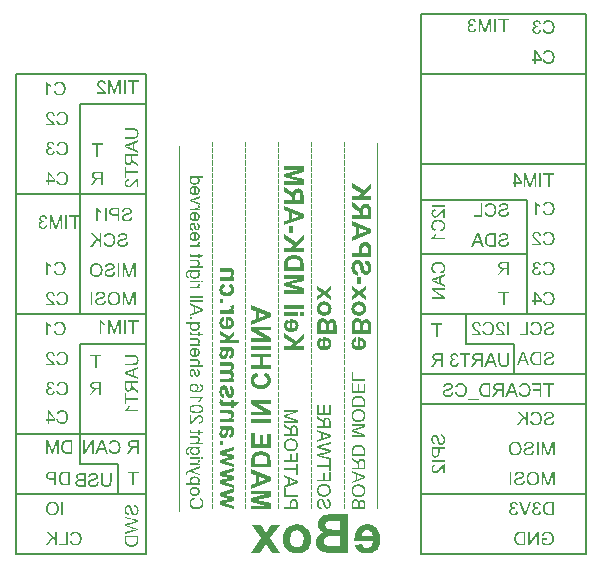
<source format=gbo>
%FSLAX25Y25*%
%MOIN*%
G70*
G01*
G75*
G04 Layer_Color=32896*
%ADD10C,0.00700*%
%ADD11C,0.01000*%
%ADD12C,0.01700*%
%ADD13C,0.01500*%
%ADD14C,0.02000*%
%ADD15R,0.05906X0.09055*%
%ADD16R,0.05906X0.09449*%
%ADD17O,0.01181X0.08268*%
%ADD18O,0.08268X0.01181*%
%ADD19R,0.05000X0.08000*%
%ADD20R,0.03000X0.02500*%
%ADD21R,0.02500X0.03000*%
%ADD22R,0.06000X0.04921*%
G04:AMPARAMS|DCode=23|XSize=25mil|YSize=30mil|CornerRadius=0mil|HoleSize=0mil|Usage=FLASHONLY|Rotation=225.000|XOffset=0mil|YOffset=0mil|HoleType=Round|Shape=Rectangle|*
%AMROTATEDRECTD23*
4,1,4,-0.00177,0.01945,0.01945,-0.00177,0.00177,-0.01945,-0.01945,0.00177,-0.00177,0.01945,0.0*
%
%ADD23ROTATEDRECTD23*%

G04:AMPARAMS|DCode=24|XSize=25mil|YSize=30mil|CornerRadius=0mil|HoleSize=0mil|Usage=FLASHONLY|Rotation=315.000|XOffset=0mil|YOffset=0mil|HoleType=Round|Shape=Rectangle|*
%AMROTATEDRECTD24*
4,1,4,-0.01945,-0.00177,0.00177,0.01945,0.01945,0.00177,-0.00177,-0.01945,-0.01945,-0.00177,0.0*
%
%ADD24ROTATEDRECTD24*%

%ADD25R,0.07087X0.06299*%
%ADD26R,0.05118X0.02165*%
G04:AMPARAMS|DCode=27|XSize=11.81mil|YSize=82.68mil|CornerRadius=0mil|HoleSize=0mil|Usage=FLASHONLY|Rotation=225.000|XOffset=0mil|YOffset=0mil|HoleType=Round|Shape=Round|*
%AMOVALD27*
21,1,0.07087,0.01181,0.00000,0.00000,315.0*
1,1,0.01181,-0.02506,0.02506*
1,1,0.01181,0.02506,-0.02506*
%
%ADD27OVALD27*%

G04:AMPARAMS|DCode=28|XSize=11.81mil|YSize=82.68mil|CornerRadius=0mil|HoleSize=0mil|Usage=FLASHONLY|Rotation=315.000|XOffset=0mil|YOffset=0mil|HoleType=Round|Shape=Round|*
%AMOVALD28*
21,1,0.07087,0.01181,0.00000,0.00000,45.0*
1,1,0.01181,-0.02506,-0.02506*
1,1,0.01181,0.02506,0.02506*
%
%ADD28OVALD28*%

%ADD29R,0.04331X0.05512*%
%ADD30R,0.02756X0.06299*%
%ADD31R,0.04724X0.08661*%
%ADD32R,0.06299X0.05512*%
%ADD33R,0.01575X0.08465*%
G04:AMPARAMS|DCode=34|XSize=59.06mil|YSize=94.49mil|CornerRadius=0mil|HoleSize=0mil|Usage=FLASHONLY|Rotation=315.000|XOffset=0mil|YOffset=0mil|HoleType=Round|Shape=Rectangle|*
%AMROTATEDRECTD34*
4,1,4,-0.05429,-0.01253,0.01253,0.05429,0.05429,0.01253,-0.01253,-0.05429,-0.05429,-0.01253,0.0*
%
%ADD34ROTATEDRECTD34*%

G04:AMPARAMS|DCode=35|XSize=59.06mil|YSize=90.55mil|CornerRadius=0mil|HoleSize=0mil|Usage=FLASHONLY|Rotation=315.000|XOffset=0mil|YOffset=0mil|HoleType=Round|Shape=Rectangle|*
%AMROTATEDRECTD35*
4,1,4,-0.05289,-0.01114,0.01114,0.05289,0.05289,0.01114,-0.01114,-0.05289,-0.05289,-0.01114,0.0*
%
%ADD35ROTATEDRECTD35*%

%ADD36C,0.00500*%
%ADD37C,0.05906*%
%ADD38R,0.05906X0.05906*%
%ADD39R,0.05906X0.05906*%
%ADD40O,0.06200X0.08000*%
%ADD41C,0.09000*%
%ADD42C,0.07200*%
%ADD43R,0.06200X0.08000*%
%ADD44O,0.03937X0.06693*%
%ADD45C,0.17716*%
%ADD46C,0.02200*%
%ADD47C,0.05000*%
%ADD48C,0.03937*%
%ADD49C,0.00984*%
%ADD50C,0.02362*%
%ADD51C,0.00800*%
%ADD52C,0.00787*%
%ADD53C,0.01200*%
%ADD54R,0.08000X0.02000*%
G36*
X-32421Y179044D02*
X-36908D01*
Y179598D01*
X-32421D01*
Y179044D01*
D02*
G37*
G36*
Y180438D02*
X-36908D01*
Y180991D01*
X-32421D01*
Y180438D01*
D02*
G37*
G36*
Y176818D02*
Y176169D01*
X-36908Y174455D01*
Y175083D01*
X-35549Y175568D01*
Y177453D01*
X-36908Y177972D01*
Y178641D01*
X-32421Y176818D01*
D02*
G37*
G36*
X-33657Y171771D02*
X-34094D01*
X-34005Y171702D01*
X-33923Y171634D01*
X-33855Y171559D01*
X-33800Y171477D01*
X-33746Y171402D01*
X-33705Y171320D01*
X-33671Y171245D01*
X-33643Y171169D01*
X-33609Y171033D01*
X-33595Y170971D01*
X-33589Y170924D01*
X-33582Y170883D01*
Y170849D01*
Y170828D01*
Y170821D01*
X-33589Y170685D01*
X-33616Y170548D01*
X-33643Y170432D01*
X-33684Y170329D01*
X-33718Y170241D01*
X-33753Y170172D01*
X-33780Y170131D01*
X-33787Y170124D01*
Y170118D01*
X-33869Y170001D01*
X-33964Y169906D01*
X-34060Y169824D01*
X-34155Y169749D01*
X-34238Y169694D01*
X-34313Y169660D01*
X-34340Y169646D01*
X-34354Y169633D01*
X-34367Y169626D01*
X-34374D01*
X-34524Y169571D01*
X-34675Y169530D01*
X-34825Y169496D01*
X-34962Y169476D01*
X-35078Y169462D01*
X-35132D01*
X-35173Y169455D01*
X-35255D01*
X-35405Y169462D01*
X-35542Y169476D01*
X-35672Y169496D01*
X-35795Y169524D01*
X-35904Y169551D01*
X-36013Y169585D01*
X-36109Y169626D01*
X-36191Y169667D01*
X-36266Y169701D01*
X-36334Y169742D01*
X-36396Y169776D01*
X-36437Y169810D01*
X-36478Y169831D01*
X-36505Y169851D01*
X-36519Y169865D01*
X-36525Y169872D01*
X-36608Y169954D01*
X-36676Y170036D01*
X-36737Y170118D01*
X-36792Y170206D01*
X-36833Y170288D01*
X-36874Y170370D01*
X-36928Y170528D01*
X-36942Y170596D01*
X-36956Y170664D01*
X-36970Y170719D01*
X-36976Y170773D01*
X-36983Y170814D01*
Y170842D01*
Y170862D01*
Y170869D01*
X-36976Y170965D01*
X-36963Y171053D01*
X-36949Y171135D01*
X-36922Y171211D01*
X-36901Y171272D01*
X-36887Y171313D01*
X-36874Y171347D01*
X-36867Y171354D01*
X-36819Y171436D01*
X-36771Y171511D01*
X-36724Y171572D01*
X-36676Y171620D01*
X-36628Y171661D01*
X-36594Y171695D01*
X-36573Y171709D01*
X-36566Y171716D01*
X-38151D01*
Y172269D01*
X-33657D01*
Y171771D01*
D02*
G37*
G36*
X-36280Y173287D02*
X-36908D01*
Y173915D01*
X-36280D01*
Y173287D01*
D02*
G37*
G36*
X-33657Y189201D02*
X-34053D01*
X-33971Y189132D01*
X-33896Y189057D01*
X-33834Y188975D01*
X-33780Y188900D01*
X-33732Y188818D01*
X-33698Y188736D01*
X-33664Y188661D01*
X-33643Y188586D01*
X-33609Y188456D01*
X-33595Y188395D01*
X-33589Y188347D01*
X-33582Y188306D01*
Y188279D01*
Y188258D01*
Y188251D01*
X-33589Y188094D01*
X-33616Y187951D01*
X-33650Y187828D01*
X-33691Y187712D01*
X-33732Y187623D01*
X-33766Y187555D01*
X-33780Y187534D01*
X-33794Y187514D01*
X-33800Y187507D01*
Y187500D01*
X-33889Y187384D01*
X-33985Y187288D01*
X-34087Y187206D01*
X-34183Y187131D01*
X-34272Y187076D01*
X-34340Y187042D01*
X-34367Y187029D01*
X-34388Y187015D01*
X-34401Y187008D01*
X-34408D01*
X-34558Y186954D01*
X-34709Y186913D01*
X-34852Y186885D01*
X-34989Y186865D01*
X-35098Y186851D01*
X-35146D01*
X-35187Y186844D01*
X-35269D01*
X-35392Y186851D01*
X-35515Y186858D01*
X-35733Y186899D01*
X-35836Y186933D01*
X-35931Y186960D01*
X-36020Y186995D01*
X-36102Y187029D01*
X-36177Y187063D01*
X-36239Y187097D01*
X-36293Y187131D01*
X-36341Y187159D01*
X-36382Y187179D01*
X-36409Y187199D01*
X-36423Y187206D01*
X-36430Y187213D01*
X-36512Y187288D01*
X-36587Y187363D01*
X-36648Y187445D01*
X-36703Y187534D01*
X-36751Y187616D01*
X-36792Y187705D01*
X-36826Y187787D01*
X-36847Y187869D01*
X-36867Y187951D01*
X-36881Y188019D01*
X-36894Y188087D01*
X-36901Y188142D01*
X-36908Y188190D01*
Y188224D01*
Y188244D01*
Y188251D01*
X-36901Y188347D01*
X-36887Y188443D01*
X-36867Y188531D01*
X-36840Y188613D01*
X-36771Y188770D01*
X-36696Y188900D01*
X-36621Y189003D01*
X-36580Y189044D01*
X-36553Y189085D01*
X-36525Y189112D01*
X-36505Y189132D01*
X-36491Y189139D01*
X-36485Y189146D01*
X-36819D01*
X-36881Y189139D01*
X-36942D01*
X-37038Y189126D01*
X-37106Y189119D01*
X-37154Y189112D01*
X-37181Y189105D01*
X-37188D01*
X-37284Y189071D01*
X-37372Y189030D01*
X-37441Y188989D01*
X-37502Y188941D01*
X-37550Y188893D01*
X-37584Y188859D01*
X-37605Y188832D01*
X-37611Y188825D01*
X-37666Y188743D01*
X-37700Y188647D01*
X-37728Y188552D01*
X-37748Y188456D01*
X-37762Y188367D01*
X-37769Y188299D01*
Y188272D01*
Y188251D01*
Y188244D01*
Y188238D01*
X-37762Y188115D01*
X-37741Y187999D01*
X-37721Y187903D01*
X-37687Y187828D01*
X-37659Y187759D01*
X-37639Y187719D01*
X-37618Y187684D01*
X-37611Y187678D01*
X-37564Y187623D01*
X-37509Y187582D01*
X-37448Y187548D01*
X-37386Y187521D01*
X-37332Y187507D01*
X-37290Y187493D01*
X-37263Y187486D01*
X-37249D01*
X-37174Y186954D01*
X-37270D01*
X-37359Y186967D01*
X-37516Y187001D01*
X-37653Y187056D01*
X-37762Y187118D01*
X-37850Y187186D01*
X-37912Y187241D01*
X-37946Y187281D01*
X-37960Y187288D01*
Y187295D01*
X-38049Y187438D01*
X-38117Y187596D01*
X-38158Y187753D01*
X-38192Y187903D01*
X-38212Y188033D01*
X-38219Y188094D01*
Y188142D01*
X-38226Y188183D01*
Y188210D01*
Y188231D01*
Y188238D01*
X-38219Y188415D01*
X-38199Y188572D01*
X-38165Y188716D01*
X-38131Y188839D01*
X-38103Y188934D01*
X-38069Y189003D01*
X-38055Y189030D01*
X-38049Y189050D01*
X-38042Y189057D01*
Y189064D01*
X-37967Y189180D01*
X-37885Y189283D01*
X-37803Y189365D01*
X-37721Y189433D01*
X-37646Y189481D01*
X-37591Y189522D01*
X-37550Y189542D01*
X-37543Y189549D01*
X-37536D01*
X-37475Y189576D01*
X-37400Y189604D01*
X-37236Y189638D01*
X-37058Y189665D01*
X-36887Y189686D01*
X-36805Y189692D01*
X-36724Y189699D01*
X-36655D01*
X-36594Y189706D01*
X-33657D01*
Y189201D01*
D02*
G37*
G36*
X-34681Y193176D02*
X-34538Y193162D01*
X-34408Y193148D01*
X-34306Y193128D01*
X-34224Y193101D01*
X-34169Y193087D01*
X-34135Y193073D01*
X-34121Y193067D01*
X-34033Y193019D01*
X-33951Y192957D01*
X-33882Y192896D01*
X-33828Y192834D01*
X-33787Y192773D01*
X-33753Y192725D01*
X-33732Y192698D01*
X-33725Y192684D01*
X-33677Y192581D01*
X-33643Y192472D01*
X-33616Y192370D01*
X-33602Y192274D01*
X-33589Y192192D01*
X-33582Y192124D01*
Y192097D01*
Y192076D01*
Y192069D01*
Y192062D01*
X-33589Y191953D01*
X-33602Y191851D01*
X-33623Y191755D01*
X-33650Y191666D01*
X-33725Y191496D01*
X-33759Y191427D01*
X-33800Y191359D01*
X-33848Y191297D01*
X-33882Y191243D01*
X-33923Y191202D01*
X-33957Y191161D01*
X-33985Y191134D01*
X-34005Y191113D01*
X-34019Y191099D01*
X-34026Y191093D01*
X-32421D01*
Y190539D01*
X-36908D01*
Y191093D01*
X-35132D01*
X-34996Y191099D01*
X-34879Y191106D01*
X-34777Y191120D01*
X-34688Y191140D01*
X-34620Y191154D01*
X-34572Y191168D01*
X-34538Y191174D01*
X-34531Y191181D01*
X-34456Y191222D01*
X-34381Y191263D01*
X-34326Y191318D01*
X-34272Y191366D01*
X-34238Y191414D01*
X-34203Y191448D01*
X-34190Y191475D01*
X-34183Y191482D01*
X-34142Y191564D01*
X-34108Y191646D01*
X-34087Y191728D01*
X-34067Y191796D01*
X-34060Y191858D01*
X-34053Y191905D01*
Y191933D01*
Y191946D01*
X-34060Y192062D01*
X-34080Y192158D01*
X-34115Y192247D01*
X-34149Y192315D01*
X-34183Y192370D01*
X-34217Y192411D01*
X-34238Y192438D01*
X-34244Y192445D01*
X-34326Y192506D01*
X-34422Y192554D01*
X-34517Y192581D01*
X-34613Y192609D01*
X-34709Y192622D01*
X-34777Y192629D01*
X-36908D01*
Y193183D01*
X-34852D01*
X-34681Y193176D01*
D02*
G37*
G36*
X-32421Y185670D02*
X-33049D01*
Y186223D01*
X-32421D01*
Y185670D01*
D02*
G37*
G36*
X-33705Y185232D02*
X-33657Y185130D01*
X-33630Y185034D01*
X-33602Y184952D01*
X-33589Y184877D01*
X-33582Y184823D01*
Y184789D01*
Y184775D01*
X-33589Y184706D01*
X-33602Y184638D01*
X-33616Y184577D01*
X-33636Y184529D01*
X-33664Y184481D01*
X-33677Y184447D01*
X-33691Y184426D01*
X-33698Y184420D01*
X-33746Y184358D01*
X-33814Y184304D01*
X-33889Y184242D01*
X-33964Y184187D01*
X-34033Y184146D01*
X-34094Y184112D01*
X-34135Y184085D01*
X-34142Y184078D01*
X-33657D01*
Y183580D01*
X-36908D01*
Y184133D01*
X-35207D01*
X-35078Y184140D01*
X-34962Y184146D01*
X-34852Y184160D01*
X-34756Y184181D01*
X-34675Y184194D01*
X-34613Y184208D01*
X-34579Y184215D01*
X-34565Y184222D01*
X-34497Y184249D01*
X-34435Y184276D01*
X-34381Y184310D01*
X-34340Y184345D01*
X-34306Y184372D01*
X-34278Y184399D01*
X-34265Y184413D01*
X-34258Y184420D01*
X-34224Y184474D01*
X-34196Y184529D01*
X-34176Y184584D01*
X-34162Y184631D01*
X-34155Y184679D01*
X-34149Y184713D01*
Y184734D01*
Y184741D01*
X-34155Y184816D01*
X-34169Y184891D01*
X-34190Y184959D01*
X-34210Y185021D01*
X-34231Y185069D01*
X-34251Y185109D01*
X-34265Y185137D01*
X-34272Y185144D01*
X-33766Y185342D01*
X-33705Y185232D01*
D02*
G37*
G36*
X-33657Y185670D02*
X-36908D01*
Y186223D01*
X-33657D01*
Y185670D01*
D02*
G37*
G36*
X-32400Y147176D02*
X-32509Y147114D01*
X-32619Y147039D01*
X-32721Y146957D01*
X-32817Y146875D01*
X-32892Y146800D01*
X-32953Y146739D01*
X-32994Y146698D01*
X-33001Y146691D01*
X-33008Y146684D01*
X-33117Y146554D01*
X-33220Y146418D01*
X-33309Y146281D01*
X-33384Y146158D01*
X-33445Y146049D01*
X-33466Y146001D01*
X-33486Y145960D01*
X-33507Y145933D01*
X-33520Y145905D01*
X-33527Y145892D01*
Y145885D01*
X-34067D01*
X-34026Y145980D01*
X-33978Y146083D01*
X-33937Y146178D01*
X-33889Y146267D01*
X-33848Y146342D01*
X-33814Y146404D01*
X-33787Y146445D01*
X-33780Y146452D01*
Y146458D01*
X-33712Y146575D01*
X-33636Y146677D01*
X-33575Y146766D01*
X-33514Y146841D01*
X-33466Y146903D01*
X-33432Y146950D01*
X-33404Y146978D01*
X-33397Y146984D01*
X-36908D01*
Y147538D01*
X-32400D01*
Y147176D01*
D02*
G37*
G36*
X-35337Y151875D02*
X-35221Y151868D01*
X-35118Y151847D01*
X-35016Y151820D01*
X-34927Y151793D01*
X-34839Y151759D01*
X-34763Y151725D01*
X-34688Y151690D01*
X-34627Y151649D01*
X-34572Y151615D01*
X-34524Y151581D01*
X-34483Y151554D01*
X-34449Y151526D01*
X-34429Y151506D01*
X-34415Y151499D01*
X-34408Y151492D01*
X-34333Y151417D01*
X-34272Y151342D01*
X-34217Y151260D01*
X-34169Y151178D01*
X-34128Y151103D01*
X-34101Y151021D01*
X-34046Y150877D01*
X-34019Y150748D01*
X-34012Y150693D01*
X-34005Y150645D01*
X-33998Y150604D01*
Y150577D01*
Y150557D01*
Y150550D01*
X-34005Y150434D01*
X-34019Y150324D01*
X-34046Y150222D01*
X-34074Y150133D01*
X-34101Y150058D01*
X-34128Y149996D01*
X-34142Y149962D01*
X-34149Y149949D01*
X-34210Y149846D01*
X-34278Y149751D01*
X-34354Y149669D01*
X-34429Y149600D01*
X-34497Y149539D01*
X-34552Y149498D01*
X-34586Y149471D01*
X-34593Y149464D01*
X-34477D01*
X-34360Y149471D01*
X-34251Y149477D01*
X-34149Y149484D01*
X-34060Y149498D01*
X-33971Y149512D01*
X-33896Y149525D01*
X-33828Y149539D01*
X-33766Y149553D01*
X-33712Y149566D01*
X-33664Y149580D01*
X-33630Y149593D01*
X-33602Y149600D01*
X-33575Y149607D01*
X-33568Y149614D01*
X-33561D01*
X-33432Y149676D01*
X-33315Y149744D01*
X-33220Y149812D01*
X-33145Y149880D01*
X-33083Y149935D01*
X-33035Y149983D01*
X-33008Y150010D01*
X-33001Y150024D01*
X-32953Y150106D01*
X-32912Y150181D01*
X-32885Y150263D01*
X-32871Y150338D01*
X-32858Y150399D01*
X-32851Y150447D01*
Y150481D01*
Y150495D01*
X-32858Y150611D01*
X-32885Y150721D01*
X-32926Y150816D01*
X-32967Y150898D01*
X-33015Y150960D01*
X-33049Y151007D01*
X-33076Y151041D01*
X-33090Y151048D01*
X-33152Y151096D01*
X-33220Y151137D01*
X-33377Y151205D01*
X-33445Y151226D01*
X-33500Y151246D01*
X-33541Y151260D01*
X-33555D01*
X-33514Y151806D01*
X-33329Y151772D01*
X-33165Y151711D01*
X-33029Y151649D01*
X-32912Y151574D01*
X-32824Y151506D01*
X-32755Y151451D01*
X-32714Y151410D01*
X-32701Y151403D01*
Y151397D01*
X-32646Y151328D01*
X-32598Y151260D01*
X-32530Y151117D01*
X-32475Y150973D01*
X-32434Y150837D01*
X-32414Y150714D01*
X-32407Y150659D01*
Y150618D01*
X-32400Y150577D01*
Y150550D01*
Y150536D01*
Y150529D01*
X-32407Y150399D01*
X-32421Y150277D01*
X-32448Y150160D01*
X-32482Y150051D01*
X-32523Y149949D01*
X-32564Y149860D01*
X-32612Y149771D01*
X-32660Y149696D01*
X-32708Y149628D01*
X-32755Y149566D01*
X-32796Y149518D01*
X-32837Y149471D01*
X-32871Y149436D01*
X-32899Y149416D01*
X-32912Y149402D01*
X-32919Y149395D01*
X-33035Y149313D01*
X-33172Y149238D01*
X-33309Y149177D01*
X-33466Y149122D01*
X-33616Y149074D01*
X-33773Y149033D01*
X-33930Y148999D01*
X-34087Y148979D01*
X-34231Y148958D01*
X-34367Y148945D01*
X-34490Y148931D01*
X-34600Y148924D01*
X-34688Y148917D01*
X-34811D01*
X-35023Y148924D01*
X-35214Y148938D01*
X-35399Y148958D01*
X-35563Y148986D01*
X-35713Y149020D01*
X-35849Y149054D01*
X-35972Y149095D01*
X-36082Y149136D01*
X-36177Y149170D01*
X-36259Y149211D01*
X-36327Y149245D01*
X-36382Y149279D01*
X-36423Y149307D01*
X-36450Y149327D01*
X-36471Y149341D01*
X-36478Y149348D01*
X-36566Y149430D01*
X-36642Y149518D01*
X-36710Y149614D01*
X-36771Y149710D01*
X-36819Y149805D01*
X-36860Y149894D01*
X-36894Y149990D01*
X-36922Y150078D01*
X-36942Y150160D01*
X-36956Y150235D01*
X-36970Y150304D01*
X-36976Y150358D01*
Y150406D01*
X-36983Y150447D01*
Y150468D01*
Y150475D01*
X-36976Y150618D01*
X-36956Y150755D01*
X-36922Y150877D01*
X-36887Y150987D01*
X-36853Y151069D01*
X-36819Y151137D01*
X-36799Y151178D01*
X-36792Y151192D01*
X-36710Y151308D01*
X-36621Y151403D01*
X-36532Y151492D01*
X-36444Y151567D01*
X-36362Y151622D01*
X-36300Y151663D01*
X-36273Y151677D01*
X-36252Y151690D01*
X-36246Y151697D01*
X-36239D01*
X-36102Y151759D01*
X-35965Y151806D01*
X-35829Y151834D01*
X-35713Y151861D01*
X-35603Y151875D01*
X-35563D01*
X-35522Y151882D01*
X-35453D01*
X-35337Y151875D01*
D02*
G37*
G36*
X-34456Y144895D02*
X-34354D01*
X-34251Y144888D01*
X-34155Y144881D01*
X-34067Y144867D01*
X-33992Y144860D01*
X-33917Y144853D01*
X-33855Y144840D01*
X-33794Y144833D01*
X-33746Y144826D01*
X-33712Y144813D01*
X-33677Y144806D01*
X-33657D01*
X-33643Y144799D01*
X-33636D01*
X-33493Y144758D01*
X-33363Y144710D01*
X-33247Y144662D01*
X-33152Y144621D01*
X-33076Y144580D01*
X-33015Y144546D01*
X-32981Y144526D01*
X-32967Y144519D01*
X-32871Y144450D01*
X-32789Y144375D01*
X-32714Y144300D01*
X-32653Y144232D01*
X-32612Y144164D01*
X-32578Y144116D01*
X-32557Y144082D01*
X-32550Y144068D01*
X-32503Y143966D01*
X-32462Y143856D01*
X-32434Y143747D01*
X-32421Y143651D01*
X-32407Y143570D01*
X-32400Y143501D01*
Y143474D01*
Y143453D01*
Y143447D01*
Y143440D01*
X-32414Y143262D01*
X-32441Y143105D01*
X-32482Y142962D01*
X-32530Y142845D01*
X-32585Y142750D01*
X-32626Y142682D01*
X-32639Y142654D01*
X-32653Y142634D01*
X-32667Y142627D01*
Y142620D01*
X-32776Y142504D01*
X-32892Y142408D01*
X-33015Y142326D01*
X-33138Y142258D01*
X-33247Y142203D01*
X-33295Y142183D01*
X-33336Y142169D01*
X-33370Y142156D01*
X-33397Y142142D01*
X-33411Y142135D01*
X-33418D01*
X-33514Y142108D01*
X-33609Y142080D01*
X-33821Y142046D01*
X-34033Y142019D01*
X-34238Y141999D01*
X-34333Y141992D01*
X-34422Y141985D01*
X-34497D01*
X-34565Y141978D01*
X-34695D01*
X-34920Y141985D01*
X-35139Y141999D01*
X-35330Y142019D01*
X-35515Y142046D01*
X-35679Y142080D01*
X-35829Y142115D01*
X-35965Y142156D01*
X-36082Y142197D01*
X-36191Y142238D01*
X-36280Y142279D01*
X-36355Y142313D01*
X-36416Y142347D01*
X-36464Y142374D01*
X-36498Y142395D01*
X-36519Y142408D01*
X-36525Y142415D01*
X-36608Y142490D01*
X-36676Y142565D01*
X-36737Y142647D01*
X-36792Y142736D01*
X-36833Y142818D01*
X-36874Y142907D01*
X-36928Y143071D01*
X-36942Y143146D01*
X-36956Y143214D01*
X-36970Y143276D01*
X-36976Y143330D01*
X-36983Y143378D01*
Y143412D01*
Y143433D01*
Y143440D01*
X-36970Y143617D01*
X-36942Y143774D01*
X-36901Y143911D01*
X-36853Y144034D01*
X-36805Y144123D01*
X-36765Y144198D01*
X-36744Y144218D01*
X-36737Y144239D01*
X-36724Y144246D01*
Y144252D01*
X-36614Y144369D01*
X-36491Y144464D01*
X-36368Y144546D01*
X-36246Y144614D01*
X-36136Y144669D01*
X-36095Y144690D01*
X-36054Y144710D01*
X-36020Y144724D01*
X-35993Y144730D01*
X-35979Y144737D01*
X-35972D01*
X-35877Y144765D01*
X-35781Y144792D01*
X-35569Y144833D01*
X-35358Y144860D01*
X-35153Y144881D01*
X-35057Y144888D01*
X-34968Y144895D01*
X-34893D01*
X-34825Y144901D01*
X-34695D01*
X-34456Y144895D01*
D02*
G37*
G36*
X-36416Y136364D02*
X-36430Y136261D01*
Y136220D01*
X-36437Y136186D01*
Y136159D01*
Y136138D01*
Y136125D01*
Y136118D01*
X-36430Y136036D01*
X-36416Y135975D01*
X-36409Y135940D01*
X-36403Y135927D01*
X-36368Y135886D01*
X-36334Y135858D01*
X-36307Y135845D01*
X-36293Y135838D01*
X-36259Y135831D01*
X-36218Y135824D01*
X-36116Y135817D01*
X-36068Y135811D01*
X-34087D01*
Y136364D01*
X-33657D01*
Y135811D01*
X-32523D01*
X-32858Y135257D01*
X-33657D01*
Y134847D01*
X-34087D01*
Y135257D01*
X-36129D01*
X-36204Y135264D01*
X-36273D01*
X-36334Y135271D01*
X-36382Y135278D01*
X-36471Y135292D01*
X-36539Y135298D01*
X-36580Y135312D01*
X-36608Y135319D01*
X-36614D01*
X-36669Y135346D01*
X-36717Y135387D01*
X-36758Y135421D01*
X-36792Y135462D01*
X-36819Y135496D01*
X-36840Y135524D01*
X-36853Y135544D01*
X-36860Y135551D01*
X-36887Y135619D01*
X-36908Y135695D01*
X-36928Y135776D01*
X-36935Y135852D01*
X-36942Y135920D01*
X-36949Y135975D01*
Y136009D01*
Y136022D01*
X-36942Y136166D01*
X-36935Y136234D01*
X-36922Y136295D01*
X-36915Y136357D01*
X-36908Y136398D01*
X-36901Y136425D01*
Y136439D01*
X-36416Y136364D01*
D02*
G37*
G36*
X-36382Y139185D02*
X-36273Y139260D01*
X-36184Y139335D01*
X-36143Y139369D01*
X-36116Y139396D01*
X-36095Y139410D01*
X-36088Y139417D01*
X-36054Y139451D01*
X-36020Y139485D01*
X-35938Y139574D01*
X-35842Y139683D01*
X-35747Y139786D01*
X-35658Y139888D01*
X-35590Y139970D01*
X-35563Y140004D01*
X-35542Y140032D01*
X-35528Y140045D01*
X-35522Y140052D01*
X-35426Y140161D01*
X-35344Y140257D01*
X-35262Y140352D01*
X-35187Y140435D01*
X-35112Y140510D01*
X-35050Y140578D01*
X-34989Y140646D01*
X-34934Y140701D01*
X-34886Y140749D01*
X-34845Y140790D01*
X-34784Y140851D01*
X-34743Y140885D01*
X-34729Y140899D01*
X-34620Y140988D01*
X-34524Y141070D01*
X-34429Y141131D01*
X-34347Y141179D01*
X-34278Y141220D01*
X-34231Y141247D01*
X-34196Y141261D01*
X-34183Y141268D01*
X-34087Y141309D01*
X-33992Y141336D01*
X-33903Y141357D01*
X-33821Y141370D01*
X-33753Y141377D01*
X-33698Y141384D01*
X-33650D01*
X-33555Y141377D01*
X-33459Y141370D01*
X-33288Y141322D01*
X-33138Y141261D01*
X-33008Y141193D01*
X-32906Y141124D01*
X-32865Y141090D01*
X-32824Y141063D01*
X-32796Y141035D01*
X-32776Y141015D01*
X-32769Y141008D01*
X-32762Y141001D01*
X-32701Y140926D01*
X-32639Y140851D01*
X-32591Y140769D01*
X-32550Y140680D01*
X-32489Y140510D01*
X-32448Y140346D01*
X-32427Y140271D01*
X-32421Y140202D01*
X-32414Y140141D01*
X-32407Y140086D01*
X-32400Y140038D01*
Y140004D01*
Y139984D01*
Y139977D01*
X-32407Y139861D01*
X-32414Y139752D01*
X-32455Y139547D01*
X-32475Y139458D01*
X-32503Y139369D01*
X-32537Y139294D01*
X-32564Y139226D01*
X-32598Y139164D01*
X-32626Y139110D01*
X-32660Y139062D01*
X-32680Y139021D01*
X-32701Y138993D01*
X-32721Y138973D01*
X-32728Y138959D01*
X-32735Y138952D01*
X-32803Y138884D01*
X-32871Y138829D01*
X-33029Y138727D01*
X-33186Y138652D01*
X-33343Y138597D01*
X-33479Y138556D01*
X-33541Y138549D01*
X-33595Y138536D01*
X-33636Y138529D01*
X-33671Y138522D01*
X-33698D01*
X-33759Y139089D01*
X-33609Y139103D01*
X-33479Y139130D01*
X-33370Y139164D01*
X-33274Y139212D01*
X-33199Y139253D01*
X-33145Y139294D01*
X-33117Y139321D01*
X-33104Y139328D01*
X-33022Y139424D01*
X-32960Y139526D01*
X-32919Y139635D01*
X-32885Y139738D01*
X-32871Y139827D01*
X-32865Y139895D01*
X-32858Y139922D01*
Y139943D01*
Y139956D01*
Y139963D01*
X-32865Y140100D01*
X-32892Y140223D01*
X-32926Y140325D01*
X-32967Y140414D01*
X-33015Y140482D01*
X-33049Y140537D01*
X-33076Y140564D01*
X-33083Y140578D01*
X-33172Y140660D01*
X-33268Y140715D01*
X-33356Y140755D01*
X-33445Y140790D01*
X-33520Y140803D01*
X-33582Y140810D01*
X-33623Y140817D01*
X-33636D01*
X-33753Y140803D01*
X-33876Y140776D01*
X-33985Y140735D01*
X-34087Y140687D01*
X-34176Y140639D01*
X-34244Y140598D01*
X-34272Y140585D01*
X-34292Y140571D01*
X-34299Y140557D01*
X-34306D01*
X-34374Y140503D01*
X-34449Y140441D01*
X-34524Y140373D01*
X-34600Y140291D01*
X-34756Y140127D01*
X-34914Y139963D01*
X-35043Y139813D01*
X-35105Y139745D01*
X-35153Y139683D01*
X-35201Y139635D01*
X-35228Y139601D01*
X-35248Y139574D01*
X-35255Y139567D01*
X-35399Y139403D01*
X-35528Y139253D01*
X-35645Y139130D01*
X-35740Y139028D01*
X-35822Y138945D01*
X-35884Y138891D01*
X-35925Y138857D01*
X-35931Y138843D01*
X-35938D01*
X-36047Y138754D01*
X-36150Y138686D01*
X-36252Y138618D01*
X-36341Y138570D01*
X-36423Y138529D01*
X-36478Y138502D01*
X-36519Y138488D01*
X-36525Y138481D01*
X-36532D01*
X-36601Y138461D01*
X-36669Y138440D01*
X-36730Y138433D01*
X-36785Y138426D01*
X-36833Y138420D01*
X-36908D01*
Y141391D01*
X-36382D01*
Y139185D01*
D02*
G37*
G36*
X-34668Y167058D02*
X-34572Y167051D01*
X-34497D01*
X-34442Y167044D01*
X-34401Y167037D01*
X-34381Y167031D01*
X-34374D01*
X-34292Y167010D01*
X-34210Y166983D01*
X-34142Y166955D01*
X-34087Y166928D01*
X-34039Y166901D01*
X-33998Y166880D01*
X-33978Y166867D01*
X-33971Y166860D01*
X-33910Y166812D01*
X-33855Y166751D01*
X-33807Y166689D01*
X-33766Y166628D01*
X-33732Y166573D01*
X-33712Y166532D01*
X-33698Y166505D01*
X-33691Y166491D01*
X-33657Y166395D01*
X-33630Y166306D01*
X-33609Y166211D01*
X-33595Y166129D01*
X-33589Y166061D01*
X-33582Y165999D01*
Y165965D01*
Y165958D01*
Y165951D01*
X-33589Y165828D01*
X-33602Y165712D01*
X-33630Y165603D01*
X-33664Y165507D01*
X-33705Y165412D01*
X-33753Y165330D01*
X-33800Y165255D01*
X-33848Y165180D01*
X-33903Y165118D01*
X-33951Y165070D01*
X-33998Y165023D01*
X-34039Y164988D01*
X-34074Y164954D01*
X-34101Y164934D01*
X-34115Y164927D01*
X-34121Y164920D01*
X-33657D01*
Y164421D01*
X-36908D01*
Y164975D01*
X-35023D01*
X-34920Y164988D01*
X-34825Y164995D01*
X-34736Y165016D01*
X-34661Y165036D01*
X-34593Y165057D01*
X-34531Y165077D01*
X-34477Y165104D01*
X-34429Y165125D01*
X-34388Y165145D01*
X-34333Y165186D01*
X-34299Y165214D01*
X-34285Y165227D01*
X-34210Y165323D01*
X-34155Y165432D01*
X-34115Y165528D01*
X-34087Y165623D01*
X-34074Y165712D01*
X-34060Y165774D01*
Y165801D01*
Y165822D01*
Y165828D01*
Y165835D01*
X-34067Y165917D01*
X-34074Y165986D01*
X-34094Y166054D01*
X-34108Y166108D01*
X-34128Y166156D01*
X-34149Y166190D01*
X-34155Y166211D01*
X-34162Y166218D01*
X-34203Y166272D01*
X-34251Y166320D01*
X-34292Y166361D01*
X-34340Y166395D01*
X-34374Y166416D01*
X-34408Y166429D01*
X-34429Y166443D01*
X-34435D01*
X-34504Y166464D01*
X-34579Y166484D01*
X-34668Y166498D01*
X-34743Y166505D01*
X-34818Y166511D01*
X-36908D01*
Y167065D01*
X-34777D01*
X-34668Y167058D01*
D02*
G37*
G36*
X-36416Y169107D02*
X-36430Y169004D01*
Y168963D01*
X-36437Y168929D01*
Y168902D01*
Y168881D01*
Y168868D01*
Y168861D01*
X-36430Y168779D01*
X-36416Y168718D01*
X-36409Y168683D01*
X-36403Y168670D01*
X-36368Y168629D01*
X-36334Y168601D01*
X-36307Y168588D01*
X-36293Y168581D01*
X-36259Y168574D01*
X-36218Y168567D01*
X-36116Y168560D01*
X-36068Y168554D01*
X-34087D01*
Y169107D01*
X-33657D01*
Y168554D01*
X-32523D01*
X-32858Y168000D01*
X-33657D01*
Y167591D01*
X-34087D01*
Y168000D01*
X-36129D01*
X-36204Y168007D01*
X-36273D01*
X-36334Y168014D01*
X-36382Y168021D01*
X-36471Y168035D01*
X-36539Y168041D01*
X-36580Y168055D01*
X-36608Y168062D01*
X-36614D01*
X-36669Y168089D01*
X-36717Y168130D01*
X-36758Y168164D01*
X-36792Y168205D01*
X-36819Y168239D01*
X-36840Y168267D01*
X-36853Y168287D01*
X-36860Y168294D01*
X-36887Y168362D01*
X-36908Y168438D01*
X-36928Y168519D01*
X-36935Y168595D01*
X-36942Y168663D01*
X-36949Y168718D01*
Y168752D01*
Y168765D01*
X-36942Y168909D01*
X-36935Y168977D01*
X-36922Y169038D01*
X-36915Y169100D01*
X-36908Y169141D01*
X-36901Y169168D01*
Y169182D01*
X-36416Y169107D01*
D02*
G37*
G36*
X-35132Y163745D02*
X-34996Y163732D01*
X-34866Y163711D01*
X-34750Y163691D01*
X-34634Y163656D01*
X-34531Y163622D01*
X-34442Y163581D01*
X-34354Y163547D01*
X-34278Y163506D01*
X-34217Y163465D01*
X-34162Y163431D01*
X-34115Y163404D01*
X-34080Y163376D01*
X-34053Y163356D01*
X-34039Y163342D01*
X-34033Y163336D01*
X-33951Y163253D01*
X-33882Y163172D01*
X-33821Y163083D01*
X-33773Y162994D01*
X-33725Y162905D01*
X-33691Y162816D01*
X-33636Y162653D01*
X-33616Y162571D01*
X-33602Y162502D01*
X-33595Y162434D01*
X-33589Y162379D01*
X-33582Y162331D01*
Y162297D01*
Y162277D01*
Y162270D01*
X-33589Y162147D01*
X-33602Y162031D01*
X-33623Y161922D01*
X-33650Y161819D01*
X-33691Y161717D01*
X-33725Y161628D01*
X-33766Y161546D01*
X-33807Y161471D01*
X-33855Y161403D01*
X-33896Y161348D01*
X-33930Y161293D01*
X-33964Y161252D01*
X-33998Y161218D01*
X-34019Y161198D01*
X-34033Y161184D01*
X-34039Y161177D01*
X-34128Y161102D01*
X-34224Y161041D01*
X-34326Y160986D01*
X-34429Y160938D01*
X-34538Y160897D01*
X-34640Y160863D01*
X-34845Y160815D01*
X-34941Y160795D01*
X-35030Y160781D01*
X-35112Y160774D01*
X-35180Y160767D01*
X-35235Y160761D01*
X-35317D01*
X-35460Y160767D01*
X-35597Y160781D01*
X-35726Y160801D01*
X-35842Y160829D01*
X-35952Y160856D01*
X-36054Y160890D01*
X-36143Y160931D01*
X-36225Y160972D01*
X-36300Y161006D01*
X-36368Y161047D01*
X-36423Y161082D01*
X-36464Y161116D01*
X-36498Y161136D01*
X-36525Y161157D01*
X-36539Y161170D01*
X-36546Y161177D01*
X-36621Y161259D01*
X-36689Y161348D01*
X-36751Y161437D01*
X-36799Y161532D01*
X-36840Y161621D01*
X-36874Y161717D01*
X-36928Y161894D01*
X-36949Y161983D01*
X-36963Y162058D01*
X-36970Y162127D01*
X-36976Y162188D01*
X-36983Y162236D01*
Y162270D01*
Y162297D01*
Y162304D01*
X-36970Y162509D01*
X-36942Y162687D01*
X-36894Y162850D01*
X-36847Y162980D01*
X-36819Y163042D01*
X-36799Y163090D01*
X-36771Y163131D01*
X-36751Y163165D01*
X-36737Y163199D01*
X-36724Y163219D01*
X-36710Y163226D01*
Y163233D01*
X-36601Y163356D01*
X-36471Y163465D01*
X-36341Y163547D01*
X-36218Y163616D01*
X-36102Y163670D01*
X-36054Y163691D01*
X-36013Y163704D01*
X-35979Y163718D01*
X-35952Y163725D01*
X-35938Y163732D01*
X-35931D01*
X-35856Y163165D01*
X-35979Y163110D01*
X-36088Y163055D01*
X-36177Y163001D01*
X-36246Y162946D01*
X-36307Y162898D01*
X-36341Y162857D01*
X-36368Y162830D01*
X-36375Y162823D01*
X-36430Y162741D01*
X-36464Y162653D01*
X-36491Y162564D01*
X-36512Y162482D01*
X-36525Y162413D01*
X-36532Y162359D01*
Y162318D01*
Y162311D01*
Y162304D01*
X-36519Y162161D01*
X-36491Y162031D01*
X-36444Y161915D01*
X-36389Y161812D01*
X-36341Y161737D01*
X-36293Y161676D01*
X-36266Y161642D01*
X-36252Y161628D01*
X-36136Y161539D01*
X-36000Y161464D01*
X-35863Y161416D01*
X-35733Y161375D01*
X-35610Y161348D01*
X-35563Y161341D01*
X-35515Y161334D01*
X-35480D01*
X-35446Y161327D01*
X-35426D01*
Y163745D01*
X-35364Y163752D01*
X-35282D01*
X-35132Y163745D01*
D02*
G37*
G36*
X-35856Y156799D02*
X-35767Y156786D01*
X-35685Y156765D01*
X-35617Y156738D01*
X-35563Y156710D01*
X-35522Y156690D01*
X-35494Y156676D01*
X-35487Y156669D01*
X-35419Y156615D01*
X-35364Y156560D01*
X-35310Y156499D01*
X-35269Y156437D01*
X-35241Y156389D01*
X-35221Y156348D01*
X-35207Y156321D01*
X-35201Y156307D01*
X-35180Y156260D01*
X-35160Y156205D01*
X-35118Y156082D01*
X-35071Y155945D01*
X-35030Y155809D01*
X-34996Y155686D01*
X-34982Y155631D01*
X-34968Y155583D01*
X-34955Y155542D01*
X-34948Y155515D01*
X-34941Y155495D01*
Y155488D01*
X-34920Y155413D01*
X-34900Y155351D01*
X-34873Y155242D01*
X-34845Y155153D01*
X-34825Y155092D01*
X-34811Y155044D01*
X-34804Y155017D01*
X-34797Y155003D01*
Y154996D01*
X-34777Y154948D01*
X-34750Y154900D01*
X-34729Y154866D01*
X-34702Y154839D01*
X-34668Y154798D01*
X-34661Y154791D01*
X-34654Y154784D01*
X-34586Y154750D01*
X-34524Y154730D01*
X-34497D01*
X-34477Y154723D01*
X-34456D01*
X-34395Y154730D01*
X-34340Y154750D01*
X-34285Y154771D01*
X-34244Y154805D01*
X-34210Y154832D01*
X-34183Y154853D01*
X-34169Y154873D01*
X-34162Y154880D01*
X-34121Y154948D01*
X-34087Y155037D01*
X-34067Y155126D01*
X-34046Y155215D01*
X-34039Y155297D01*
X-34033Y155365D01*
Y155392D01*
Y155413D01*
Y155420D01*
Y155426D01*
X-34039Y155542D01*
X-34053Y155638D01*
X-34080Y155727D01*
X-34101Y155795D01*
X-34128Y155850D01*
X-34155Y155891D01*
X-34169Y155918D01*
X-34176Y155925D01*
X-34231Y155986D01*
X-34299Y156034D01*
X-34360Y156075D01*
X-34422Y156103D01*
X-34477Y156123D01*
X-34524Y156137D01*
X-34552Y156143D01*
X-34565D01*
X-34490Y156683D01*
X-34381Y156656D01*
X-34285Y156628D01*
X-34196Y156594D01*
X-34128Y156567D01*
X-34074Y156533D01*
X-34033Y156506D01*
X-34005Y156492D01*
X-33998Y156485D01*
X-33930Y156430D01*
X-33869Y156362D01*
X-33821Y156287D01*
X-33773Y156219D01*
X-33746Y156157D01*
X-33718Y156103D01*
X-33705Y156068D01*
X-33698Y156061D01*
Y156055D01*
X-33657Y155945D01*
X-33630Y155829D01*
X-33609Y155720D01*
X-33595Y155611D01*
X-33589Y155522D01*
X-33582Y155447D01*
Y155420D01*
Y155406D01*
Y155392D01*
Y155385D01*
Y155290D01*
X-33595Y155201D01*
X-33602Y155126D01*
X-33616Y155051D01*
X-33630Y154989D01*
X-33636Y154948D01*
X-33650Y154921D01*
Y154907D01*
X-33677Y154832D01*
X-33705Y154764D01*
X-33732Y154702D01*
X-33759Y154655D01*
X-33780Y154614D01*
X-33800Y154586D01*
X-33807Y154566D01*
X-33814Y154559D01*
X-33862Y154498D01*
X-33917Y154443D01*
X-33964Y154395D01*
X-34012Y154361D01*
X-34053Y154327D01*
X-34087Y154306D01*
X-34115Y154293D01*
X-34121Y154286D01*
X-34190Y154252D01*
X-34265Y154231D01*
X-34333Y154211D01*
X-34395Y154204D01*
X-34442Y154197D01*
X-34490Y154190D01*
X-34524D01*
X-34613Y154197D01*
X-34695Y154211D01*
X-34770Y154224D01*
X-34832Y154252D01*
X-34886Y154272D01*
X-34927Y154286D01*
X-34955Y154299D01*
X-34962Y154306D01*
X-35030Y154354D01*
X-35091Y154416D01*
X-35146Y154470D01*
X-35187Y154532D01*
X-35221Y154579D01*
X-35248Y154620D01*
X-35262Y154655D01*
X-35269Y154661D01*
X-35289Y154709D01*
X-35310Y154764D01*
X-35358Y154894D01*
X-35399Y155037D01*
X-35440Y155174D01*
X-35480Y155303D01*
X-35494Y155358D01*
X-35508Y155413D01*
X-35522Y155454D01*
X-35528Y155481D01*
X-35535Y155501D01*
Y155508D01*
X-35556Y155590D01*
X-35576Y155665D01*
X-35590Y155727D01*
X-35610Y155788D01*
X-35645Y155884D01*
X-35665Y155959D01*
X-35692Y156014D01*
X-35706Y156048D01*
X-35713Y156068D01*
X-35720Y156075D01*
X-35761Y156130D01*
X-35808Y156171D01*
X-35863Y156198D01*
X-35904Y156219D01*
X-35952Y156232D01*
X-35979Y156239D01*
X-36013D01*
X-36088Y156232D01*
X-36157Y156212D01*
X-36225Y156178D01*
X-36280Y156150D01*
X-36321Y156116D01*
X-36355Y156082D01*
X-36375Y156061D01*
X-36382Y156055D01*
X-36430Y155980D01*
X-36471Y155891D01*
X-36498Y155795D01*
X-36512Y155700D01*
X-36525Y155618D01*
X-36532Y155549D01*
Y155522D01*
Y155501D01*
Y155495D01*
Y155488D01*
X-36525Y155358D01*
X-36505Y155235D01*
X-36478Y155140D01*
X-36444Y155051D01*
X-36416Y154989D01*
X-36389Y154941D01*
X-36368Y154907D01*
X-36362Y154900D01*
X-36287Y154832D01*
X-36204Y154771D01*
X-36123Y154730D01*
X-36041Y154695D01*
X-35965Y154675D01*
X-35904Y154655D01*
X-35863Y154648D01*
X-35849D01*
X-35938Y154101D01*
X-36123Y154142D01*
X-36280Y154204D01*
X-36416Y154272D01*
X-36525Y154340D01*
X-36614Y154409D01*
X-36676Y154463D01*
X-36710Y154504D01*
X-36724Y154511D01*
Y154518D01*
X-36771Y154586D01*
X-36812Y154655D01*
X-36874Y154812D01*
X-36922Y154969D01*
X-36949Y155126D01*
X-36970Y155269D01*
X-36976Y155331D01*
Y155385D01*
X-36983Y155426D01*
Y155461D01*
Y155481D01*
Y155488D01*
X-36976Y155624D01*
X-36963Y155754D01*
X-36942Y155870D01*
X-36915Y155973D01*
X-36894Y156055D01*
X-36874Y156116D01*
X-36860Y156157D01*
X-36853Y156171D01*
X-36799Y156280D01*
X-36737Y156376D01*
X-36676Y156458D01*
X-36614Y156519D01*
X-36560Y156574D01*
X-36519Y156615D01*
X-36491Y156635D01*
X-36478Y156642D01*
X-36382Y156697D01*
X-36293Y156738D01*
X-36204Y156765D01*
X-36123Y156786D01*
X-36061Y156799D01*
X-36006Y156806D01*
X-35959D01*
X-35856Y156799D01*
D02*
G37*
G36*
X-34681Y160091D02*
X-34538Y160078D01*
X-34408Y160064D01*
X-34306Y160043D01*
X-34224Y160016D01*
X-34169Y160002D01*
X-34135Y159989D01*
X-34121Y159982D01*
X-34033Y159934D01*
X-33951Y159873D01*
X-33882Y159811D01*
X-33828Y159750D01*
X-33787Y159688D01*
X-33753Y159640D01*
X-33732Y159613D01*
X-33725Y159599D01*
X-33677Y159497D01*
X-33643Y159388D01*
X-33616Y159285D01*
X-33602Y159190D01*
X-33589Y159108D01*
X-33582Y159039D01*
Y159012D01*
Y158992D01*
Y158985D01*
Y158978D01*
X-33589Y158869D01*
X-33602Y158766D01*
X-33623Y158671D01*
X-33650Y158582D01*
X-33725Y158411D01*
X-33759Y158343D01*
X-33800Y158274D01*
X-33848Y158213D01*
X-33882Y158158D01*
X-33923Y158117D01*
X-33957Y158076D01*
X-33985Y158049D01*
X-34005Y158029D01*
X-34019Y158015D01*
X-34026Y158008D01*
X-32421D01*
Y157455D01*
X-36908D01*
Y158008D01*
X-35132D01*
X-34996Y158015D01*
X-34879Y158022D01*
X-34777Y158035D01*
X-34688Y158056D01*
X-34620Y158070D01*
X-34572Y158083D01*
X-34538Y158090D01*
X-34531Y158097D01*
X-34456Y158138D01*
X-34381Y158179D01*
X-34326Y158233D01*
X-34272Y158281D01*
X-34238Y158329D01*
X-34203Y158363D01*
X-34190Y158391D01*
X-34183Y158397D01*
X-34142Y158479D01*
X-34108Y158561D01*
X-34087Y158643D01*
X-34067Y158712D01*
X-34060Y158773D01*
X-34053Y158821D01*
Y158848D01*
Y158862D01*
X-34060Y158978D01*
X-34080Y159074D01*
X-34115Y159162D01*
X-34149Y159231D01*
X-34183Y159285D01*
X-34217Y159326D01*
X-34238Y159354D01*
X-34244Y159360D01*
X-34326Y159422D01*
X-34422Y159470D01*
X-34517Y159497D01*
X-34613Y159524D01*
X-34709Y159538D01*
X-34777Y159545D01*
X-36908D01*
Y160098D01*
X-34852D01*
X-34681Y160091D01*
D02*
G37*
G36*
X-40255Y227432D02*
Y223949D01*
Y220466D01*
Y216982D01*
Y213499D01*
Y210016D01*
Y206532D01*
Y203049D01*
Y199566D01*
Y196082D01*
Y192599D01*
Y189116D01*
Y185633D01*
Y182149D01*
Y178666D01*
Y175183D01*
Y171699D01*
Y168216D01*
Y164733D01*
Y161249D01*
Y157766D01*
Y154283D01*
Y150800D01*
Y147316D01*
Y143833D01*
Y140350D01*
Y136866D01*
Y133383D01*
Y129900D01*
Y126417D01*
Y122933D01*
Y119450D01*
Y115967D01*
Y112483D01*
Y109000D01*
X-40651D01*
Y112483D01*
Y115967D01*
Y119450D01*
Y122933D01*
Y126417D01*
Y129900D01*
Y133383D01*
Y136866D01*
Y140350D01*
Y143833D01*
Y147316D01*
Y150800D01*
Y154283D01*
Y157766D01*
Y161249D01*
Y164733D01*
Y168216D01*
Y171699D01*
Y175183D01*
Y178666D01*
Y182149D01*
Y185633D01*
Y189116D01*
Y192599D01*
Y196082D01*
Y199566D01*
Y203049D01*
Y206532D01*
Y210016D01*
Y213499D01*
Y216982D01*
Y220466D01*
Y223949D01*
Y227432D01*
Y231079D01*
X-40255D01*
Y227432D01*
D02*
G37*
G36*
X-22262Y115710D02*
X-25307Y114821D01*
X-22262Y114050D01*
Y112860D01*
X-25307Y112059D01*
X-22262Y111191D01*
Y110000D01*
X-26908Y111464D01*
Y112655D01*
X-23921Y113445D01*
X-26908Y114246D01*
Y115427D01*
X-22262Y116920D01*
Y115710D01*
D02*
G37*
G36*
X-10105Y100285D02*
X-6765Y95500D01*
X-9636D01*
X-11550Y98371D01*
X-13444Y95500D01*
X-16452D01*
X-13015Y100382D01*
X-16159Y104796D01*
X-13288D01*
X-11550Y102238D01*
X-9910Y104796D01*
X-6902D01*
X-10105Y100285D01*
D02*
G37*
G36*
X15890Y95500D02*
X10323D01*
X9991Y95520D01*
X9464D01*
X9230Y95539D01*
X8878D01*
X8742Y95559D01*
X8546D01*
X8488Y95578D01*
X8410D01*
X8038Y95637D01*
X7706Y95715D01*
X7413Y95812D01*
X7160Y95930D01*
X6945Y96027D01*
X6789Y96105D01*
X6711Y96164D01*
X6671Y96184D01*
X6418Y96379D01*
X6203Y96613D01*
X6007Y96828D01*
X5851Y97043D01*
X5734Y97219D01*
X5636Y97375D01*
X5578Y97473D01*
X5558Y97512D01*
X5421Y97824D01*
X5324Y98117D01*
X5246Y98410D01*
X5207Y98664D01*
X5168Y98898D01*
X5148Y99054D01*
Y99172D01*
Y99211D01*
X5168Y99621D01*
X5246Y99992D01*
X5343Y100304D01*
X5460Y100597D01*
X5597Y100832D01*
X5695Y101007D01*
X5773Y101105D01*
X5793Y101144D01*
X6046Y101437D01*
X6339Y101691D01*
X6632Y101886D01*
X6925Y102043D01*
X7179Y102160D01*
X7394Y102257D01*
X7472Y102277D01*
X7531Y102296D01*
X7570Y102316D01*
X7589D01*
X7296Y102472D01*
X7023Y102648D01*
X6808Y102824D01*
X6613Y103019D01*
X6457Y103175D01*
X6359Y103312D01*
X6281Y103390D01*
X6261Y103429D01*
X6105Y103722D01*
X5988Y104015D01*
X5890Y104288D01*
X5832Y104542D01*
X5793Y104757D01*
X5773Y104933D01*
Y105050D01*
Y105089D01*
X5793Y105402D01*
X5832Y105675D01*
X5910Y105929D01*
X5968Y106163D01*
X6046Y106339D01*
X6125Y106476D01*
X6164Y106554D01*
X6183Y106593D01*
X6339Y106827D01*
X6496Y107042D01*
X6671Y107218D01*
X6808Y107374D01*
X6945Y107511D01*
X7062Y107589D01*
X7140Y107648D01*
X7160Y107667D01*
X7394Y107804D01*
X7609Y107921D01*
X7843Y108019D01*
X8058Y108077D01*
X8234Y108136D01*
X8371Y108175D01*
X8468Y108194D01*
X8507D01*
X8820Y108234D01*
X9171Y108273D01*
X9542Y108292D01*
X9913Y108312D01*
X10245Y108331D01*
X15890D01*
Y95500D01*
D02*
G37*
G36*
X22686Y104972D02*
X23018Y104933D01*
X23311Y104874D01*
X23604Y104777D01*
X23877Y104679D01*
X24131Y104581D01*
X24346Y104445D01*
X24561Y104328D01*
X24756Y104210D01*
X24912Y104093D01*
X25069Y103976D01*
X25186Y103878D01*
X25284Y103781D01*
X25342Y103722D01*
X25381Y103683D01*
X25401Y103664D01*
X25616Y103410D01*
X25791Y103136D01*
X25947Y102843D01*
X26084Y102550D01*
X26201Y102238D01*
X26299Y101945D01*
X26436Y101359D01*
X26494Y101105D01*
X26533Y100851D01*
X26553Y100617D01*
X26572Y100441D01*
X26592Y100265D01*
Y100148D01*
Y100070D01*
Y100050D01*
X26572Y99699D01*
X26553Y99367D01*
X26455Y98742D01*
X26377Y98449D01*
X26299Y98195D01*
X26221Y97941D01*
X26143Y97726D01*
X26065Y97531D01*
X25987Y97355D01*
X25908Y97199D01*
X25830Y97082D01*
X25772Y96984D01*
X25733Y96906D01*
X25694Y96867D01*
Y96848D01*
X25459Y96574D01*
X25205Y96320D01*
X24932Y96105D01*
X24639Y95930D01*
X24346Y95773D01*
X24034Y95656D01*
X23741Y95539D01*
X23448Y95461D01*
X23174Y95402D01*
X22920Y95344D01*
X22705Y95324D01*
X22491Y95285D01*
X22334D01*
X22198Y95266D01*
X22100D01*
X21553Y95305D01*
X21065Y95383D01*
X20635Y95481D01*
X20264Y95617D01*
X19971Y95754D01*
X19835Y95812D01*
X19737Y95851D01*
X19659Y95910D01*
X19600Y95930D01*
X19581Y95969D01*
X19561D01*
X19210Y96262D01*
X18897Y96594D01*
X18643Y96926D01*
X18428Y97258D01*
X18272Y97551D01*
X18194Y97687D01*
X18155Y97804D01*
X18116Y97883D01*
X18077Y97961D01*
X18057Y98000D01*
Y98019D01*
X20499Y98430D01*
X20577Y98176D01*
X20674Y97980D01*
X20792Y97804D01*
X20889Y97668D01*
X20967Y97551D01*
X21046Y97473D01*
X21084Y97434D01*
X21104Y97414D01*
X21260Y97316D01*
X21417Y97238D01*
X21592Y97180D01*
X21729Y97141D01*
X21866Y97121D01*
X21983Y97101D01*
X22081D01*
X22374Y97121D01*
X22647Y97199D01*
X22901Y97297D01*
X23096Y97414D01*
X23272Y97512D01*
X23389Y97609D01*
X23467Y97687D01*
X23487Y97707D01*
X23682Y97961D01*
X23819Y98234D01*
X23916Y98508D01*
X23994Y98801D01*
X24034Y99035D01*
X24053Y99250D01*
X24073Y99328D01*
Y99387D01*
Y99406D01*
Y99426D01*
X17921D01*
Y99933D01*
X17960Y100422D01*
X18018Y100851D01*
X18077Y101261D01*
X18175Y101632D01*
X18272Y101984D01*
X18370Y102296D01*
X18487Y102570D01*
X18585Y102824D01*
X18702Y103019D01*
X18800Y103195D01*
X18878Y103351D01*
X18956Y103468D01*
X19014Y103546D01*
X19053Y103585D01*
X19073Y103605D01*
X19307Y103859D01*
X19561Y104054D01*
X19815Y104249D01*
X20088Y104406D01*
X20362Y104542D01*
X20635Y104660D01*
X20909Y104738D01*
X21163Y104816D01*
X21397Y104874D01*
X21631Y104913D01*
X21827Y104953D01*
X22002Y104972D01*
X22159Y104992D01*
X22354D01*
X22686Y104972D01*
D02*
G37*
G36*
X-26781Y137943D02*
X-26674Y137894D01*
X-26566Y137855D01*
X-26479Y137826D01*
X-26401Y137806D01*
X-26342Y137787D01*
X-26303Y137777D01*
X-26293D01*
X-26166Y137757D01*
X-26030Y137748D01*
X-25873Y137728D01*
X-25727D01*
X-25590Y137718D01*
X-25385D01*
X-23960Y137738D01*
X-23814D01*
X-23687Y137728D01*
X-23560Y137718D01*
X-23453Y137709D01*
X-23346Y137699D01*
X-23258Y137689D01*
X-23180Y137670D01*
X-23111Y137660D01*
X-22994Y137621D01*
X-22916Y137601D01*
X-22867Y137582D01*
X-22858Y137572D01*
X-22750Y137504D01*
X-22653Y137416D01*
X-22565Y137318D01*
X-22497Y137230D01*
X-22438Y137143D01*
X-22399Y137074D01*
X-22370Y137025D01*
X-22360Y137006D01*
X-22321Y136928D01*
X-22291Y136840D01*
X-22243Y136645D01*
X-22213Y136440D01*
X-22184Y136245D01*
X-22174Y136059D01*
Y135981D01*
X-22165Y135913D01*
Y135854D01*
Y135815D01*
Y135786D01*
Y135776D01*
Y135610D01*
X-22174Y135464D01*
X-22194Y135317D01*
X-22213Y135191D01*
X-22243Y135064D01*
X-22272Y134956D01*
X-22301Y134849D01*
X-22331Y134761D01*
X-22360Y134683D01*
X-22389Y134615D01*
X-22418Y134556D01*
X-22448Y134507D01*
X-22467Y134468D01*
X-22487Y134439D01*
X-22497Y134429D01*
Y134420D01*
X-22633Y134263D01*
X-22789Y134127D01*
X-22945Y134010D01*
X-23111Y133922D01*
X-23258Y133863D01*
X-23375Y133814D01*
X-23414Y133795D01*
X-23453Y133785D01*
X-23472Y133775D01*
X-23482D01*
X-23687Y134878D01*
X-23580Y134917D01*
X-23482Y134966D01*
X-23404Y135015D01*
X-23346Y135064D01*
X-23297Y135103D01*
X-23268Y135142D01*
X-23248Y135161D01*
X-23238Y135171D01*
X-23189Y135249D01*
X-23160Y135327D01*
X-23121Y135503D01*
X-23111Y135571D01*
X-23102Y135630D01*
Y135679D01*
Y135688D01*
X-23111Y135854D01*
X-23121Y136001D01*
X-23150Y136118D01*
X-23180Y136206D01*
X-23209Y136274D01*
X-23228Y136313D01*
X-23248Y136342D01*
X-23258Y136352D01*
X-23326Y136411D01*
X-23404Y136450D01*
X-23482Y136489D01*
X-23570Y136508D01*
X-23648Y136518D01*
X-23707Y136528D01*
X-23882D01*
X-23912Y136459D01*
X-23941Y136381D01*
X-23990Y136196D01*
X-24039Y136001D01*
X-24087Y135805D01*
X-24126Y135620D01*
X-24146Y135542D01*
X-24156Y135464D01*
X-24165Y135405D01*
X-24175Y135366D01*
X-24185Y135337D01*
Y135327D01*
X-24234Y135103D01*
X-24283Y134907D01*
X-24331Y134742D01*
X-24380Y134605D01*
X-24419Y134498D01*
X-24449Y134420D01*
X-24468Y134371D01*
X-24478Y134351D01*
X-24546Y134234D01*
X-24624Y134127D01*
X-24702Y134039D01*
X-24780Y133971D01*
X-24849Y133912D01*
X-24907Y133873D01*
X-24946Y133844D01*
X-24956Y133834D01*
X-25073Y133775D01*
X-25190Y133727D01*
X-25307Y133697D01*
X-25415Y133668D01*
X-25512Y133658D01*
X-25581Y133649D01*
X-25649D01*
X-25864Y133668D01*
X-26059Y133717D01*
X-26225Y133775D01*
X-26371Y133853D01*
X-26488Y133932D01*
X-26576Y133990D01*
X-26625Y134039D01*
X-26645Y134058D01*
X-26771Y134224D01*
X-26869Y134410D01*
X-26928Y134595D01*
X-26976Y134781D01*
X-27006Y134937D01*
X-27015Y135015D01*
Y135073D01*
X-27025Y135122D01*
Y135161D01*
Y135181D01*
Y135191D01*
X-27015Y135337D01*
X-27006Y135483D01*
X-26976Y135610D01*
X-26947Y135718D01*
X-26928Y135815D01*
X-26898Y135893D01*
X-26888Y135932D01*
X-26879Y135952D01*
X-26810Y136089D01*
X-26742Y136206D01*
X-26664Y136323D01*
X-26586Y136420D01*
X-26518Y136508D01*
X-26459Y136567D01*
X-26420Y136616D01*
X-26410Y136625D01*
X-26449Y136635D01*
X-26498Y136645D01*
X-26537Y136664D01*
X-26557D01*
X-26635Y136694D01*
X-26713Y136713D01*
X-26771Y136742D01*
X-26820Y136762D01*
X-26859Y136772D01*
X-26888Y136781D01*
X-26898Y136791D01*
X-26908D01*
Y138001D01*
X-26781Y137943D01*
D02*
G37*
G36*
X-23677Y143145D02*
X-23531Y143135D01*
X-23414Y143125D01*
X-23326Y143106D01*
X-23258Y143096D01*
X-23219Y143086D01*
X-23209D01*
X-23102Y143057D01*
X-23004Y143018D01*
X-22916Y142979D01*
X-22838Y142940D01*
X-22780Y142901D01*
X-22731Y142872D01*
X-22701Y142852D01*
X-22692Y142842D01*
X-22604Y142774D01*
X-22535Y142686D01*
X-22467Y142608D01*
X-22409Y142520D01*
X-22370Y142452D01*
X-22340Y142393D01*
X-22321Y142354D01*
X-22311Y142335D01*
X-22262Y142208D01*
X-22223Y142081D01*
X-22204Y141954D01*
X-22184Y141837D01*
X-22174Y141739D01*
X-22165Y141661D01*
Y141613D01*
Y141593D01*
X-22174Y141427D01*
X-22194Y141261D01*
X-22233Y141115D01*
X-22282Y140969D01*
X-22350Y140832D01*
X-22409Y140705D01*
X-22487Y140598D01*
X-22555Y140490D01*
X-22623Y140393D01*
X-22701Y140315D01*
X-22760Y140236D01*
X-22819Y140178D01*
X-22877Y140129D01*
X-22916Y140100D01*
X-22936Y140080D01*
X-22945Y140071D01*
X-22262D01*
Y138929D01*
X-26908D01*
Y140158D01*
X-24536D01*
X-24419Y140168D01*
X-24312D01*
X-24214Y140178D01*
X-24126Y140188D01*
X-24048Y140197D01*
X-23980Y140207D01*
X-23873Y140217D01*
X-23804Y140236D01*
X-23755Y140246D01*
X-23746D01*
X-23638Y140285D01*
X-23551Y140344D01*
X-23472Y140402D01*
X-23404Y140451D01*
X-23346Y140510D01*
X-23307Y140549D01*
X-23287Y140578D01*
X-23277Y140588D01*
X-23219Y140685D01*
X-23180Y140783D01*
X-23141Y140881D01*
X-23121Y140969D01*
X-23111Y141047D01*
X-23102Y141105D01*
Y141154D01*
Y141164D01*
X-23111Y141252D01*
X-23121Y141330D01*
X-23141Y141408D01*
X-23160Y141466D01*
X-23189Y141515D01*
X-23209Y141554D01*
X-23219Y141574D01*
X-23228Y141583D01*
X-23336Y141700D01*
X-23453Y141779D01*
X-23502Y141808D01*
X-23541Y141827D01*
X-23570Y141837D01*
X-23580D01*
X-23629Y141857D01*
X-23687Y141866D01*
X-23824Y141886D01*
X-23980Y141905D01*
X-24146Y141915D01*
X-24292Y141925D01*
X-26908D01*
Y143155D01*
X-23843D01*
X-23677Y143145D01*
D02*
G37*
G36*
X-25678Y131472D02*
X-26908D01*
Y132702D01*
X-25678D01*
Y131472D01*
D02*
G37*
G36*
X-22262Y122669D02*
X-25307Y121780D01*
X-22262Y121009D01*
Y119819D01*
X-25307Y119018D01*
X-22262Y118150D01*
Y116959D01*
X-26908Y118423D01*
Y119614D01*
X-23921Y120404D01*
X-26908Y121204D01*
Y122385D01*
X-22262Y123879D01*
Y122669D01*
D02*
G37*
G36*
Y129627D02*
X-25307Y128739D01*
X-22262Y127968D01*
Y126777D01*
X-25307Y125977D01*
X-22262Y125109D01*
Y123918D01*
X-26908Y125382D01*
Y126573D01*
X-23921Y127363D01*
X-26908Y128163D01*
Y129344D01*
X-22262Y130838D01*
Y129627D01*
D02*
G37*
G36*
X-35856Y205552D02*
X-35767Y205538D01*
X-35685Y205518D01*
X-35617Y205490D01*
X-35563Y205463D01*
X-35522Y205442D01*
X-35494Y205429D01*
X-35487Y205422D01*
X-35419Y205367D01*
X-35364Y205313D01*
X-35310Y205251D01*
X-35269Y205190D01*
X-35241Y205142D01*
X-35221Y205101D01*
X-35207Y205074D01*
X-35201Y205060D01*
X-35180Y205012D01*
X-35160Y204958D01*
X-35118Y204835D01*
X-35071Y204698D01*
X-35030Y204561D01*
X-34996Y204438D01*
X-34982Y204384D01*
X-34968Y204336D01*
X-34955Y204295D01*
X-34948Y204268D01*
X-34941Y204247D01*
Y204240D01*
X-34920Y204165D01*
X-34900Y204104D01*
X-34873Y203994D01*
X-34845Y203906D01*
X-34825Y203844D01*
X-34811Y203796D01*
X-34804Y203769D01*
X-34797Y203755D01*
Y203749D01*
X-34777Y203701D01*
X-34750Y203653D01*
X-34729Y203619D01*
X-34702Y203591D01*
X-34668Y203551D01*
X-34661Y203544D01*
X-34654Y203537D01*
X-34586Y203503D01*
X-34524Y203482D01*
X-34497D01*
X-34477Y203475D01*
X-34456D01*
X-34395Y203482D01*
X-34340Y203503D01*
X-34285Y203523D01*
X-34244Y203557D01*
X-34210Y203585D01*
X-34183Y203605D01*
X-34169Y203626D01*
X-34162Y203632D01*
X-34121Y203701D01*
X-34087Y203790D01*
X-34067Y203878D01*
X-34046Y203967D01*
X-34039Y204049D01*
X-34033Y204117D01*
Y204145D01*
Y204165D01*
Y204172D01*
Y204179D01*
X-34039Y204295D01*
X-34053Y204391D01*
X-34080Y204479D01*
X-34101Y204548D01*
X-34128Y204602D01*
X-34155Y204643D01*
X-34169Y204671D01*
X-34176Y204678D01*
X-34231Y204739D01*
X-34299Y204787D01*
X-34360Y204828D01*
X-34422Y204855D01*
X-34477Y204875D01*
X-34524Y204889D01*
X-34552Y204896D01*
X-34565D01*
X-34490Y205436D01*
X-34381Y205408D01*
X-34285Y205381D01*
X-34196Y205347D01*
X-34128Y205319D01*
X-34074Y205285D01*
X-34033Y205258D01*
X-34005Y205244D01*
X-33998Y205238D01*
X-33930Y205183D01*
X-33869Y205115D01*
X-33821Y205039D01*
X-33773Y204971D01*
X-33746Y204910D01*
X-33718Y204855D01*
X-33705Y204821D01*
X-33698Y204814D01*
Y204807D01*
X-33657Y204698D01*
X-33630Y204582D01*
X-33609Y204473D01*
X-33595Y204363D01*
X-33589Y204275D01*
X-33582Y204199D01*
Y204172D01*
Y204158D01*
Y204145D01*
Y204138D01*
Y204042D01*
X-33595Y203954D01*
X-33602Y203878D01*
X-33616Y203803D01*
X-33630Y203742D01*
X-33636Y203701D01*
X-33650Y203674D01*
Y203660D01*
X-33677Y203585D01*
X-33705Y203516D01*
X-33732Y203455D01*
X-33759Y203407D01*
X-33780Y203366D01*
X-33800Y203339D01*
X-33807Y203318D01*
X-33814Y203311D01*
X-33862Y203250D01*
X-33917Y203195D01*
X-33964Y203148D01*
X-34012Y203113D01*
X-34053Y203079D01*
X-34087Y203059D01*
X-34115Y203045D01*
X-34121Y203038D01*
X-34190Y203004D01*
X-34265Y202984D01*
X-34333Y202963D01*
X-34395Y202956D01*
X-34442Y202950D01*
X-34490Y202943D01*
X-34524D01*
X-34613Y202950D01*
X-34695Y202963D01*
X-34770Y202977D01*
X-34832Y203004D01*
X-34886Y203025D01*
X-34927Y203038D01*
X-34955Y203052D01*
X-34962Y203059D01*
X-35030Y203107D01*
X-35091Y203168D01*
X-35146Y203223D01*
X-35187Y203284D01*
X-35221Y203332D01*
X-35248Y203373D01*
X-35262Y203407D01*
X-35269Y203414D01*
X-35289Y203462D01*
X-35310Y203516D01*
X-35358Y203646D01*
X-35399Y203790D01*
X-35440Y203926D01*
X-35480Y204056D01*
X-35494Y204111D01*
X-35508Y204165D01*
X-35522Y204206D01*
X-35528Y204234D01*
X-35535Y204254D01*
Y204261D01*
X-35556Y204343D01*
X-35576Y204418D01*
X-35590Y204479D01*
X-35610Y204541D01*
X-35645Y204637D01*
X-35665Y204712D01*
X-35692Y204766D01*
X-35706Y204800D01*
X-35713Y204821D01*
X-35720Y204828D01*
X-35761Y204882D01*
X-35808Y204923D01*
X-35863Y204951D01*
X-35904Y204971D01*
X-35952Y204985D01*
X-35979Y204992D01*
X-36013D01*
X-36088Y204985D01*
X-36157Y204964D01*
X-36225Y204930D01*
X-36280Y204903D01*
X-36321Y204869D01*
X-36355Y204835D01*
X-36375Y204814D01*
X-36382Y204807D01*
X-36430Y204732D01*
X-36471Y204643D01*
X-36498Y204548D01*
X-36512Y204452D01*
X-36525Y204370D01*
X-36532Y204302D01*
Y204275D01*
Y204254D01*
Y204247D01*
Y204240D01*
X-36525Y204111D01*
X-36505Y203988D01*
X-36478Y203892D01*
X-36444Y203803D01*
X-36416Y203742D01*
X-36389Y203694D01*
X-36368Y203660D01*
X-36362Y203653D01*
X-36287Y203585D01*
X-36204Y203523D01*
X-36123Y203482D01*
X-36041Y203448D01*
X-35965Y203428D01*
X-35904Y203407D01*
X-35863Y203400D01*
X-35849D01*
X-35938Y202854D01*
X-36123Y202895D01*
X-36280Y202956D01*
X-36416Y203025D01*
X-36525Y203093D01*
X-36614Y203161D01*
X-36676Y203216D01*
X-36710Y203257D01*
X-36724Y203264D01*
Y203271D01*
X-36771Y203339D01*
X-36812Y203407D01*
X-36874Y203564D01*
X-36922Y203721D01*
X-36949Y203878D01*
X-36970Y204022D01*
X-36976Y204083D01*
Y204138D01*
X-36983Y204179D01*
Y204213D01*
Y204234D01*
Y204240D01*
X-36976Y204377D01*
X-36963Y204507D01*
X-36942Y204623D01*
X-36915Y204725D01*
X-36894Y204807D01*
X-36874Y204869D01*
X-36860Y204910D01*
X-36853Y204923D01*
X-36799Y205033D01*
X-36737Y205128D01*
X-36676Y205210D01*
X-36614Y205272D01*
X-36560Y205326D01*
X-36519Y205367D01*
X-36491Y205388D01*
X-36478Y205395D01*
X-36382Y205449D01*
X-36293Y205490D01*
X-36204Y205518D01*
X-36123Y205538D01*
X-36061Y205552D01*
X-36006Y205558D01*
X-35959D01*
X-35856Y205552D01*
D02*
G37*
G36*
X-35132Y209015D02*
X-34996Y209001D01*
X-34866Y208980D01*
X-34750Y208960D01*
X-34634Y208926D01*
X-34531Y208892D01*
X-34442Y208851D01*
X-34354Y208816D01*
X-34278Y208775D01*
X-34217Y208734D01*
X-34162Y208700D01*
X-34115Y208673D01*
X-34080Y208646D01*
X-34053Y208625D01*
X-34039Y208611D01*
X-34033Y208605D01*
X-33951Y208523D01*
X-33882Y208441D01*
X-33821Y208352D01*
X-33773Y208263D01*
X-33725Y208174D01*
X-33691Y208086D01*
X-33636Y207922D01*
X-33616Y207840D01*
X-33602Y207771D01*
X-33595Y207703D01*
X-33589Y207648D01*
X-33582Y207601D01*
Y207567D01*
Y207546D01*
Y207539D01*
X-33589Y207416D01*
X-33602Y207300D01*
X-33623Y207191D01*
X-33650Y207088D01*
X-33691Y206986D01*
X-33725Y206897D01*
X-33766Y206815D01*
X-33807Y206740D01*
X-33855Y206672D01*
X-33896Y206617D01*
X-33930Y206562D01*
X-33964Y206522D01*
X-33998Y206487D01*
X-34019Y206467D01*
X-34033Y206453D01*
X-34039Y206446D01*
X-34128Y206371D01*
X-34224Y206310D01*
X-34326Y206255D01*
X-34429Y206207D01*
X-34538Y206166D01*
X-34640Y206132D01*
X-34845Y206084D01*
X-34941Y206064D01*
X-35030Y206050D01*
X-35112Y206044D01*
X-35180Y206037D01*
X-35235Y206030D01*
X-35317D01*
X-35460Y206037D01*
X-35597Y206050D01*
X-35726Y206071D01*
X-35842Y206098D01*
X-35952Y206125D01*
X-36054Y206160D01*
X-36143Y206201D01*
X-36225Y206241D01*
X-36300Y206276D01*
X-36368Y206317D01*
X-36423Y206351D01*
X-36464Y206385D01*
X-36498Y206405D01*
X-36525Y206426D01*
X-36539Y206440D01*
X-36546Y206446D01*
X-36621Y206528D01*
X-36689Y206617D01*
X-36751Y206706D01*
X-36799Y206802D01*
X-36840Y206890D01*
X-36874Y206986D01*
X-36928Y207164D01*
X-36949Y207252D01*
X-36963Y207328D01*
X-36970Y207396D01*
X-36976Y207457D01*
X-36983Y207505D01*
Y207539D01*
Y207567D01*
Y207573D01*
X-36970Y207778D01*
X-36942Y207956D01*
X-36894Y208120D01*
X-36847Y208249D01*
X-36819Y208311D01*
X-36799Y208359D01*
X-36771Y208400D01*
X-36751Y208434D01*
X-36737Y208468D01*
X-36724Y208489D01*
X-36710Y208495D01*
Y208502D01*
X-36601Y208625D01*
X-36471Y208734D01*
X-36341Y208816D01*
X-36218Y208885D01*
X-36102Y208939D01*
X-36054Y208960D01*
X-36013Y208974D01*
X-35979Y208987D01*
X-35952Y208994D01*
X-35938Y209001D01*
X-35931D01*
X-35856Y208434D01*
X-35979Y208379D01*
X-36088Y208325D01*
X-36177Y208270D01*
X-36246Y208215D01*
X-36307Y208168D01*
X-36341Y208127D01*
X-36368Y208099D01*
X-36375Y208092D01*
X-36430Y208011D01*
X-36464Y207922D01*
X-36491Y207833D01*
X-36512Y207751D01*
X-36525Y207683D01*
X-36532Y207628D01*
Y207587D01*
Y207580D01*
Y207573D01*
X-36519Y207430D01*
X-36491Y207300D01*
X-36444Y207184D01*
X-36389Y207082D01*
X-36341Y207007D01*
X-36293Y206945D01*
X-36266Y206911D01*
X-36252Y206897D01*
X-36136Y206808D01*
X-36000Y206733D01*
X-35863Y206685D01*
X-35733Y206645D01*
X-35610Y206617D01*
X-35563Y206610D01*
X-35515Y206604D01*
X-35480D01*
X-35446Y206597D01*
X-35426D01*
Y209015D01*
X-35364Y209021D01*
X-35282D01*
X-35132Y209015D01*
D02*
G37*
G36*
Y202396D02*
X-34996Y202383D01*
X-34866Y202362D01*
X-34750Y202342D01*
X-34634Y202307D01*
X-34531Y202273D01*
X-34442Y202232D01*
X-34354Y202198D01*
X-34278Y202157D01*
X-34217Y202116D01*
X-34162Y202082D01*
X-34115Y202055D01*
X-34080Y202027D01*
X-34053Y202007D01*
X-34039Y201993D01*
X-34033Y201986D01*
X-33951Y201905D01*
X-33882Y201822D01*
X-33821Y201734D01*
X-33773Y201645D01*
X-33725Y201556D01*
X-33691Y201467D01*
X-33636Y201303D01*
X-33616Y201221D01*
X-33602Y201153D01*
X-33595Y201085D01*
X-33589Y201030D01*
X-33582Y200982D01*
Y200948D01*
Y200928D01*
Y200921D01*
X-33589Y200798D01*
X-33602Y200682D01*
X-33623Y200573D01*
X-33650Y200470D01*
X-33691Y200368D01*
X-33725Y200279D01*
X-33766Y200197D01*
X-33807Y200122D01*
X-33855Y200054D01*
X-33896Y199999D01*
X-33930Y199944D01*
X-33964Y199903D01*
X-33998Y199869D01*
X-34019Y199849D01*
X-34033Y199835D01*
X-34039Y199828D01*
X-34128Y199753D01*
X-34224Y199692D01*
X-34326Y199637D01*
X-34429Y199589D01*
X-34538Y199548D01*
X-34640Y199514D01*
X-34845Y199466D01*
X-34941Y199446D01*
X-35030Y199432D01*
X-35112Y199425D01*
X-35180Y199418D01*
X-35235Y199411D01*
X-35317D01*
X-35460Y199418D01*
X-35597Y199432D01*
X-35726Y199452D01*
X-35842Y199480D01*
X-35952Y199507D01*
X-36054Y199541D01*
X-36143Y199582D01*
X-36225Y199623D01*
X-36300Y199657D01*
X-36368Y199698D01*
X-36423Y199732D01*
X-36464Y199767D01*
X-36498Y199787D01*
X-36525Y199808D01*
X-36539Y199821D01*
X-36546Y199828D01*
X-36621Y199910D01*
X-36689Y199999D01*
X-36751Y200088D01*
X-36799Y200183D01*
X-36840Y200272D01*
X-36874Y200368D01*
X-36928Y200545D01*
X-36949Y200634D01*
X-36963Y200709D01*
X-36970Y200778D01*
X-36976Y200839D01*
X-36983Y200887D01*
Y200921D01*
Y200948D01*
Y200955D01*
X-36970Y201160D01*
X-36942Y201338D01*
X-36894Y201501D01*
X-36847Y201631D01*
X-36819Y201693D01*
X-36799Y201741D01*
X-36771Y201782D01*
X-36751Y201816D01*
X-36737Y201850D01*
X-36724Y201870D01*
X-36710Y201877D01*
Y201884D01*
X-36601Y202007D01*
X-36471Y202116D01*
X-36341Y202198D01*
X-36218Y202267D01*
X-36102Y202321D01*
X-36054Y202342D01*
X-36013Y202355D01*
X-35979Y202369D01*
X-35952Y202376D01*
X-35938Y202383D01*
X-35931D01*
X-35856Y201816D01*
X-35979Y201761D01*
X-36088Y201706D01*
X-36177Y201652D01*
X-36246Y201597D01*
X-36307Y201549D01*
X-36341Y201508D01*
X-36368Y201481D01*
X-36375Y201474D01*
X-36430Y201392D01*
X-36464Y201303D01*
X-36491Y201215D01*
X-36512Y201133D01*
X-36525Y201064D01*
X-36532Y201010D01*
Y200969D01*
Y200962D01*
Y200955D01*
X-36519Y200812D01*
X-36491Y200682D01*
X-36444Y200566D01*
X-36389Y200463D01*
X-36341Y200388D01*
X-36293Y200327D01*
X-36266Y200293D01*
X-36252Y200279D01*
X-36136Y200190D01*
X-36000Y200115D01*
X-35863Y200067D01*
X-35733Y200026D01*
X-35610Y199999D01*
X-35563Y199992D01*
X-35515Y199985D01*
X-35480D01*
X-35446Y199978D01*
X-35426D01*
Y202396D01*
X-35364Y202403D01*
X-35282D01*
X-35132Y202396D01*
D02*
G37*
G36*
X-36416Y195225D02*
X-36430Y195122D01*
Y195081D01*
X-36437Y195047D01*
Y195020D01*
Y194999D01*
Y194986D01*
Y194979D01*
X-36430Y194897D01*
X-36416Y194835D01*
X-36409Y194801D01*
X-36403Y194788D01*
X-36368Y194747D01*
X-36334Y194719D01*
X-36307Y194706D01*
X-36293Y194699D01*
X-36259Y194692D01*
X-36218Y194685D01*
X-36116Y194678D01*
X-36068Y194671D01*
X-34087D01*
Y195225D01*
X-33657D01*
Y194671D01*
X-32523D01*
X-32858Y194118D01*
X-33657D01*
Y193709D01*
X-34087D01*
Y194118D01*
X-36129D01*
X-36204Y194125D01*
X-36273D01*
X-36334Y194132D01*
X-36382Y194139D01*
X-36471Y194152D01*
X-36539Y194159D01*
X-36580Y194173D01*
X-36608Y194180D01*
X-36614D01*
X-36669Y194207D01*
X-36717Y194248D01*
X-36758Y194282D01*
X-36792Y194323D01*
X-36819Y194357D01*
X-36840Y194385D01*
X-36853Y194405D01*
X-36860Y194412D01*
X-36887Y194480D01*
X-36908Y194555D01*
X-36928Y194637D01*
X-36935Y194712D01*
X-36942Y194781D01*
X-36949Y194835D01*
Y194870D01*
Y194883D01*
X-36942Y195027D01*
X-36935Y195095D01*
X-36922Y195156D01*
X-36915Y195218D01*
X-36908Y195259D01*
X-36901Y195286D01*
Y195300D01*
X-36416Y195225D01*
D02*
G37*
G36*
X-33705Y199159D02*
X-33657Y199056D01*
X-33630Y198961D01*
X-33602Y198879D01*
X-33589Y198804D01*
X-33582Y198749D01*
Y198715D01*
Y198701D01*
X-33589Y198633D01*
X-33602Y198565D01*
X-33616Y198503D01*
X-33636Y198455D01*
X-33664Y198407D01*
X-33677Y198373D01*
X-33691Y198353D01*
X-33698Y198346D01*
X-33746Y198285D01*
X-33814Y198230D01*
X-33889Y198169D01*
X-33964Y198114D01*
X-34033Y198073D01*
X-34094Y198039D01*
X-34135Y198011D01*
X-34142Y198004D01*
X-33657D01*
Y197506D01*
X-36908D01*
Y198059D01*
X-35207D01*
X-35078Y198066D01*
X-34962Y198073D01*
X-34852Y198087D01*
X-34756Y198107D01*
X-34675Y198121D01*
X-34613Y198134D01*
X-34579Y198141D01*
X-34565Y198148D01*
X-34497Y198175D01*
X-34435Y198203D01*
X-34381Y198237D01*
X-34340Y198271D01*
X-34306Y198298D01*
X-34278Y198326D01*
X-34265Y198339D01*
X-34258Y198346D01*
X-34224Y198401D01*
X-34196Y198455D01*
X-34176Y198510D01*
X-34162Y198558D01*
X-34155Y198606D01*
X-34149Y198640D01*
Y198660D01*
Y198667D01*
X-34155Y198742D01*
X-34169Y198817D01*
X-34190Y198886D01*
X-34210Y198947D01*
X-34231Y198995D01*
X-34251Y199036D01*
X-34265Y199063D01*
X-34272Y199070D01*
X-33766Y199268D01*
X-33705Y199159D01*
D02*
G37*
G36*
X-32421Y220455D02*
X-34033D01*
X-33964Y220400D01*
X-33896Y220339D01*
X-33841Y220270D01*
X-33800Y220216D01*
X-33759Y220161D01*
X-33732Y220120D01*
X-33718Y220093D01*
X-33712Y220079D01*
X-33671Y219990D01*
X-33636Y219901D01*
X-33616Y219813D01*
X-33595Y219738D01*
X-33589Y219662D01*
X-33582Y219608D01*
Y219574D01*
Y219567D01*
Y219560D01*
X-33589Y219417D01*
X-33616Y219280D01*
X-33650Y219157D01*
X-33684Y219048D01*
X-33725Y218959D01*
X-33759Y218891D01*
X-33787Y218850D01*
X-33794Y218843D01*
Y218836D01*
X-33882Y218720D01*
X-33978Y218624D01*
X-34080Y218542D01*
X-34183Y218474D01*
X-34272Y218419D01*
X-34340Y218385D01*
X-34367Y218372D01*
X-34388Y218358D01*
X-34401Y218351D01*
X-34408D01*
X-34558Y218297D01*
X-34716Y218262D01*
X-34859Y218235D01*
X-34996Y218215D01*
X-35112Y218201D01*
X-35166D01*
X-35207Y218194D01*
X-35289D01*
X-35474Y218201D01*
X-35638Y218221D01*
X-35788Y218249D01*
X-35918Y218283D01*
X-36027Y218317D01*
X-36075Y218331D01*
X-36109Y218344D01*
X-36136Y218358D01*
X-36157Y218365D01*
X-36170Y218372D01*
X-36177D01*
X-36314Y218447D01*
X-36430Y218522D01*
X-36532Y218611D01*
X-36614Y218686D01*
X-36683Y218761D01*
X-36730Y218816D01*
X-36765Y218857D01*
X-36771Y218863D01*
Y218870D01*
X-36840Y218993D01*
X-36894Y219123D01*
X-36928Y219239D01*
X-36956Y219355D01*
X-36970Y219444D01*
X-36976Y219519D01*
X-36983Y219546D01*
Y219567D01*
Y219581D01*
Y219587D01*
X-36976Y219697D01*
X-36963Y219799D01*
X-36942Y219895D01*
X-36908Y219984D01*
X-36874Y220059D01*
X-36833Y220134D01*
X-36785Y220202D01*
X-36744Y220264D01*
X-36696Y220318D01*
X-36655Y220366D01*
X-36614Y220407D01*
X-36580Y220434D01*
X-36546Y220462D01*
X-36525Y220482D01*
X-36512Y220489D01*
X-36505Y220496D01*
X-36908D01*
Y221008D01*
X-32421D01*
Y220455D01*
D02*
G37*
G36*
X-711Y104972D02*
X-262Y104894D01*
X168Y104796D01*
X539Y104699D01*
X832Y104581D01*
X969Y104523D01*
X1066Y104484D01*
X1144Y104445D01*
X1203Y104406D01*
X1242Y104386D01*
X1262D01*
X1652Y104132D01*
X1984Y103859D01*
X2277Y103566D01*
X2512Y103273D01*
X2707Y103019D01*
X2843Y102824D01*
X2902Y102746D01*
X2941Y102687D01*
X2961Y102648D01*
Y102628D01*
X3156Y102199D01*
X3293Y101769D01*
X3410Y101379D01*
X3469Y101007D01*
X3508Y100695D01*
X3527Y100558D01*
Y100461D01*
X3547Y100363D01*
Y100304D01*
Y100265D01*
Y100246D01*
X3527Y99679D01*
X3449Y99152D01*
X3351Y98683D01*
X3254Y98293D01*
X3195Y98117D01*
X3136Y97961D01*
X3097Y97844D01*
X3058Y97726D01*
X3019Y97648D01*
X2980Y97590D01*
X2961Y97551D01*
Y97531D01*
X2707Y97141D01*
X2433Y96789D01*
X2140Y96496D01*
X1847Y96262D01*
X1594Y96086D01*
X1398Y95949D01*
X1320Y95891D01*
X1262Y95851D01*
X1223Y95832D01*
X1203D01*
X773Y95637D01*
X344Y95500D01*
X-66Y95402D01*
X-438Y95344D01*
X-750Y95305D01*
X-887Y95285D01*
X-1004Y95266D01*
X-1219D01*
X-1590Y95285D01*
X-1961Y95324D01*
X-2312Y95402D01*
X-2625Y95481D01*
X-2937Y95578D01*
X-3211Y95695D01*
X-3465Y95832D01*
X-3699Y95969D01*
X-3914Y96086D01*
X-4109Y96223D01*
X-4265Y96340D01*
X-4402Y96437D01*
X-4500Y96516D01*
X-4578Y96594D01*
X-4617Y96633D01*
X-4637Y96652D01*
X-4871Y96926D01*
X-5086Y97199D01*
X-5261Y97492D01*
X-5437Y97785D01*
X-5554Y98078D01*
X-5672Y98371D01*
X-5769Y98644D01*
X-5828Y98918D01*
X-5886Y99172D01*
X-5926Y99406D01*
X-5965Y99621D01*
X-5984Y99797D01*
X-6004Y99953D01*
Y100050D01*
Y100129D01*
Y100148D01*
X-5984Y100539D01*
X-5945Y100890D01*
X-5886Y101242D01*
X-5789Y101574D01*
X-5691Y101867D01*
X-5574Y102160D01*
X-5457Y102414D01*
X-5339Y102667D01*
X-5203Y102882D01*
X-5086Y103058D01*
X-4969Y103234D01*
X-4871Y103351D01*
X-4773Y103468D01*
X-4715Y103546D01*
X-4676Y103585D01*
X-4656Y103605D01*
X-4402Y103859D01*
X-4129Y104054D01*
X-3836Y104249D01*
X-3543Y104406D01*
X-3269Y104542D01*
X-2976Y104660D01*
X-2703Y104738D01*
X-2430Y104816D01*
X-2176Y104874D01*
X-1961Y104913D01*
X-1746Y104953D01*
X-1570Y104972D01*
X-1414Y104992D01*
X-1219D01*
X-711Y104972D01*
D02*
G37*
G36*
X-35132Y217716D02*
X-34996Y217702D01*
X-34866Y217682D01*
X-34750Y217661D01*
X-34634Y217627D01*
X-34531Y217593D01*
X-34442Y217552D01*
X-34354Y217518D01*
X-34278Y217477D01*
X-34217Y217436D01*
X-34162Y217402D01*
X-34115Y217374D01*
X-34080Y217347D01*
X-34053Y217327D01*
X-34039Y217313D01*
X-34033Y217306D01*
X-33951Y217224D01*
X-33882Y217142D01*
X-33821Y217053D01*
X-33773Y216965D01*
X-33725Y216876D01*
X-33691Y216787D01*
X-33636Y216623D01*
X-33616Y216541D01*
X-33602Y216473D01*
X-33595Y216405D01*
X-33589Y216350D01*
X-33582Y216302D01*
Y216268D01*
Y216248D01*
Y216241D01*
X-33589Y216118D01*
X-33602Y216002D01*
X-33623Y215892D01*
X-33650Y215790D01*
X-33691Y215687D01*
X-33725Y215599D01*
X-33766Y215517D01*
X-33807Y215441D01*
X-33855Y215373D01*
X-33896Y215319D01*
X-33930Y215264D01*
X-33964Y215223D01*
X-33998Y215189D01*
X-34019Y215168D01*
X-34033Y215155D01*
X-34039Y215148D01*
X-34128Y215073D01*
X-34224Y215011D01*
X-34326Y214957D01*
X-34429Y214909D01*
X-34538Y214868D01*
X-34640Y214834D01*
X-34845Y214786D01*
X-34941Y214765D01*
X-35030Y214752D01*
X-35112Y214745D01*
X-35180Y214738D01*
X-35235Y214731D01*
X-35317D01*
X-35460Y214738D01*
X-35597Y214752D01*
X-35726Y214772D01*
X-35842Y214799D01*
X-35952Y214827D01*
X-36054Y214861D01*
X-36143Y214902D01*
X-36225Y214943D01*
X-36300Y214977D01*
X-36368Y215018D01*
X-36423Y215052D01*
X-36464Y215086D01*
X-36498Y215107D01*
X-36525Y215127D01*
X-36539Y215141D01*
X-36546Y215148D01*
X-36621Y215230D01*
X-36689Y215319D01*
X-36751Y215407D01*
X-36799Y215503D01*
X-36840Y215592D01*
X-36874Y215687D01*
X-36928Y215865D01*
X-36949Y215954D01*
X-36963Y216029D01*
X-36970Y216097D01*
X-36976Y216159D01*
X-36983Y216207D01*
Y216241D01*
Y216268D01*
Y216275D01*
X-36970Y216480D01*
X-36942Y216657D01*
X-36894Y216821D01*
X-36847Y216951D01*
X-36819Y217012D01*
X-36799Y217060D01*
X-36771Y217101D01*
X-36751Y217135D01*
X-36737Y217169D01*
X-36724Y217190D01*
X-36710Y217197D01*
Y217204D01*
X-36601Y217327D01*
X-36471Y217436D01*
X-36341Y217518D01*
X-36218Y217586D01*
X-36102Y217641D01*
X-36054Y217661D01*
X-36013Y217675D01*
X-35979Y217689D01*
X-35952Y217695D01*
X-35938Y217702D01*
X-35931D01*
X-35856Y217135D01*
X-35979Y217081D01*
X-36088Y217026D01*
X-36177Y216971D01*
X-36246Y216917D01*
X-36307Y216869D01*
X-36341Y216828D01*
X-36368Y216801D01*
X-36375Y216794D01*
X-36430Y216712D01*
X-36464Y216623D01*
X-36491Y216534D01*
X-36512Y216452D01*
X-36525Y216384D01*
X-36532Y216329D01*
Y216288D01*
Y216282D01*
Y216275D01*
X-36519Y216131D01*
X-36491Y216002D01*
X-36444Y215885D01*
X-36389Y215783D01*
X-36341Y215708D01*
X-36293Y215646D01*
X-36266Y215612D01*
X-36252Y215599D01*
X-36136Y215510D01*
X-36000Y215435D01*
X-35863Y215387D01*
X-35733Y215346D01*
X-35610Y215319D01*
X-35563Y215312D01*
X-35515Y215305D01*
X-35480D01*
X-35446Y215298D01*
X-35426D01*
Y217716D01*
X-35364Y217723D01*
X-35282D01*
X-35132Y217716D01*
D02*
G37*
G36*
X-33705Y211344D02*
X-33657Y211241D01*
X-33630Y211145D01*
X-33602Y211064D01*
X-33589Y210988D01*
X-33582Y210934D01*
Y210900D01*
Y210886D01*
X-33589Y210818D01*
X-33602Y210749D01*
X-33616Y210688D01*
X-33636Y210640D01*
X-33664Y210592D01*
X-33677Y210558D01*
X-33691Y210538D01*
X-33698Y210531D01*
X-33746Y210469D01*
X-33814Y210415D01*
X-33889Y210353D01*
X-33964Y210298D01*
X-34033Y210258D01*
X-34094Y210223D01*
X-34135Y210196D01*
X-34142Y210189D01*
X-33657D01*
Y209691D01*
X-36908D01*
Y210244D01*
X-35207D01*
X-35078Y210251D01*
X-34962Y210258D01*
X-34852Y210271D01*
X-34756Y210292D01*
X-34675Y210305D01*
X-34613Y210319D01*
X-34579Y210326D01*
X-34565Y210333D01*
X-34497Y210360D01*
X-34435Y210387D01*
X-34381Y210421D01*
X-34340Y210456D01*
X-34306Y210483D01*
X-34278Y210510D01*
X-34265Y210524D01*
X-34258Y210531D01*
X-34224Y210585D01*
X-34196Y210640D01*
X-34176Y210695D01*
X-34162Y210742D01*
X-34155Y210790D01*
X-34149Y210824D01*
Y210845D01*
Y210852D01*
X-34155Y210927D01*
X-34169Y211002D01*
X-34190Y211070D01*
X-34210Y211132D01*
X-34231Y211180D01*
X-34251Y211221D01*
X-34265Y211248D01*
X-34272Y211255D01*
X-33766Y211453D01*
X-33705Y211344D01*
D02*
G37*
G36*
X-33657Y213857D02*
X-35645Y213133D01*
X-35774Y213085D01*
X-35890Y213044D01*
X-36000Y213010D01*
X-36088Y212983D01*
X-36157Y212962D01*
X-36211Y212942D01*
X-36246Y212935D01*
X-36259Y212928D01*
X-36136Y212894D01*
X-36013Y212853D01*
X-35904Y212819D01*
X-35808Y212785D01*
X-35726Y212757D01*
X-35665Y212737D01*
X-35624Y212723D01*
X-35610Y212716D01*
X-33657Y212020D01*
Y211439D01*
X-36908Y212675D01*
Y213194D01*
X-33657Y214424D01*
Y213857D01*
D02*
G37*
G36*
X3899Y195409D02*
X3345D01*
Y197096D01*
X3899D01*
Y195409D01*
D02*
G37*
G36*
Y197492D02*
X3345D01*
Y199179D01*
X3899D01*
Y197492D01*
D02*
G37*
G36*
Y193326D02*
X3345D01*
Y195013D01*
X3899D01*
Y193326D01*
D02*
G37*
G36*
Y189160D02*
X3345D01*
Y190847D01*
X3899D01*
Y189160D01*
D02*
G37*
G36*
Y191243D02*
X3345D01*
Y192930D01*
X3899D01*
Y191243D01*
D02*
G37*
G36*
Y205825D02*
X3345D01*
Y207512D01*
X3899D01*
Y205825D01*
D02*
G37*
G36*
Y207908D02*
X3345D01*
Y209595D01*
X3899D01*
Y207908D01*
D02*
G37*
G36*
Y203742D02*
X3345D01*
Y205429D01*
X3899D01*
Y203742D01*
D02*
G37*
G36*
Y199575D02*
X3345D01*
Y201262D01*
X3899D01*
Y199575D01*
D02*
G37*
G36*
Y201659D02*
X3345D01*
Y203346D01*
X3899D01*
Y201659D01*
D02*
G37*
G36*
Y174578D02*
X3345D01*
Y176265D01*
X3899D01*
Y174578D01*
D02*
G37*
G36*
Y176661D02*
X3345D01*
Y178348D01*
X3899D01*
Y176661D01*
D02*
G37*
G36*
Y172494D02*
X3345D01*
Y174181D01*
X3899D01*
Y172494D01*
D02*
G37*
G36*
Y168328D02*
X3345D01*
Y170015D01*
X3899D01*
Y168328D01*
D02*
G37*
G36*
Y170411D02*
X3345D01*
Y172098D01*
X3899D01*
Y170411D01*
D02*
G37*
G36*
Y184993D02*
X3345D01*
Y186680D01*
X3899D01*
Y184993D01*
D02*
G37*
G36*
Y187076D02*
X3345D01*
Y188764D01*
X3899D01*
Y187076D01*
D02*
G37*
G36*
Y182910D02*
X3345D01*
Y184597D01*
X3899D01*
Y182910D01*
D02*
G37*
G36*
Y178744D02*
X3345D01*
Y180431D01*
X3899D01*
Y178744D01*
D02*
G37*
G36*
Y180827D02*
X3345D01*
Y182514D01*
X3899D01*
Y180827D01*
D02*
G37*
G36*
X-35091Y120914D02*
X-34934Y120894D01*
X-34791Y120867D01*
X-34661Y120839D01*
X-34558Y120812D01*
X-34511Y120798D01*
X-34477Y120785D01*
X-34449Y120771D01*
X-34429Y120764D01*
X-34415Y120757D01*
X-34408D01*
X-34265Y120689D01*
X-34149Y120614D01*
X-34039Y120532D01*
X-33957Y120457D01*
X-33889Y120382D01*
X-33841Y120327D01*
X-33807Y120286D01*
X-33800Y120279D01*
Y120272D01*
X-33725Y120149D01*
X-33671Y120026D01*
X-33636Y119904D01*
X-33609Y119787D01*
X-33595Y119692D01*
X-33582Y119610D01*
Y119582D01*
Y119562D01*
Y119548D01*
Y119542D01*
X-33589Y119425D01*
X-33602Y119323D01*
X-33623Y119234D01*
X-33643Y119152D01*
X-33671Y119091D01*
X-33691Y119043D01*
X-33705Y119016D01*
X-33712Y119002D01*
X-33759Y118920D01*
X-33821Y118845D01*
X-33882Y118777D01*
X-33944Y118722D01*
X-33998Y118674D01*
X-34039Y118633D01*
X-34067Y118613D01*
X-34080Y118606D01*
X-33657D01*
Y118100D01*
X-38151D01*
Y118654D01*
X-36580D01*
X-36642Y118708D01*
X-36703Y118770D01*
X-36751Y118824D01*
X-36792Y118886D01*
X-36826Y118934D01*
X-36853Y118975D01*
X-36867Y119002D01*
X-36874Y119009D01*
X-36908Y119091D01*
X-36935Y119179D01*
X-36956Y119262D01*
X-36970Y119337D01*
X-36976Y119405D01*
X-36983Y119453D01*
Y119487D01*
Y119501D01*
X-36976Y119637D01*
X-36949Y119774D01*
X-36915Y119890D01*
X-36874Y119999D01*
X-36840Y120088D01*
X-36805Y120156D01*
X-36792Y120184D01*
X-36778Y120204D01*
X-36771Y120211D01*
Y120218D01*
X-36683Y120341D01*
X-36587Y120443D01*
X-36485Y120532D01*
X-36389Y120607D01*
X-36300Y120662D01*
X-36232Y120703D01*
X-36204Y120716D01*
X-36184Y120730D01*
X-36170Y120737D01*
X-36163D01*
X-36006Y120798D01*
X-35849Y120846D01*
X-35699Y120873D01*
X-35563Y120901D01*
X-35440Y120914D01*
X-35392D01*
X-35344Y120921D01*
X-35262D01*
X-35091Y120914D01*
D02*
G37*
G36*
X-33657Y123701D02*
X-35556Y123004D01*
X-35692Y122957D01*
X-35822Y122915D01*
X-35945Y122874D01*
X-36054Y122840D01*
X-36143Y122813D01*
X-36218Y122799D01*
X-36246Y122786D01*
X-36266D01*
X-36273Y122779D01*
X-36280D01*
X-36136Y122738D01*
X-36000Y122697D01*
X-35870Y122656D01*
X-35761Y122622D01*
X-35665Y122588D01*
X-35590Y122560D01*
X-35563Y122554D01*
X-35542Y122547D01*
X-35535Y122540D01*
X-35528D01*
X-33657Y121864D01*
Y121276D01*
X-36915Y122513D01*
X-36976Y122492D01*
X-37017Y122472D01*
X-37045Y122465D01*
X-37051Y122458D01*
X-37161Y122417D01*
X-37256Y122383D01*
X-37325Y122355D01*
X-37379Y122335D01*
X-37420Y122315D01*
X-37441Y122301D01*
X-37454Y122294D01*
X-37461D01*
X-37536Y122232D01*
X-37591Y122171D01*
X-37611Y122151D01*
X-37625Y122130D01*
X-37639Y122116D01*
Y122110D01*
X-37659Y122069D01*
X-37673Y122021D01*
X-37694Y121925D01*
Y121877D01*
X-37700Y121850D01*
Y121823D01*
Y121816D01*
X-37694Y121707D01*
X-37673Y121611D01*
X-37659Y121563D01*
X-37653Y121529D01*
X-37646Y121509D01*
Y121502D01*
X-38158Y121563D01*
X-38199Y121700D01*
X-38212Y121761D01*
X-38219Y121816D01*
Y121857D01*
X-38226Y121891D01*
Y121912D01*
Y121918D01*
X-38219Y122014D01*
X-38206Y122096D01*
X-38185Y122178D01*
X-38158Y122239D01*
X-38137Y122294D01*
X-38117Y122335D01*
X-38103Y122362D01*
X-38096Y122369D01*
X-38042Y122437D01*
X-37980Y122506D01*
X-37912Y122560D01*
X-37850Y122615D01*
X-37789Y122656D01*
X-37741Y122683D01*
X-37714Y122704D01*
X-37700Y122711D01*
X-37659Y122731D01*
X-37611Y122758D01*
X-37495Y122806D01*
X-37379Y122854D01*
X-37256Y122909D01*
X-37140Y122950D01*
X-37092Y122970D01*
X-37051Y122984D01*
X-37010Y122997D01*
X-36983Y123011D01*
X-36970Y123018D01*
X-36963D01*
X-33657Y124247D01*
Y123701D01*
D02*
G37*
G36*
X-35098Y117452D02*
X-34968Y117438D01*
X-34839Y117417D01*
X-34722Y117390D01*
X-34613Y117356D01*
X-34517Y117322D01*
X-34422Y117281D01*
X-34340Y117247D01*
X-34272Y117206D01*
X-34203Y117165D01*
X-34149Y117130D01*
X-34108Y117096D01*
X-34074Y117069D01*
X-34046Y117049D01*
X-34033Y117035D01*
X-34026Y117028D01*
X-33951Y116946D01*
X-33882Y116857D01*
X-33821Y116769D01*
X-33766Y116680D01*
X-33725Y116584D01*
X-33691Y116495D01*
X-33636Y116325D01*
X-33616Y116243D01*
X-33602Y116167D01*
X-33595Y116106D01*
X-33589Y116045D01*
X-33582Y115997D01*
Y115963D01*
Y115942D01*
Y115935D01*
X-33589Y115826D01*
X-33595Y115717D01*
X-33636Y115519D01*
X-33698Y115341D01*
X-33732Y115266D01*
X-33759Y115198D01*
X-33794Y115129D01*
X-33828Y115075D01*
X-33862Y115027D01*
X-33889Y114986D01*
X-33910Y114952D01*
X-33930Y114931D01*
X-33937Y114918D01*
X-33944Y114911D01*
X-34033Y114822D01*
X-34128Y114747D01*
X-34231Y114679D01*
X-34340Y114624D01*
X-34449Y114576D01*
X-34558Y114535D01*
X-34668Y114501D01*
X-34777Y114474D01*
X-34879Y114453D01*
X-34975Y114439D01*
X-35057Y114426D01*
X-35132Y114419D01*
X-35194D01*
X-35241Y114412D01*
X-35282D01*
X-35433Y114419D01*
X-35576Y114433D01*
X-35706Y114453D01*
X-35829Y114480D01*
X-35938Y114508D01*
X-36047Y114542D01*
X-36136Y114583D01*
X-36225Y114624D01*
X-36300Y114658D01*
X-36362Y114699D01*
X-36416Y114733D01*
X-36464Y114767D01*
X-36498Y114788D01*
X-36525Y114808D01*
X-36539Y114822D01*
X-36546Y114829D01*
X-36621Y114911D01*
X-36689Y115000D01*
X-36751Y115088D01*
X-36799Y115184D01*
X-36840Y115273D01*
X-36874Y115368D01*
X-36928Y115539D01*
X-36949Y115621D01*
X-36963Y115696D01*
X-36970Y115764D01*
X-36976Y115819D01*
X-36983Y115867D01*
Y115908D01*
Y115928D01*
Y115935D01*
X-36976Y116092D01*
X-36949Y116236D01*
X-36922Y116366D01*
X-36881Y116482D01*
X-36847Y116577D01*
X-36812Y116652D01*
X-36805Y116680D01*
X-36792Y116700D01*
X-36785Y116707D01*
Y116714D01*
X-36703Y116844D01*
X-36614Y116953D01*
X-36525Y117049D01*
X-36437Y117124D01*
X-36355Y117185D01*
X-36293Y117233D01*
X-36246Y117260D01*
X-36239Y117267D01*
X-36232D01*
X-36088Y117329D01*
X-35925Y117376D01*
X-35761Y117411D01*
X-35603Y117438D01*
X-35528Y117445D01*
X-35460Y117452D01*
X-35399D01*
X-35344Y117458D01*
X-35241D01*
X-35098Y117452D01*
D02*
G37*
G36*
X3899Y230823D02*
X3345D01*
Y232510D01*
X3899D01*
Y230823D01*
D02*
G37*
G36*
X-35337Y113367D02*
X-35535Y113313D01*
X-35713Y113244D01*
X-35856Y113162D01*
X-35979Y113087D01*
X-36068Y113012D01*
X-36136Y112951D01*
X-36177Y112910D01*
X-36184Y112903D01*
X-36191Y112896D01*
X-36287Y112759D01*
X-36355Y112623D01*
X-36409Y112479D01*
X-36444Y112349D01*
X-36464Y112233D01*
X-36471Y112179D01*
Y112138D01*
X-36478Y112104D01*
Y112076D01*
Y112063D01*
Y112056D01*
X-36471Y111906D01*
X-36444Y111762D01*
X-36409Y111632D01*
X-36375Y111523D01*
X-36334Y111427D01*
X-36307Y111352D01*
X-36293Y111325D01*
X-36280Y111304D01*
X-36273Y111298D01*
Y111291D01*
X-36184Y111168D01*
X-36082Y111065D01*
X-35979Y110977D01*
X-35870Y110902D01*
X-35781Y110847D01*
X-35699Y110813D01*
X-35672Y110799D01*
X-35651Y110785D01*
X-35638Y110779D01*
X-35631D01*
X-35467Y110724D01*
X-35296Y110683D01*
X-35125Y110656D01*
X-34968Y110635D01*
X-34900Y110628D01*
X-34839Y110622D01*
X-34777D01*
X-34729Y110615D01*
X-34634D01*
X-34470Y110622D01*
X-34313Y110635D01*
X-34169Y110656D01*
X-34039Y110683D01*
X-33930Y110710D01*
X-33882Y110717D01*
X-33848Y110731D01*
X-33814Y110738D01*
X-33794Y110745D01*
X-33780Y110751D01*
X-33773D01*
X-33623Y110813D01*
X-33486Y110888D01*
X-33377Y110970D01*
X-33281Y111045D01*
X-33206Y111120D01*
X-33152Y111182D01*
X-33117Y111223D01*
X-33104Y111229D01*
Y111236D01*
X-33022Y111373D01*
X-32960Y111516D01*
X-32912Y111660D01*
X-32885Y111796D01*
X-32865Y111919D01*
X-32858Y111967D01*
Y112015D01*
X-32851Y112049D01*
Y112076D01*
Y112090D01*
Y112097D01*
X-32858Y112261D01*
X-32885Y112404D01*
X-32919Y112534D01*
X-32960Y112636D01*
X-33008Y112725D01*
X-33042Y112787D01*
X-33070Y112828D01*
X-33076Y112841D01*
X-33172Y112951D01*
X-33281Y113039D01*
X-33404Y113121D01*
X-33520Y113183D01*
X-33623Y113231D01*
X-33671Y113251D01*
X-33712Y113272D01*
X-33746Y113285D01*
X-33773Y113292D01*
X-33787Y113299D01*
X-33794D01*
X-33657Y113886D01*
X-33438Y113804D01*
X-33336Y113757D01*
X-33247Y113709D01*
X-33158Y113654D01*
X-33076Y113599D01*
X-33008Y113552D01*
X-32940Y113497D01*
X-32885Y113449D01*
X-32837Y113401D01*
X-32789Y113354D01*
X-32755Y113319D01*
X-32728Y113285D01*
X-32708Y113265D01*
X-32701Y113251D01*
X-32694Y113244D01*
X-32632Y113155D01*
X-32578Y113067D01*
X-32530Y112971D01*
X-32489Y112875D01*
X-32427Y112684D01*
X-32386Y112507D01*
X-32373Y112425D01*
X-32366Y112349D01*
X-32359Y112281D01*
X-32352Y112227D01*
X-32346Y112179D01*
Y112138D01*
Y112117D01*
Y112110D01*
X-32359Y111892D01*
X-32386Y111687D01*
X-32434Y111503D01*
X-32455Y111421D01*
X-32482Y111346D01*
X-32509Y111277D01*
X-32530Y111209D01*
X-32557Y111154D01*
X-32578Y111113D01*
X-32591Y111072D01*
X-32605Y111045D01*
X-32619Y111031D01*
Y111024D01*
X-32728Y110854D01*
X-32858Y110697D01*
X-32988Y110567D01*
X-33117Y110464D01*
X-33233Y110376D01*
X-33281Y110342D01*
X-33322Y110314D01*
X-33363Y110294D01*
X-33391Y110280D01*
X-33404Y110266D01*
X-33411D01*
X-33609Y110178D01*
X-33821Y110109D01*
X-34026Y110068D01*
X-34217Y110034D01*
X-34306Y110020D01*
X-34381Y110014D01*
X-34456Y110007D01*
X-34517D01*
X-34565Y110000D01*
X-34634D01*
X-34873Y110007D01*
X-35091Y110034D01*
X-35296Y110075D01*
X-35392Y110096D01*
X-35474Y110116D01*
X-35556Y110137D01*
X-35624Y110157D01*
X-35685Y110178D01*
X-35740Y110198D01*
X-35781Y110212D01*
X-35808Y110225D01*
X-35829Y110232D01*
X-35836D01*
X-36034Y110328D01*
X-36204Y110444D01*
X-36355Y110553D01*
X-36471Y110669D01*
X-36566Y110765D01*
X-36635Y110847D01*
X-36655Y110881D01*
X-36676Y110902D01*
X-36683Y110915D01*
X-36689Y110922D01*
X-36744Y111011D01*
X-36785Y111107D01*
X-36860Y111298D01*
X-36908Y111496D01*
X-36949Y111687D01*
X-36956Y111769D01*
X-36970Y111851D01*
X-36976Y111919D01*
Y111981D01*
X-36983Y112035D01*
Y112069D01*
Y112097D01*
Y112104D01*
X-36976Y112233D01*
X-36970Y112356D01*
X-36922Y112582D01*
X-36894Y112684D01*
X-36860Y112787D01*
X-36826Y112875D01*
X-36792Y112957D01*
X-36758Y113032D01*
X-36724Y113094D01*
X-36689Y113149D01*
X-36662Y113196D01*
X-36635Y113237D01*
X-36614Y113265D01*
X-36608Y113278D01*
X-36601Y113285D01*
X-36525Y113374D01*
X-36444Y113456D01*
X-36266Y113593D01*
X-36082Y113716D01*
X-35897Y113804D01*
X-35815Y113845D01*
X-35740Y113873D01*
X-35665Y113900D01*
X-35610Y113927D01*
X-35556Y113941D01*
X-35522Y113955D01*
X-35494Y113961D01*
X-35487D01*
X-35337Y113367D01*
D02*
G37*
G36*
X-33657Y130340D02*
X-34053D01*
X-33971Y130271D01*
X-33896Y130196D01*
X-33834Y130114D01*
X-33780Y130039D01*
X-33732Y129957D01*
X-33698Y129875D01*
X-33664Y129800D01*
X-33643Y129725D01*
X-33609Y129595D01*
X-33595Y129534D01*
X-33589Y129486D01*
X-33582Y129445D01*
Y129418D01*
Y129397D01*
Y129390D01*
X-33589Y129233D01*
X-33616Y129090D01*
X-33650Y128967D01*
X-33691Y128851D01*
X-33732Y128762D01*
X-33766Y128694D01*
X-33780Y128673D01*
X-33794Y128653D01*
X-33800Y128646D01*
Y128639D01*
X-33889Y128523D01*
X-33985Y128427D01*
X-34087Y128345D01*
X-34183Y128270D01*
X-34272Y128216D01*
X-34340Y128182D01*
X-34367Y128168D01*
X-34388Y128154D01*
X-34401Y128147D01*
X-34408D01*
X-34558Y128093D01*
X-34709Y128052D01*
X-34852Y128024D01*
X-34989Y128004D01*
X-35098Y127990D01*
X-35146D01*
X-35187Y127983D01*
X-35269D01*
X-35392Y127990D01*
X-35515Y127997D01*
X-35733Y128038D01*
X-35836Y128072D01*
X-35931Y128100D01*
X-36020Y128134D01*
X-36102Y128168D01*
X-36177Y128202D01*
X-36239Y128236D01*
X-36293Y128270D01*
X-36341Y128298D01*
X-36382Y128318D01*
X-36409Y128339D01*
X-36423Y128345D01*
X-36430Y128352D01*
X-36512Y128427D01*
X-36587Y128503D01*
X-36648Y128584D01*
X-36703Y128673D01*
X-36751Y128755D01*
X-36792Y128844D01*
X-36826Y128926D01*
X-36847Y129008D01*
X-36867Y129090D01*
X-36881Y129158D01*
X-36894Y129226D01*
X-36901Y129281D01*
X-36908Y129329D01*
Y129363D01*
Y129384D01*
Y129390D01*
X-36901Y129486D01*
X-36887Y129582D01*
X-36867Y129670D01*
X-36840Y129752D01*
X-36771Y129909D01*
X-36696Y130039D01*
X-36621Y130142D01*
X-36580Y130183D01*
X-36553Y130224D01*
X-36525Y130251D01*
X-36505Y130271D01*
X-36491Y130278D01*
X-36485Y130285D01*
X-36819D01*
X-36881Y130278D01*
X-36942D01*
X-37038Y130265D01*
X-37106Y130258D01*
X-37154Y130251D01*
X-37181Y130244D01*
X-37188D01*
X-37284Y130210D01*
X-37372Y130169D01*
X-37441Y130128D01*
X-37502Y130080D01*
X-37550Y130032D01*
X-37584Y129998D01*
X-37605Y129971D01*
X-37611Y129964D01*
X-37666Y129882D01*
X-37700Y129787D01*
X-37728Y129691D01*
X-37748Y129595D01*
X-37762Y129507D01*
X-37769Y129438D01*
Y129411D01*
Y129390D01*
Y129384D01*
Y129377D01*
X-37762Y129254D01*
X-37741Y129138D01*
X-37721Y129042D01*
X-37687Y128967D01*
X-37659Y128899D01*
X-37639Y128858D01*
X-37618Y128823D01*
X-37611Y128817D01*
X-37564Y128762D01*
X-37509Y128721D01*
X-37448Y128687D01*
X-37386Y128660D01*
X-37332Y128646D01*
X-37290Y128632D01*
X-37263Y128625D01*
X-37249D01*
X-37174Y128093D01*
X-37270D01*
X-37359Y128106D01*
X-37516Y128140D01*
X-37653Y128195D01*
X-37762Y128257D01*
X-37850Y128325D01*
X-37912Y128379D01*
X-37946Y128420D01*
X-37960Y128427D01*
Y128434D01*
X-38049Y128578D01*
X-38117Y128735D01*
X-38158Y128892D01*
X-38192Y129042D01*
X-38212Y129172D01*
X-38219Y129233D01*
Y129281D01*
X-38226Y129322D01*
Y129349D01*
Y129370D01*
Y129377D01*
X-38219Y129554D01*
X-38199Y129711D01*
X-38165Y129855D01*
X-38131Y129978D01*
X-38103Y130073D01*
X-38069Y130142D01*
X-38055Y130169D01*
X-38049Y130190D01*
X-38042Y130196D01*
Y130203D01*
X-37967Y130319D01*
X-37885Y130422D01*
X-37803Y130504D01*
X-37721Y130572D01*
X-37646Y130620D01*
X-37591Y130661D01*
X-37550Y130681D01*
X-37543Y130688D01*
X-37536D01*
X-37475Y130715D01*
X-37400Y130743D01*
X-37236Y130777D01*
X-37058Y130804D01*
X-36887Y130825D01*
X-36805Y130832D01*
X-36724Y130838D01*
X-36655D01*
X-36594Y130845D01*
X-33657D01*
Y130340D01*
D02*
G37*
G36*
X-34681Y134315D02*
X-34538Y134301D01*
X-34408Y134288D01*
X-34306Y134267D01*
X-34224Y134240D01*
X-34169Y134226D01*
X-34135Y134212D01*
X-34121Y134205D01*
X-34033Y134158D01*
X-33951Y134096D01*
X-33882Y134035D01*
X-33828Y133973D01*
X-33787Y133912D01*
X-33753Y133864D01*
X-33732Y133837D01*
X-33725Y133823D01*
X-33677Y133721D01*
X-33643Y133611D01*
X-33616Y133509D01*
X-33602Y133413D01*
X-33589Y133331D01*
X-33582Y133263D01*
Y133236D01*
Y133215D01*
Y133208D01*
Y133202D01*
X-33589Y133092D01*
X-33602Y132990D01*
X-33623Y132894D01*
X-33650Y132805D01*
X-33725Y132635D01*
X-33759Y132566D01*
X-33800Y132498D01*
X-33848Y132437D01*
X-33882Y132382D01*
X-33923Y132341D01*
X-33957Y132300D01*
X-33985Y132273D01*
X-34005Y132252D01*
X-34019Y132238D01*
X-34026Y132232D01*
X-32421D01*
Y131678D01*
X-36908D01*
Y132232D01*
X-35132D01*
X-34996Y132238D01*
X-34879Y132245D01*
X-34777Y132259D01*
X-34688Y132280D01*
X-34620Y132293D01*
X-34572Y132307D01*
X-34538Y132314D01*
X-34531Y132320D01*
X-34456Y132361D01*
X-34381Y132402D01*
X-34326Y132457D01*
X-34272Y132505D01*
X-34238Y132553D01*
X-34203Y132587D01*
X-34190Y132614D01*
X-34183Y132621D01*
X-34142Y132703D01*
X-34108Y132785D01*
X-34087Y132867D01*
X-34067Y132935D01*
X-34060Y132997D01*
X-34053Y133044D01*
Y133072D01*
Y133085D01*
X-34060Y133202D01*
X-34080Y133297D01*
X-34115Y133386D01*
X-34149Y133454D01*
X-34183Y133509D01*
X-34217Y133550D01*
X-34238Y133577D01*
X-34244Y133584D01*
X-34326Y133645D01*
X-34422Y133693D01*
X-34517Y133721D01*
X-34613Y133748D01*
X-34709Y133762D01*
X-34777Y133768D01*
X-36908D01*
Y134322D01*
X-34852D01*
X-34681Y134315D01*
D02*
G37*
G36*
X-32421Y126809D02*
X-33049D01*
Y127362D01*
X-32421D01*
Y126809D01*
D02*
G37*
G36*
X-33705Y126372D02*
X-33657Y126269D01*
X-33630Y126173D01*
X-33602Y126092D01*
X-33589Y126016D01*
X-33582Y125962D01*
Y125928D01*
Y125914D01*
X-33589Y125846D01*
X-33602Y125777D01*
X-33616Y125716D01*
X-33636Y125668D01*
X-33664Y125620D01*
X-33677Y125586D01*
X-33691Y125566D01*
X-33698Y125559D01*
X-33746Y125497D01*
X-33814Y125443D01*
X-33889Y125381D01*
X-33964Y125327D01*
X-34033Y125285D01*
X-34094Y125251D01*
X-34135Y125224D01*
X-34142Y125217D01*
X-33657D01*
Y124719D01*
X-36908D01*
Y125272D01*
X-35207D01*
X-35078Y125279D01*
X-34962Y125285D01*
X-34852Y125299D01*
X-34756Y125320D01*
X-34675Y125333D01*
X-34613Y125347D01*
X-34579Y125354D01*
X-34565Y125361D01*
X-34497Y125388D01*
X-34435Y125415D01*
X-34381Y125450D01*
X-34340Y125484D01*
X-34306Y125511D01*
X-34278Y125538D01*
X-34265Y125552D01*
X-34258Y125559D01*
X-34224Y125613D01*
X-34196Y125668D01*
X-34176Y125723D01*
X-34162Y125770D01*
X-34155Y125818D01*
X-34149Y125852D01*
Y125873D01*
Y125880D01*
X-34155Y125955D01*
X-34169Y126030D01*
X-34190Y126098D01*
X-34210Y126160D01*
X-34231Y126208D01*
X-34251Y126249D01*
X-34265Y126276D01*
X-34272Y126283D01*
X-33766Y126481D01*
X-33705Y126372D01*
D02*
G37*
G36*
X-33657Y126809D02*
X-36908D01*
Y127362D01*
X-33657D01*
Y126809D01*
D02*
G37*
G36*
X3899Y216241D02*
X3345D01*
Y217928D01*
X3899D01*
Y216241D01*
D02*
G37*
G36*
Y218324D02*
X3345D01*
Y220011D01*
X3899D01*
Y218324D01*
D02*
G37*
G36*
Y214158D02*
X3345D01*
Y215844D01*
X3899D01*
Y214158D01*
D02*
G37*
G36*
Y209991D02*
X3345D01*
Y211678D01*
X3899D01*
Y209991D01*
D02*
G37*
G36*
Y212074D02*
X3345D01*
Y213761D01*
X3899D01*
Y212074D01*
D02*
G37*
G36*
Y226656D02*
X3345D01*
Y228343D01*
X3899D01*
Y226656D01*
D02*
G37*
G36*
Y228740D02*
X3345D01*
Y230427D01*
X3899D01*
Y228740D01*
D02*
G37*
G36*
Y224573D02*
X3345D01*
Y226260D01*
X3899D01*
Y224573D01*
D02*
G37*
G36*
Y220407D02*
X3345D01*
Y222094D01*
X3899D01*
Y220407D01*
D02*
G37*
G36*
Y222490D02*
X3345D01*
Y224177D01*
X3899D01*
Y222490D01*
D02*
G37*
G36*
X-25893Y146532D02*
X-25932Y146415D01*
X-25961Y146317D01*
X-25981Y146229D01*
X-25991Y146161D01*
X-26000Y146102D01*
X-26010Y146063D01*
Y146044D01*
Y146034D01*
X-26000Y145956D01*
X-25981Y145887D01*
X-25961Y145849D01*
X-25951Y145829D01*
X-25903Y145780D01*
X-25854Y145741D01*
X-25815Y145722D01*
X-25776D01*
X-25737Y145712D01*
X-25542D01*
X-25425Y145702D01*
X-23238D01*
Y146541D01*
X-22262D01*
Y145702D01*
X-20623D01*
X-21345Y144472D01*
X-22262D01*
Y143906D01*
X-23238D01*
Y144472D01*
X-25503D01*
X-25688Y144482D01*
X-25844D01*
X-25961Y144492D01*
X-26039Y144502D01*
X-26098D01*
X-26137Y144511D01*
X-26147D01*
X-26254Y144531D01*
X-26352Y144550D01*
X-26430Y144580D01*
X-26508Y144609D01*
X-26557Y144638D01*
X-26605Y144658D01*
X-26625Y144667D01*
X-26635Y144677D01*
X-26693Y144726D01*
X-26752Y144794D01*
X-26840Y144921D01*
X-26879Y144980D01*
X-26898Y145029D01*
X-26908Y145058D01*
X-26918Y145068D01*
X-26957Y145165D01*
X-26976Y145273D01*
X-26996Y145370D01*
X-27015Y145468D01*
Y145546D01*
X-27025Y145605D01*
Y145653D01*
Y145663D01*
X-27015Y145858D01*
X-26996Y146044D01*
X-26967Y146210D01*
X-26937Y146356D01*
X-26908Y146473D01*
X-26879Y146561D01*
X-26859Y146619D01*
X-26849Y146639D01*
X-25893Y146532D01*
D02*
G37*
G36*
X-7101Y178744D02*
X-7655D01*
Y180431D01*
X-7101D01*
Y178744D01*
D02*
G37*
G36*
Y180827D02*
X-7655D01*
Y182514D01*
X-7101D01*
Y180827D01*
D02*
G37*
G36*
Y176661D02*
X-7655D01*
Y178348D01*
X-7101D01*
Y176661D01*
D02*
G37*
G36*
Y172494D02*
X-7655D01*
Y174181D01*
X-7101D01*
Y172494D01*
D02*
G37*
G36*
Y174578D02*
X-7655D01*
Y176265D01*
X-7101D01*
Y174578D01*
D02*
G37*
G36*
Y189160D02*
X-7655D01*
Y190847D01*
X-7101D01*
Y189160D01*
D02*
G37*
G36*
Y191243D02*
X-7655D01*
Y192930D01*
X-7101D01*
Y191243D01*
D02*
G37*
G36*
Y187076D02*
X-7655D01*
Y188764D01*
X-7101D01*
Y187076D01*
D02*
G37*
G36*
Y182910D02*
X-7655D01*
Y184597D01*
X-7101D01*
Y182910D01*
D02*
G37*
G36*
Y184993D02*
X-7655D01*
Y186680D01*
X-7101D01*
Y184993D01*
D02*
G37*
G36*
Y157912D02*
X-7655D01*
Y159599D01*
X-7101D01*
Y157912D01*
D02*
G37*
G36*
Y159996D02*
X-7655D01*
Y161683D01*
X-7101D01*
Y159996D01*
D02*
G37*
G36*
Y155829D02*
X-7655D01*
Y157516D01*
X-7101D01*
Y155829D01*
D02*
G37*
G36*
Y151663D02*
X-7655D01*
Y153350D01*
X-7101D01*
Y151663D01*
D02*
G37*
G36*
Y153746D02*
X-7655D01*
Y155433D01*
X-7101D01*
Y153746D01*
D02*
G37*
G36*
Y168328D02*
X-7655D01*
Y170015D01*
X-7101D01*
Y168328D01*
D02*
G37*
G36*
Y170411D02*
X-7655D01*
Y172098D01*
X-7101D01*
Y170411D01*
D02*
G37*
G36*
Y166245D02*
X-7655D01*
Y167932D01*
X-7101D01*
Y166245D01*
D02*
G37*
G36*
Y162079D02*
X-7655D01*
Y163766D01*
X-7101D01*
Y162079D01*
D02*
G37*
G36*
Y164162D02*
X-7655D01*
Y165849D01*
X-7101D01*
Y164162D01*
D02*
G37*
G36*
Y220407D02*
X-7655D01*
Y222094D01*
X-7101D01*
Y220407D01*
D02*
G37*
G36*
Y222490D02*
X-7655D01*
Y224177D01*
X-7101D01*
Y222490D01*
D02*
G37*
G36*
Y218324D02*
X-7655D01*
Y220011D01*
X-7101D01*
Y218324D01*
D02*
G37*
G36*
Y214158D02*
X-7655D01*
Y215844D01*
X-7101D01*
Y214158D01*
D02*
G37*
G36*
Y216241D02*
X-7655D01*
Y217928D01*
X-7101D01*
Y216241D01*
D02*
G37*
G36*
Y230823D02*
X-7655D01*
Y232510D01*
X-7101D01*
Y230823D01*
D02*
G37*
G36*
X-1494Y166231D02*
X1004Y168641D01*
Y166904D01*
X-1836Y164298D01*
X1004D01*
Y163000D01*
X-5408D01*
Y164298D01*
X-3475D01*
X-2402Y165333D01*
X-5408Y167099D01*
Y168768D01*
X-1494Y166231D01*
D02*
G37*
G36*
X-7101Y228740D02*
X-7655D01*
Y230427D01*
X-7101D01*
Y228740D01*
D02*
G37*
G36*
Y224573D02*
X-7655D01*
Y226260D01*
X-7101D01*
Y224573D01*
D02*
G37*
G36*
Y226656D02*
X-7655D01*
Y228343D01*
X-7101D01*
Y226656D01*
D02*
G37*
G36*
Y199575D02*
X-7655D01*
Y201262D01*
X-7101D01*
Y199575D01*
D02*
G37*
G36*
Y201659D02*
X-7655D01*
Y203346D01*
X-7101D01*
Y201659D01*
D02*
G37*
G36*
Y197492D02*
X-7655D01*
Y199179D01*
X-7101D01*
Y197492D01*
D02*
G37*
G36*
Y193326D02*
X-7655D01*
Y195013D01*
X-7101D01*
Y193326D01*
D02*
G37*
G36*
Y195409D02*
X-7655D01*
Y197096D01*
X-7101D01*
Y195409D01*
D02*
G37*
G36*
Y209991D02*
X-7655D01*
Y211678D01*
X-7101D01*
Y209991D01*
D02*
G37*
G36*
Y212074D02*
X-7655D01*
Y213761D01*
X-7101D01*
Y212074D01*
D02*
G37*
G36*
Y207908D02*
X-7655D01*
Y209595D01*
X-7101D01*
Y207908D01*
D02*
G37*
G36*
Y203742D02*
X-7655D01*
Y205429D01*
X-7101D01*
Y203742D01*
D02*
G37*
G36*
Y205825D02*
X-7655D01*
Y207512D01*
X-7101D01*
Y205825D01*
D02*
G37*
G36*
X-9996Y138821D02*
X-16408D01*
Y140119D01*
X-9996D01*
Y138821D01*
D02*
G37*
G36*
Y145243D02*
X-14300D01*
X-9996Y142598D01*
Y141349D01*
X-16408D01*
Y142550D01*
X-12201D01*
X-16408Y145146D01*
Y146444D01*
X-9996D01*
Y145243D01*
D02*
G37*
G36*
X-15325Y131696D02*
X-13587D01*
Y134898D01*
X-12504D01*
Y131696D01*
X-11079D01*
Y135142D01*
X-9996D01*
Y130398D01*
X-16408D01*
Y135269D01*
X-15325D01*
Y131696D01*
D02*
G37*
G36*
X-9996Y120677D02*
Y119311D01*
X-16408Y116822D01*
Y118189D01*
X-14954Y118716D01*
Y121302D01*
X-16408Y121849D01*
Y123254D01*
X-9996Y120677D01*
D02*
G37*
G36*
X-12943Y129286D02*
X-12650Y129266D01*
X-12387Y129227D01*
X-12280Y129208D01*
X-12172Y129188D01*
X-12075Y129169D01*
X-11997Y129149D01*
X-11918Y129130D01*
X-11860Y129110D01*
X-11811Y129100D01*
X-11782Y129091D01*
X-11762Y129081D01*
X-11752D01*
X-11528Y128993D01*
X-11333Y128895D01*
X-11157Y128798D01*
X-11001Y128700D01*
X-10884Y128603D01*
X-10796Y128534D01*
X-10737Y128485D01*
X-10718Y128476D01*
Y128466D01*
X-10571Y128310D01*
X-10445Y128144D01*
X-10337Y127988D01*
X-10259Y127841D01*
X-10201Y127705D01*
X-10152Y127607D01*
X-10142Y127568D01*
X-10132Y127539D01*
X-10123Y127519D01*
Y127509D01*
X-10084Y127334D01*
X-10045Y127139D01*
X-10025Y126943D01*
X-10015Y126738D01*
X-10005Y126563D01*
X-9996Y126485D01*
Y126426D01*
Y126367D01*
Y126329D01*
Y126299D01*
Y126289D01*
Y123937D01*
X-16408D01*
Y126358D01*
X-16398Y126611D01*
X-16388Y126846D01*
X-16369Y127041D01*
X-16340Y127197D01*
X-16320Y127334D01*
X-16301Y127422D01*
X-16291Y127480D01*
X-16281Y127500D01*
X-16203Y127705D01*
X-16125Y127880D01*
X-16037Y128036D01*
X-15949Y128173D01*
X-15881Y128271D01*
X-15822Y128349D01*
X-15774Y128388D01*
X-15764Y128407D01*
X-15588Y128563D01*
X-15403Y128700D01*
X-15217Y128817D01*
X-15032Y128915D01*
X-14876Y128993D01*
X-14807Y129022D01*
X-14749Y129051D01*
X-14700Y129071D01*
X-14661Y129081D01*
X-14641Y129091D01*
X-14632D01*
X-14407Y129159D01*
X-14173Y129208D01*
X-13949Y129247D01*
X-13734Y129266D01*
X-13548Y129286D01*
X-13470D01*
X-13402Y129296D01*
X-13265D01*
X-12943Y129286D01*
D02*
G37*
G36*
X-9996Y169604D02*
X-14300D01*
X-9996Y166959D01*
Y165710D01*
X-16408D01*
Y166911D01*
X-12201D01*
X-16408Y169507D01*
Y170805D01*
X-9996D01*
Y169604D01*
D02*
G37*
G36*
Y175373D02*
Y174006D01*
X-16408Y171517D01*
Y172884D01*
X-14954Y173411D01*
Y175997D01*
X-16408Y176544D01*
Y177949D01*
X-9996Y175373D01*
D02*
G37*
G36*
Y163182D02*
X-16408D01*
Y164480D01*
X-9996D01*
Y163182D01*
D02*
G37*
G36*
X-14046Y154388D02*
X-14300Y154320D01*
X-14505Y154232D01*
X-14690Y154145D01*
X-14837Y154057D01*
X-14944Y153979D01*
X-15032Y153910D01*
X-15071Y153871D01*
X-15090Y153852D01*
X-15198Y153705D01*
X-15276Y153559D01*
X-15334Y153412D01*
X-15373Y153266D01*
X-15393Y153149D01*
X-15403Y153051D01*
X-15413Y153012D01*
Y152983D01*
Y152973D01*
Y152963D01*
X-15403Y152837D01*
X-15393Y152719D01*
X-15334Y152495D01*
X-15256Y152300D01*
X-15159Y152134D01*
X-15061Y152007D01*
X-14983Y151909D01*
X-14924Y151851D01*
X-14915Y151841D01*
X-14905Y151831D01*
X-14798Y151753D01*
X-14681Y151695D01*
X-14554Y151636D01*
X-14417Y151587D01*
X-14124Y151509D01*
X-13841Y151461D01*
X-13704Y151441D01*
X-13578Y151421D01*
X-13470Y151412D01*
X-13363D01*
X-13285Y151402D01*
X-13168D01*
X-12963Y151412D01*
X-12767Y151421D01*
X-12582Y151441D01*
X-12426Y151470D01*
X-12270Y151499D01*
X-12133Y151539D01*
X-12016Y151578D01*
X-11909Y151626D01*
X-11811Y151665D01*
X-11733Y151705D01*
X-11665Y151743D01*
X-11606Y151773D01*
X-11567Y151802D01*
X-11528Y151822D01*
X-11518Y151841D01*
X-11508D01*
X-11421Y151929D01*
X-11333Y152017D01*
X-11265Y152114D01*
X-11206Y152202D01*
X-11118Y152397D01*
X-11060Y152583D01*
X-11021Y152749D01*
X-11011Y152817D01*
X-11001Y152876D01*
X-10991Y152925D01*
Y152963D01*
Y152983D01*
Y152993D01*
X-11001Y153178D01*
X-11040Y153344D01*
X-11079Y153500D01*
X-11138Y153627D01*
X-11186Y153735D01*
X-11235Y153803D01*
X-11274Y153852D01*
X-11284Y153871D01*
X-11401Y153998D01*
X-11528Y154096D01*
X-11655Y154183D01*
X-11782Y154242D01*
X-11899Y154291D01*
X-11987Y154330D01*
X-12045Y154340D01*
X-12055Y154349D01*
X-12065D01*
X-11762Y155628D01*
X-11489Y155540D01*
X-11255Y155433D01*
X-11060Y155316D01*
X-10894Y155208D01*
X-10757Y155111D01*
X-10669Y155033D01*
X-10611Y154984D01*
X-10591Y154974D01*
Y154964D01*
X-10464Y154818D01*
X-10357Y154672D01*
X-10269Y154515D01*
X-10181Y154359D01*
X-10113Y154203D01*
X-10064Y154037D01*
X-10015Y153891D01*
X-9976Y153735D01*
X-9947Y153598D01*
X-9927Y153471D01*
X-9908Y153354D01*
X-9898Y153256D01*
X-9888Y153178D01*
Y153110D01*
Y153071D01*
Y153061D01*
X-9898Y152817D01*
X-9927Y152583D01*
X-9966Y152358D01*
X-10025Y152153D01*
X-10093Y151958D01*
X-10171Y151783D01*
X-10249Y151617D01*
X-10328Y151470D01*
X-10415Y151334D01*
X-10493Y151216D01*
X-10571Y151119D01*
X-10640Y151031D01*
X-10698Y150972D01*
X-10737Y150924D01*
X-10767Y150894D01*
X-10776Y150885D01*
X-10952Y150738D01*
X-11138Y150611D01*
X-11333Y150504D01*
X-11538Y150406D01*
X-11743Y150328D01*
X-11957Y150270D01*
X-12153Y150211D01*
X-12358Y150172D01*
X-12543Y150133D01*
X-12709Y150104D01*
X-12865Y150094D01*
X-13002Y150075D01*
X-13109D01*
X-13197Y150065D01*
X-13265D01*
X-13539Y150075D01*
X-13802Y150104D01*
X-14046Y150143D01*
X-14271Y150192D01*
X-14485Y150260D01*
X-14681Y150328D01*
X-14866Y150397D01*
X-15022Y150475D01*
X-15168Y150553D01*
X-15295Y150621D01*
X-15403Y150699D01*
X-15491Y150758D01*
X-15559Y150807D01*
X-15608Y150846D01*
X-15637Y150875D01*
X-15647Y150885D01*
X-15803Y151041D01*
X-15930Y151207D01*
X-16047Y151382D01*
X-16145Y151558D01*
X-16232Y151734D01*
X-16301Y151909D01*
X-16359Y152075D01*
X-16408Y152241D01*
X-16447Y152397D01*
X-16467Y152534D01*
X-16486Y152661D01*
X-16506Y152768D01*
Y152856D01*
X-16515Y152925D01*
Y152973D01*
Y152983D01*
X-16506Y153168D01*
X-16496Y153354D01*
X-16467Y153520D01*
X-16437Y153686D01*
X-16398Y153832D01*
X-16359Y153969D01*
X-16310Y154096D01*
X-16262Y154213D01*
X-16213Y154320D01*
X-16164Y154418D01*
X-16125Y154496D01*
X-16086Y154564D01*
X-16057Y154613D01*
X-16027Y154652D01*
X-16018Y154672D01*
X-16008Y154681D01*
X-15910Y154808D01*
X-15793Y154915D01*
X-15549Y155121D01*
X-15286Y155286D01*
X-15032Y155413D01*
X-14915Y155472D01*
X-14798Y155521D01*
X-14700Y155560D01*
X-14612Y155589D01*
X-14534Y155618D01*
X-14485Y155638D01*
X-14446Y155648D01*
X-14436D01*
X-14046Y154388D01*
D02*
G37*
G36*
X-9996Y160586D02*
X-12524D01*
Y158058D01*
X-9996D01*
Y156760D01*
X-16408D01*
Y158058D01*
X-13607D01*
Y160586D01*
X-16408D01*
Y161884D01*
X-9996D01*
Y160586D01*
D02*
G37*
G36*
X-23960Y167838D02*
X-22262Y169429D01*
Y167916D01*
X-23902Y166481D01*
X-20496D01*
Y165251D01*
X-26908D01*
Y166481D01*
X-25425D01*
X-24819Y167047D01*
X-26908Y168218D01*
Y169546D01*
X-23960Y167838D01*
D02*
G37*
G36*
X-24449Y174231D02*
X-24234Y174201D01*
X-24029Y174172D01*
X-23843Y174123D01*
X-23668Y174074D01*
X-23512Y174026D01*
X-23375Y173967D01*
X-23248Y173918D01*
X-23150Y173860D01*
X-23063Y173811D01*
X-22985Y173772D01*
X-22926Y173733D01*
X-22887Y173704D01*
X-22867Y173684D01*
X-22858Y173674D01*
X-22731Y173557D01*
X-22633Y173430D01*
X-22535Y173303D01*
X-22457Y173167D01*
X-22389Y173030D01*
X-22331Y172893D01*
X-22291Y172757D01*
X-22253Y172630D01*
X-22223Y172513D01*
X-22204Y172396D01*
X-22184Y172298D01*
X-22174Y172210D01*
X-22165Y172132D01*
Y172083D01*
Y172044D01*
Y172035D01*
X-22174Y171869D01*
X-22194Y171703D01*
X-22223Y171556D01*
X-22272Y171410D01*
X-22321Y171273D01*
X-22370Y171146D01*
X-22438Y171039D01*
X-22497Y170932D01*
X-22555Y170834D01*
X-22614Y170756D01*
X-22672Y170678D01*
X-22721Y170619D01*
X-22770Y170571D01*
X-22799Y170541D01*
X-22819Y170522D01*
X-22828Y170512D01*
X-22955Y170405D01*
X-23092Y170317D01*
X-23238Y170239D01*
X-23385Y170170D01*
X-23541Y170112D01*
X-23687Y170063D01*
X-23980Y169995D01*
X-24107Y169965D01*
X-24234Y169946D01*
X-24351Y169936D01*
X-24439Y169926D01*
X-24527Y169917D01*
X-24634D01*
X-24810Y169926D01*
X-24975Y169936D01*
X-25288Y169985D01*
X-25434Y170024D01*
X-25561Y170063D01*
X-25688Y170102D01*
X-25795Y170141D01*
X-25893Y170180D01*
X-25981Y170219D01*
X-26059Y170258D01*
X-26117Y170297D01*
X-26166Y170327D01*
X-26205Y170346D01*
X-26225Y170366D01*
X-26235D01*
X-26371Y170483D01*
X-26498Y170610D01*
X-26605Y170746D01*
X-26693Y170893D01*
X-26771Y171039D01*
X-26830Y171195D01*
X-26888Y171342D01*
X-26928Y171488D01*
X-26957Y171625D01*
X-26986Y171751D01*
X-26996Y171859D01*
X-27015Y171966D01*
Y172044D01*
X-27025Y172113D01*
Y172152D01*
Y172161D01*
X-27006Y172435D01*
X-26967Y172679D01*
X-26918Y172893D01*
X-26849Y173079D01*
X-26781Y173225D01*
X-26752Y173294D01*
X-26732Y173342D01*
X-26703Y173381D01*
X-26693Y173411D01*
X-26674Y173421D01*
Y173430D01*
X-26527Y173606D01*
X-26361Y173762D01*
X-26195Y173889D01*
X-26030Y173996D01*
X-25883Y174074D01*
X-25815Y174113D01*
X-25756Y174133D01*
X-25717Y174153D01*
X-25678Y174172D01*
X-25659Y174182D01*
X-25649D01*
X-25444Y172962D01*
X-25571Y172923D01*
X-25668Y172874D01*
X-25756Y172815D01*
X-25825Y172767D01*
X-25883Y172728D01*
X-25922Y172688D01*
X-25942Y172669D01*
X-25951Y172659D01*
X-26000Y172581D01*
X-26039Y172503D01*
X-26069Y172415D01*
X-26088Y172347D01*
X-26098Y172279D01*
X-26108Y172220D01*
Y172181D01*
Y172171D01*
X-26098Y172025D01*
X-26059Y171888D01*
X-26010Y171761D01*
X-25951Y171664D01*
X-25903Y171576D01*
X-25854Y171517D01*
X-25815Y171478D01*
X-25805Y171468D01*
X-25678Y171371D01*
X-25542Y171303D01*
X-25405Y171254D01*
X-25259Y171215D01*
X-25141Y171195D01*
X-25034Y171185D01*
X-24995Y171176D01*
X-24946D01*
Y174250D01*
X-24692D01*
X-24449Y174231D01*
D02*
G37*
G36*
X-26781Y164295D02*
X-26674Y164246D01*
X-26566Y164207D01*
X-26479Y164178D01*
X-26401Y164158D01*
X-26342Y164139D01*
X-26303Y164129D01*
X-26293D01*
X-26166Y164109D01*
X-26030Y164100D01*
X-25873Y164080D01*
X-25727D01*
X-25590Y164070D01*
X-25385D01*
X-23960Y164090D01*
X-23814D01*
X-23687Y164080D01*
X-23560Y164070D01*
X-23453Y164061D01*
X-23346Y164051D01*
X-23258Y164041D01*
X-23180Y164022D01*
X-23111Y164012D01*
X-22994Y163973D01*
X-22916Y163953D01*
X-22867Y163934D01*
X-22858Y163924D01*
X-22750Y163856D01*
X-22653Y163768D01*
X-22565Y163670D01*
X-22497Y163582D01*
X-22438Y163495D01*
X-22399Y163426D01*
X-22370Y163377D01*
X-22360Y163358D01*
X-22321Y163280D01*
X-22291Y163192D01*
X-22243Y162997D01*
X-22213Y162792D01*
X-22184Y162597D01*
X-22174Y162411D01*
Y162333D01*
X-22165Y162265D01*
Y162206D01*
Y162167D01*
Y162138D01*
Y162128D01*
Y161962D01*
X-22174Y161816D01*
X-22194Y161669D01*
X-22213Y161543D01*
X-22243Y161416D01*
X-22272Y161308D01*
X-22301Y161201D01*
X-22331Y161113D01*
X-22360Y161035D01*
X-22389Y160967D01*
X-22418Y160908D01*
X-22448Y160859D01*
X-22467Y160820D01*
X-22487Y160791D01*
X-22497Y160781D01*
Y160772D01*
X-22633Y160615D01*
X-22789Y160479D01*
X-22945Y160362D01*
X-23111Y160274D01*
X-23258Y160215D01*
X-23375Y160166D01*
X-23414Y160147D01*
X-23453Y160137D01*
X-23472Y160127D01*
X-23482D01*
X-23687Y161230D01*
X-23580Y161269D01*
X-23482Y161318D01*
X-23404Y161367D01*
X-23346Y161416D01*
X-23297Y161455D01*
X-23268Y161494D01*
X-23248Y161513D01*
X-23238Y161523D01*
X-23189Y161601D01*
X-23160Y161679D01*
X-23121Y161855D01*
X-23111Y161923D01*
X-23102Y161982D01*
Y162031D01*
Y162040D01*
X-23111Y162206D01*
X-23121Y162353D01*
X-23150Y162470D01*
X-23180Y162558D01*
X-23209Y162626D01*
X-23228Y162665D01*
X-23248Y162694D01*
X-23258Y162704D01*
X-23326Y162763D01*
X-23404Y162802D01*
X-23482Y162841D01*
X-23570Y162860D01*
X-23648Y162870D01*
X-23707Y162880D01*
X-23882D01*
X-23912Y162811D01*
X-23941Y162733D01*
X-23990Y162548D01*
X-24039Y162353D01*
X-24087Y162157D01*
X-24126Y161972D01*
X-24146Y161894D01*
X-24156Y161816D01*
X-24165Y161757D01*
X-24175Y161718D01*
X-24185Y161689D01*
Y161679D01*
X-24234Y161455D01*
X-24283Y161259D01*
X-24331Y161094D01*
X-24380Y160957D01*
X-24419Y160850D01*
X-24449Y160772D01*
X-24468Y160723D01*
X-24478Y160703D01*
X-24546Y160586D01*
X-24624Y160479D01*
X-24702Y160391D01*
X-24780Y160323D01*
X-24849Y160264D01*
X-24907Y160225D01*
X-24946Y160196D01*
X-24956Y160186D01*
X-25073Y160127D01*
X-25190Y160079D01*
X-25307Y160049D01*
X-25415Y160020D01*
X-25512Y160010D01*
X-25581Y160001D01*
X-25649D01*
X-25864Y160020D01*
X-26059Y160069D01*
X-26225Y160127D01*
X-26371Y160205D01*
X-26488Y160284D01*
X-26576Y160342D01*
X-26625Y160391D01*
X-26645Y160410D01*
X-26771Y160576D01*
X-26869Y160762D01*
X-26928Y160947D01*
X-26976Y161133D01*
X-27006Y161289D01*
X-27015Y161367D01*
Y161425D01*
X-27025Y161474D01*
Y161513D01*
Y161533D01*
Y161543D01*
X-27015Y161689D01*
X-27006Y161835D01*
X-26976Y161962D01*
X-26947Y162070D01*
X-26928Y162167D01*
X-26898Y162245D01*
X-26888Y162284D01*
X-26879Y162304D01*
X-26810Y162441D01*
X-26742Y162558D01*
X-26664Y162675D01*
X-26586Y162772D01*
X-26518Y162860D01*
X-26459Y162919D01*
X-26420Y162968D01*
X-26410Y162977D01*
X-26449Y162987D01*
X-26498Y162997D01*
X-26537Y163016D01*
X-26557D01*
X-26635Y163046D01*
X-26713Y163065D01*
X-26771Y163094D01*
X-26820Y163114D01*
X-26859Y163124D01*
X-26888Y163133D01*
X-26898Y163143D01*
X-26908D01*
Y164353D01*
X-26781Y164295D01*
D02*
G37*
G36*
X-25259Y151265D02*
X-25083Y151226D01*
X-24917Y151158D01*
X-24790Y151090D01*
X-24692Y151021D01*
X-24614Y150953D01*
X-24575Y150914D01*
X-24556Y150894D01*
X-24497Y150816D01*
X-24439Y150719D01*
X-24331Y150514D01*
X-24234Y150289D01*
X-24156Y150065D01*
X-24097Y149850D01*
X-24068Y149762D01*
X-24048Y149674D01*
X-24029Y149616D01*
X-24019Y149557D01*
X-24009Y149528D01*
Y149518D01*
X-23970Y149343D01*
X-23931Y149186D01*
X-23892Y149050D01*
X-23863Y148933D01*
X-23824Y148825D01*
X-23795Y148728D01*
X-23775Y148650D01*
X-23746Y148581D01*
X-23726Y148523D01*
X-23707Y148484D01*
X-23677Y148415D01*
X-23668Y148386D01*
X-23658Y148376D01*
X-23619Y148337D01*
X-23590Y148308D01*
X-23512Y148279D01*
X-23453Y148259D01*
X-23433D01*
X-23375Y148269D01*
X-23326Y148279D01*
X-23248Y148328D01*
X-23199Y148376D01*
X-23180Y148386D01*
Y148396D01*
X-23131Y148484D01*
X-23102Y148591D01*
X-23063Y148816D01*
X-23053Y148923D01*
X-23043Y149011D01*
Y149069D01*
Y149079D01*
Y149089D01*
X-23053Y149225D01*
X-23063Y149343D01*
X-23092Y149440D01*
X-23111Y149528D01*
X-23141Y149587D01*
X-23170Y149635D01*
X-23180Y149665D01*
X-23189Y149674D01*
X-23248Y149752D01*
X-23316Y149811D01*
X-23385Y149860D01*
X-23453Y149899D01*
X-23512Y149928D01*
X-23560Y149948D01*
X-23590Y149967D01*
X-23599D01*
X-23385Y151129D01*
X-23170Y151051D01*
X-22994Y150953D01*
X-22838Y150846D01*
X-22711Y150738D01*
X-22604Y150641D01*
X-22535Y150563D01*
X-22487Y150504D01*
X-22477Y150494D01*
Y150485D01*
X-22418Y150397D01*
X-22370Y150289D01*
X-22291Y150075D01*
X-22243Y149831D01*
X-22204Y149606D01*
X-22184Y149401D01*
X-22174Y149303D01*
X-22165Y149225D01*
Y149157D01*
Y149108D01*
Y149079D01*
Y149069D01*
Y148884D01*
X-22184Y148718D01*
X-22204Y148562D01*
X-22233Y148415D01*
X-22262Y148279D01*
X-22301Y148162D01*
X-22331Y148045D01*
X-22370Y147947D01*
X-22409Y147869D01*
X-22448Y147791D01*
X-22487Y147732D01*
X-22516Y147674D01*
X-22545Y147635D01*
X-22565Y147605D01*
X-22575Y147596D01*
X-22584Y147586D01*
X-22662Y147508D01*
X-22740Y147430D01*
X-22916Y147312D01*
X-23082Y147234D01*
X-23248Y147176D01*
X-23385Y147147D01*
X-23502Y147127D01*
X-23541Y147117D01*
X-23599D01*
X-23717Y147127D01*
X-23834Y147137D01*
X-24039Y147205D01*
X-24224Y147293D01*
X-24370Y147391D01*
X-24487Y147488D01*
X-24575Y147576D01*
X-24624Y147644D01*
X-24644Y147654D01*
Y147664D01*
X-24692Y147752D01*
X-24751Y147859D01*
X-24800Y147986D01*
X-24849Y148123D01*
X-24907Y148279D01*
X-24956Y148435D01*
X-25044Y148757D01*
X-25083Y148913D01*
X-25122Y149059D01*
X-25151Y149196D01*
X-25181Y149313D01*
X-25210Y149411D01*
X-25220Y149479D01*
X-25239Y149528D01*
Y149548D01*
X-25268Y149655D01*
X-25298Y149752D01*
X-25327Y149821D01*
X-25346Y149879D01*
X-25376Y149918D01*
X-25385Y149948D01*
X-25405Y149967D01*
X-25483Y150016D01*
X-25551Y150045D01*
X-25610Y150055D01*
X-25639D01*
X-25708Y150045D01*
X-25776Y150026D01*
X-25883Y149977D01*
X-25922Y149938D01*
X-25951Y149918D01*
X-25961Y149899D01*
X-25971Y149889D01*
X-26030Y149792D01*
X-26069Y149674D01*
X-26098Y149557D01*
X-26117Y149440D01*
X-26127Y149343D01*
X-26137Y149255D01*
Y149196D01*
Y149186D01*
Y149177D01*
X-26127Y149021D01*
X-26108Y148894D01*
X-26078Y148776D01*
X-26049Y148679D01*
X-26020Y148601D01*
X-25991Y148552D01*
X-25971Y148513D01*
X-25961Y148503D01*
X-25883Y148425D01*
X-25795Y148357D01*
X-25708Y148298D01*
X-25620Y148259D01*
X-25542Y148230D01*
X-25473Y148210D01*
X-25434Y148191D01*
X-25415D01*
X-25600Y146961D01*
X-25834Y147039D01*
X-26039Y147147D01*
X-26225Y147264D01*
X-26371Y147381D01*
X-26488Y147488D01*
X-26576Y147586D01*
X-26605Y147625D01*
X-26625Y147654D01*
X-26645Y147664D01*
Y147674D01*
X-26771Y147898D01*
X-26869Y148142D01*
X-26928Y148396D01*
X-26976Y148630D01*
X-26996Y148747D01*
X-27006Y148845D01*
X-27015Y148942D01*
Y149021D01*
X-27025Y149089D01*
Y149138D01*
Y149167D01*
Y149177D01*
X-27015Y149362D01*
X-27006Y149548D01*
X-26986Y149713D01*
X-26957Y149860D01*
X-26918Y150006D01*
X-26879Y150133D01*
X-26840Y150250D01*
X-26791Y150358D01*
X-26752Y150445D01*
X-26713Y150523D01*
X-26674Y150592D01*
X-26635Y150650D01*
X-26605Y150689D01*
X-26586Y150728D01*
X-26566Y150738D01*
Y150748D01*
X-26479Y150846D01*
X-26391Y150924D01*
X-26293Y151002D01*
X-26205Y151060D01*
X-26020Y151158D01*
X-25844Y151216D01*
X-25698Y151256D01*
X-25629Y151265D01*
X-25581Y151275D01*
X-25532Y151285D01*
X-25473D01*
X-25259Y151265D01*
D02*
G37*
G36*
X-23717Y159093D02*
X-23521Y159083D01*
X-23355Y159063D01*
X-23219Y159044D01*
X-23111Y159015D01*
X-23043Y158995D01*
X-22994Y158985D01*
X-22985Y158976D01*
X-22848Y158907D01*
X-22721Y158819D01*
X-22614Y158732D01*
X-22535Y158644D01*
X-22467Y158566D01*
X-22418Y158497D01*
X-22389Y158458D01*
X-22379Y158439D01*
X-22311Y158302D01*
X-22253Y158156D01*
X-22213Y158009D01*
X-22194Y157883D01*
X-22174Y157756D01*
X-22165Y157668D01*
Y157629D01*
Y157599D01*
Y157590D01*
Y157580D01*
X-22174Y157434D01*
X-22194Y157297D01*
X-22223Y157160D01*
X-22253Y157053D01*
X-22291Y156955D01*
X-22321Y156877D01*
X-22340Y156838D01*
X-22350Y156819D01*
X-22428Y156692D01*
X-22516Y156565D01*
X-22604Y156458D01*
X-22701Y156360D01*
X-22780Y156282D01*
X-22848Y156214D01*
X-22887Y156175D01*
X-22906Y156165D01*
X-22780Y156077D01*
X-22662Y155989D01*
X-22565Y155901D01*
X-22487Y155813D01*
X-22428Y155735D01*
X-22389Y155677D01*
X-22360Y155638D01*
X-22350Y155618D01*
X-22291Y155491D01*
X-22243Y155365D01*
X-22213Y155238D01*
X-22184Y155111D01*
X-22174Y155003D01*
X-22165Y154925D01*
Y154867D01*
Y154857D01*
Y154847D01*
X-22174Y154691D01*
X-22194Y154545D01*
X-22233Y154398D01*
X-22282Y154271D01*
X-22399Y154018D01*
X-22457Y153910D01*
X-22526Y153813D01*
X-22594Y153715D01*
X-22662Y153637D01*
X-22731Y153569D01*
X-22780Y153510D01*
X-22828Y153461D01*
X-22867Y153432D01*
X-22887Y153412D01*
X-22897Y153403D01*
X-22262D01*
Y152271D01*
X-26908D01*
Y153500D01*
X-24419D01*
X-24224Y153520D01*
X-24058Y153530D01*
X-23931Y153549D01*
X-23834Y153569D01*
X-23765Y153578D01*
X-23717Y153598D01*
X-23707D01*
X-23599Y153637D01*
X-23512Y153686D01*
X-23433Y153744D01*
X-23375Y153793D01*
X-23326Y153842D01*
X-23287Y153881D01*
X-23268Y153910D01*
X-23258Y153920D01*
X-23209Y154008D01*
X-23170Y154096D01*
X-23141Y154183D01*
X-23121Y154262D01*
X-23111Y154330D01*
X-23102Y154388D01*
Y154428D01*
Y154437D01*
Y154525D01*
X-23121Y154593D01*
X-23131Y154662D01*
X-23150Y154711D01*
X-23170Y154750D01*
X-23180Y154779D01*
X-23199Y154798D01*
Y154808D01*
X-23287Y154896D01*
X-23385Y154964D01*
X-23424Y154984D01*
X-23463Y155003D01*
X-23482Y155013D01*
X-23492D01*
X-23531Y155023D01*
X-23590Y155033D01*
X-23707Y155052D01*
X-23853Y155062D01*
X-24000Y155072D01*
X-24146Y155081D01*
X-26908D01*
Y156311D01*
X-24458D01*
X-24253Y156331D01*
X-24097Y156341D01*
X-23960Y156360D01*
X-23853Y156379D01*
X-23785Y156389D01*
X-23736Y156409D01*
X-23726D01*
X-23619Y156448D01*
X-23531Y156497D01*
X-23443Y156555D01*
X-23385Y156604D01*
X-23336Y156653D01*
X-23297Y156692D01*
X-23277Y156721D01*
X-23268Y156731D01*
X-23209Y156819D01*
X-23170Y156907D01*
X-23141Y156985D01*
X-23121Y157063D01*
X-23111Y157131D01*
X-23102Y157180D01*
Y157209D01*
Y157219D01*
X-23111Y157346D01*
X-23141Y157453D01*
X-23189Y157541D01*
X-23228Y157619D01*
X-23277Y157668D01*
X-23326Y157717D01*
X-23355Y157736D01*
X-23365Y157746D01*
X-23404Y157765D01*
X-23463Y157785D01*
X-23590Y157824D01*
X-23736Y157843D01*
X-23892Y157853D01*
X-24029Y157863D01*
X-24156Y157873D01*
X-26908D01*
Y159103D01*
X-23951D01*
X-23717Y159093D01*
D02*
G37*
G36*
X-23677Y190403D02*
X-23531Y190393D01*
X-23414Y190383D01*
X-23326Y190364D01*
X-23258Y190354D01*
X-23219Y190344D01*
X-23209D01*
X-23102Y190315D01*
X-23004Y190276D01*
X-22916Y190237D01*
X-22838Y190198D01*
X-22780Y190159D01*
X-22731Y190130D01*
X-22701Y190110D01*
X-22692Y190100D01*
X-22604Y190032D01*
X-22535Y189944D01*
X-22467Y189866D01*
X-22409Y189778D01*
X-22370Y189710D01*
X-22340Y189651D01*
X-22321Y189612D01*
X-22311Y189593D01*
X-22262Y189466D01*
X-22223Y189339D01*
X-22204Y189212D01*
X-22184Y189095D01*
X-22174Y188997D01*
X-22165Y188919D01*
Y188871D01*
Y188851D01*
X-22174Y188685D01*
X-22194Y188519D01*
X-22233Y188373D01*
X-22282Y188226D01*
X-22350Y188090D01*
X-22409Y187963D01*
X-22487Y187856D01*
X-22555Y187748D01*
X-22623Y187651D01*
X-22701Y187573D01*
X-22760Y187494D01*
X-22819Y187436D01*
X-22877Y187387D01*
X-22916Y187358D01*
X-22936Y187338D01*
X-22945Y187329D01*
X-22262D01*
Y186187D01*
X-26908D01*
Y187416D01*
X-24536D01*
X-24419Y187426D01*
X-24312D01*
X-24214Y187436D01*
X-24126Y187446D01*
X-24048Y187455D01*
X-23980Y187465D01*
X-23873Y187475D01*
X-23804Y187494D01*
X-23755Y187504D01*
X-23746D01*
X-23638Y187543D01*
X-23551Y187602D01*
X-23472Y187660D01*
X-23404Y187709D01*
X-23346Y187768D01*
X-23307Y187807D01*
X-23287Y187836D01*
X-23277Y187846D01*
X-23219Y187943D01*
X-23180Y188041D01*
X-23141Y188139D01*
X-23121Y188226D01*
X-23111Y188304D01*
X-23102Y188363D01*
Y188412D01*
Y188422D01*
X-23111Y188509D01*
X-23121Y188587D01*
X-23141Y188666D01*
X-23160Y188724D01*
X-23189Y188773D01*
X-23209Y188812D01*
X-23219Y188831D01*
X-23228Y188841D01*
X-23336Y188958D01*
X-23453Y189037D01*
X-23502Y189066D01*
X-23541Y189085D01*
X-23570Y189095D01*
X-23580D01*
X-23629Y189115D01*
X-23687Y189124D01*
X-23824Y189144D01*
X-23980Y189163D01*
X-24146Y189173D01*
X-24292Y189183D01*
X-26908D01*
Y190413D01*
X-23843D01*
X-23677Y190403D01*
D02*
G37*
G36*
X-9996Y114236D02*
X-14378Y113094D01*
X-9996Y111933D01*
Y110000D01*
X-16408D01*
Y111200D01*
X-11362D01*
X-16408Y112469D01*
Y113709D01*
X-11362Y114978D01*
X-16408Y114987D01*
Y116188D01*
X-9996D01*
Y114236D01*
D02*
G37*
G36*
X-25141Y184127D02*
X-25307Y184088D01*
X-25454Y184039D01*
X-25571Y183981D01*
X-25668Y183932D01*
X-25737Y183883D01*
X-25786Y183844D01*
X-25815Y183815D01*
X-25825Y183805D01*
X-25893Y183717D01*
X-25942Y183620D01*
X-25971Y183522D01*
X-25991Y183434D01*
X-26010Y183356D01*
X-26020Y183288D01*
Y183249D01*
Y183229D01*
X-26010Y183063D01*
X-25971Y182917D01*
X-25912Y182790D01*
X-25854Y182683D01*
X-25795Y182595D01*
X-25737Y182536D01*
X-25698Y182497D01*
X-25688Y182487D01*
X-25620Y182439D01*
X-25542Y182400D01*
X-25356Y182331D01*
X-25171Y182283D01*
X-24975Y182253D01*
X-24800Y182234D01*
X-24722Y182224D01*
X-24653Y182214D01*
X-24380D01*
X-24253Y182224D01*
X-24039Y182253D01*
X-23853Y182302D01*
X-23707Y182351D01*
X-23590Y182400D01*
X-23512Y182448D01*
X-23472Y182478D01*
X-23453Y182487D01*
X-23346Y182595D01*
X-23268Y182722D01*
X-23209Y182839D01*
X-23170Y182956D01*
X-23150Y183063D01*
X-23131Y183141D01*
Y183200D01*
Y183210D01*
Y183220D01*
X-23141Y183346D01*
X-23160Y183454D01*
X-23189Y183551D01*
X-23219Y183639D01*
X-23258Y183698D01*
X-23287Y183747D01*
X-23307Y183776D01*
X-23316Y183786D01*
X-23394Y183864D01*
X-23482Y183922D01*
X-23570Y183971D01*
X-23658Y184010D01*
X-23736Y184039D01*
X-23795Y184059D01*
X-23834Y184069D01*
X-23853D01*
X-23638Y185279D01*
X-23375Y185181D01*
X-23150Y185074D01*
X-22965Y184947D01*
X-22809Y184830D01*
X-22692Y184723D01*
X-22604Y184635D01*
X-22555Y184566D01*
X-22535Y184557D01*
Y184547D01*
X-22409Y184342D01*
X-22321Y184127D01*
X-22253Y183903D01*
X-22213Y183688D01*
X-22184Y183493D01*
X-22174Y183415D01*
Y183337D01*
X-22165Y183278D01*
Y183239D01*
Y183210D01*
Y183200D01*
X-22174Y183015D01*
X-22194Y182829D01*
X-22223Y182663D01*
X-22262Y182507D01*
X-22311Y182361D01*
X-22370Y182224D01*
X-22428Y182107D01*
X-22487Y181990D01*
X-22545Y181892D01*
X-22604Y181804D01*
X-22662Y181736D01*
X-22711Y181668D01*
X-22750Y181619D01*
X-22780Y181590D01*
X-22799Y181570D01*
X-22809Y181560D01*
X-22936Y181453D01*
X-23072Y181365D01*
X-23209Y181277D01*
X-23365Y181209D01*
X-23512Y181150D01*
X-23658Y181102D01*
X-23951Y181033D01*
X-24078Y181004D01*
X-24205Y180984D01*
X-24322Y180975D01*
X-24409Y180965D01*
X-24497Y180955D01*
X-24605D01*
X-24810Y180965D01*
X-25005Y180984D01*
X-25190Y181014D01*
X-25366Y181053D01*
X-25522Y181092D01*
X-25668Y181150D01*
X-25805Y181199D01*
X-25922Y181258D01*
X-26030Y181316D01*
X-26127Y181365D01*
X-26205Y181424D01*
X-26274Y181463D01*
X-26322Y181502D01*
X-26361Y181531D01*
X-26381Y181551D01*
X-26391Y181560D01*
X-26498Y181677D01*
X-26596Y181804D01*
X-26684Y181931D01*
X-26762Y182068D01*
X-26820Y182204D01*
X-26869Y182341D01*
X-26947Y182595D01*
X-26976Y182722D01*
X-26996Y182829D01*
X-27006Y182927D01*
X-27015Y183015D01*
X-27025Y183083D01*
Y183132D01*
Y183171D01*
Y183180D01*
X-27015Y183346D01*
X-27006Y183503D01*
X-26957Y183786D01*
X-26928Y183913D01*
X-26888Y184030D01*
X-26849Y184137D01*
X-26810Y184235D01*
X-26771Y184313D01*
X-26742Y184391D01*
X-26703Y184459D01*
X-26674Y184508D01*
X-26645Y184547D01*
X-26625Y184586D01*
X-26605Y184596D01*
Y184605D01*
X-26518Y184703D01*
X-26430Y184791D01*
X-26235Y184947D01*
X-26020Y185074D01*
X-25815Y185171D01*
X-25629Y185250D01*
X-25551Y185279D01*
X-25483Y185298D01*
X-25425Y185318D01*
X-25385Y185328D01*
X-25356Y185337D01*
X-25346D01*
X-25141Y184127D01*
D02*
G37*
G36*
X-22321Y178066D02*
X-22262Y177920D01*
X-22223Y177773D01*
X-22194Y177656D01*
X-22174Y177549D01*
X-22165Y177461D01*
Y177412D01*
Y177403D01*
Y177393D01*
X-22174Y177285D01*
X-22184Y177188D01*
X-22213Y177100D01*
X-22233Y177022D01*
X-22262Y176954D01*
X-22291Y176905D01*
X-22301Y176875D01*
X-22311Y176866D01*
X-22379Y176778D01*
X-22467Y176680D01*
X-22565Y176593D01*
X-22672Y176514D01*
X-22770Y176446D01*
X-22848Y176388D01*
X-22906Y176348D01*
X-22916Y176339D01*
X-22262D01*
Y175197D01*
X-26908D01*
Y176427D01*
X-25073D01*
X-24897Y176436D01*
X-24741Y176446D01*
X-24595D01*
X-24468Y176456D01*
X-24361Y176466D01*
X-24263Y176475D01*
X-24185Y176485D01*
X-24107Y176495D01*
X-24048Y176505D01*
X-24009D01*
X-23970Y176514D01*
X-23951Y176524D01*
X-23931D01*
X-23804Y176563D01*
X-23697Y176612D01*
X-23599Y176661D01*
X-23531Y176710D01*
X-23482Y176749D01*
X-23443Y176778D01*
X-23424Y176797D01*
X-23414Y176807D01*
X-23365Y176875D01*
X-23326Y176954D01*
X-23307Y177032D01*
X-23287Y177100D01*
X-23277Y177159D01*
X-23268Y177207D01*
Y177237D01*
Y177246D01*
X-23277Y177354D01*
X-23297Y177451D01*
X-23336Y177549D01*
X-23365Y177647D01*
X-23404Y177715D01*
X-23443Y177783D01*
X-23463Y177822D01*
X-23472Y177832D01*
X-22399Y178213D01*
X-22321Y178066D01*
D02*
G37*
G36*
X-25678Y178730D02*
X-26908D01*
Y179960D01*
X-25678D01*
Y178730D01*
D02*
G37*
G36*
X-7101Y137081D02*
X-7655D01*
Y138768D01*
X-7101D01*
Y137081D01*
D02*
G37*
G36*
Y139164D02*
X-7655D01*
Y140851D01*
X-7101D01*
Y139164D01*
D02*
G37*
G36*
Y134998D02*
X-7655D01*
Y136685D01*
X-7101D01*
Y134998D01*
D02*
G37*
G36*
Y130832D02*
X-7655D01*
Y132518D01*
X-7101D01*
Y130832D01*
D02*
G37*
G36*
Y132915D02*
X-7655D01*
Y134602D01*
X-7101D01*
Y132915D01*
D02*
G37*
G36*
Y147497D02*
X-7655D01*
Y149184D01*
X-7101D01*
Y147497D01*
D02*
G37*
G36*
Y149580D02*
X-7655D01*
Y151267D01*
X-7101D01*
Y149580D01*
D02*
G37*
G36*
Y145414D02*
X-7655D01*
Y147101D01*
X-7101D01*
Y145414D01*
D02*
G37*
G36*
Y141247D02*
X-7655D01*
Y142934D01*
X-7101D01*
Y141247D01*
D02*
G37*
G36*
Y143330D02*
X-7655D01*
Y145017D01*
X-7101D01*
Y143330D01*
D02*
G37*
G36*
Y116250D02*
X-7655D01*
Y117937D01*
X-7101D01*
Y116250D01*
D02*
G37*
G36*
Y118333D02*
X-7655D01*
Y120020D01*
X-7101D01*
Y118333D01*
D02*
G37*
G36*
Y114166D02*
X-7655D01*
Y115853D01*
X-7101D01*
Y114166D01*
D02*
G37*
G36*
Y110000D02*
X-7655D01*
Y111687D01*
X-7101D01*
Y110000D01*
D02*
G37*
G36*
Y112083D02*
X-7655D01*
Y113770D01*
X-7101D01*
Y112083D01*
D02*
G37*
G36*
Y126665D02*
X-7655D01*
Y128352D01*
X-7101D01*
Y126665D01*
D02*
G37*
G36*
Y128748D02*
X-7655D01*
Y130435D01*
X-7101D01*
Y128748D01*
D02*
G37*
G36*
Y124582D02*
X-7655D01*
Y126269D01*
X-7101D01*
Y124582D01*
D02*
G37*
G36*
Y120416D02*
X-7655D01*
Y122103D01*
X-7101D01*
Y120416D01*
D02*
G37*
G36*
Y122499D02*
X-7655D01*
Y124186D01*
X-7101D01*
Y122499D01*
D02*
G37*
G36*
X3899Y166245D02*
X3345D01*
Y167932D01*
X3899D01*
Y166245D01*
D02*
G37*
G36*
X-29101Y187076D02*
X-29654D01*
Y188764D01*
X-29101D01*
Y187076D01*
D02*
G37*
G36*
Y189160D02*
X-29654D01*
Y190847D01*
X-29101D01*
Y189160D01*
D02*
G37*
G36*
Y184993D02*
X-29654D01*
Y186680D01*
X-29101D01*
Y184993D01*
D02*
G37*
G36*
Y180827D02*
X-29654D01*
Y182514D01*
X-29101D01*
Y180827D01*
D02*
G37*
G36*
Y182910D02*
X-29654D01*
Y184597D01*
X-29101D01*
Y182910D01*
D02*
G37*
G36*
Y197492D02*
X-29654D01*
Y199179D01*
X-29101D01*
Y197492D01*
D02*
G37*
G36*
Y199575D02*
X-29654D01*
Y201262D01*
X-29101D01*
Y199575D01*
D02*
G37*
G36*
Y195409D02*
X-29654D01*
Y197096D01*
X-29101D01*
Y195409D01*
D02*
G37*
G36*
Y191243D02*
X-29654D01*
Y192930D01*
X-29101D01*
Y191243D01*
D02*
G37*
G36*
Y193326D02*
X-29654D01*
Y195013D01*
X-29101D01*
Y193326D01*
D02*
G37*
G36*
Y166245D02*
X-29654D01*
Y167932D01*
X-29101D01*
Y166245D01*
D02*
G37*
G36*
Y168328D02*
X-29654D01*
Y170015D01*
X-29101D01*
Y168328D01*
D02*
G37*
G36*
Y164162D02*
X-29654D01*
Y165849D01*
X-29101D01*
Y164162D01*
D02*
G37*
G36*
Y159996D02*
X-29654D01*
Y161683D01*
X-29101D01*
Y159996D01*
D02*
G37*
G36*
Y162079D02*
X-29654D01*
Y163766D01*
X-29101D01*
Y162079D01*
D02*
G37*
G36*
Y176661D02*
X-29654D01*
Y178348D01*
X-29101D01*
Y176661D01*
D02*
G37*
G36*
Y178744D02*
X-29654D01*
Y180431D01*
X-29101D01*
Y178744D01*
D02*
G37*
G36*
Y174578D02*
X-29654D01*
Y176265D01*
X-29101D01*
Y174578D01*
D02*
G37*
G36*
Y170411D02*
X-29654D01*
Y172098D01*
X-29101D01*
Y170411D01*
D02*
G37*
G36*
Y172494D02*
X-29654D01*
Y174181D01*
X-29101D01*
Y172494D01*
D02*
G37*
G36*
Y228740D02*
X-29654D01*
Y230427D01*
X-29101D01*
Y228740D01*
D02*
G37*
G36*
Y230823D02*
X-29654D01*
Y232510D01*
X-29101D01*
Y230823D01*
D02*
G37*
G36*
Y226656D02*
X-29654D01*
Y228343D01*
X-29101D01*
Y226656D01*
D02*
G37*
G36*
Y222490D02*
X-29654D01*
Y224177D01*
X-29101D01*
Y222490D01*
D02*
G37*
G36*
Y224573D02*
X-29654D01*
Y226260D01*
X-29101D01*
Y224573D01*
D02*
G37*
G36*
X-18101Y116250D02*
X-18654D01*
Y117937D01*
X-18101D01*
Y116250D01*
D02*
G37*
G36*
Y118333D02*
X-18654D01*
Y120020D01*
X-18101D01*
Y118333D01*
D02*
G37*
G36*
Y114166D02*
X-18654D01*
Y115853D01*
X-18101D01*
Y114166D01*
D02*
G37*
G36*
Y110000D02*
X-18654D01*
Y111687D01*
X-18101D01*
Y110000D01*
D02*
G37*
G36*
Y112083D02*
X-18654D01*
Y113770D01*
X-18101D01*
Y112083D01*
D02*
G37*
G36*
X-29101Y207908D02*
X-29654D01*
Y209595D01*
X-29101D01*
Y207908D01*
D02*
G37*
G36*
Y209991D02*
X-29654D01*
Y211678D01*
X-29101D01*
Y209991D01*
D02*
G37*
G36*
Y205825D02*
X-29654D01*
Y207512D01*
X-29101D01*
Y205825D01*
D02*
G37*
G36*
Y201659D02*
X-29654D01*
Y203346D01*
X-29101D01*
Y201659D01*
D02*
G37*
G36*
Y203742D02*
X-29654D01*
Y205429D01*
X-29101D01*
Y203742D01*
D02*
G37*
G36*
Y218324D02*
X-29654D01*
Y220011D01*
X-29101D01*
Y218324D01*
D02*
G37*
G36*
Y220407D02*
X-29654D01*
Y222094D01*
X-29101D01*
Y220407D01*
D02*
G37*
G36*
Y216241D02*
X-29654D01*
Y217928D01*
X-29101D01*
Y216241D01*
D02*
G37*
G36*
Y212074D02*
X-29654D01*
Y213761D01*
X-29101D01*
Y212074D01*
D02*
G37*
G36*
Y214158D02*
X-29654D01*
Y215844D01*
X-29101D01*
Y214158D01*
D02*
G37*
G36*
X84500Y151461D02*
X83025D01*
Y147500D01*
X82430D01*
Y151461D01*
X80955D01*
Y151987D01*
X84500D01*
Y151461D01*
D02*
G37*
G36*
X53567Y152049D02*
X53772Y152022D01*
X53956Y151974D01*
X54038Y151953D01*
X54113Y151926D01*
X54182Y151899D01*
X54250Y151878D01*
X54305Y151851D01*
X54346Y151830D01*
X54387Y151817D01*
X54414Y151803D01*
X54427Y151789D01*
X54434D01*
X54605Y151680D01*
X54762Y151550D01*
X54892Y151420D01*
X54994Y151291D01*
X55083Y151174D01*
X55117Y151127D01*
X55145Y151086D01*
X55165Y151045D01*
X55179Y151017D01*
X55193Y151004D01*
Y150997D01*
X55281Y150799D01*
X55350Y150587D01*
X55391Y150382D01*
X55425Y150191D01*
X55438Y150102D01*
X55445Y150027D01*
X55452Y149952D01*
Y149890D01*
X55459Y149843D01*
Y149809D01*
Y149781D01*
Y149774D01*
X55452Y149535D01*
X55425Y149317D01*
X55384Y149112D01*
X55363Y149016D01*
X55343Y148934D01*
X55322Y148852D01*
X55302Y148784D01*
X55281Y148723D01*
X55261Y148668D01*
X55247Y148627D01*
X55234Y148600D01*
X55227Y148579D01*
Y148572D01*
X55131Y148374D01*
X55015Y148204D01*
X54906Y148053D01*
X54790Y147937D01*
X54694Y147842D01*
X54612Y147773D01*
X54578Y147753D01*
X54557Y147732D01*
X54544Y147725D01*
X54537Y147719D01*
X54448Y147664D01*
X54352Y147623D01*
X54161Y147548D01*
X53963Y147500D01*
X53772Y147459D01*
X53690Y147452D01*
X53608Y147439D01*
X53540Y147432D01*
X53478D01*
X53424Y147425D01*
X53355D01*
X53225Y147432D01*
X53102Y147439D01*
X52877Y147486D01*
X52775Y147514D01*
X52672Y147548D01*
X52583Y147582D01*
X52501Y147616D01*
X52426Y147650D01*
X52365Y147684D01*
X52310Y147719D01*
X52262Y147746D01*
X52221Y147773D01*
X52194Y147794D01*
X52180Y147801D01*
X52174Y147807D01*
X52085Y147882D01*
X52003Y147964D01*
X51866Y148142D01*
X51743Y148326D01*
X51654Y148511D01*
X51613Y148593D01*
X51586Y148668D01*
X51559Y148743D01*
X51532Y148798D01*
X51518Y148852D01*
X51504Y148887D01*
X51497Y148914D01*
Y148921D01*
X52092Y149071D01*
X52146Y148873D01*
X52215Y148695D01*
X52297Y148552D01*
X52372Y148429D01*
X52447Y148340D01*
X52508Y148272D01*
X52549Y148231D01*
X52556Y148224D01*
X52563Y148217D01*
X52700Y148122D01*
X52836Y148053D01*
X52979Y147999D01*
X53109Y147964D01*
X53225Y147944D01*
X53280Y147937D01*
X53321D01*
X53355Y147930D01*
X53403D01*
X53553Y147937D01*
X53697Y147964D01*
X53826Y147999D01*
X53936Y148033D01*
X54031Y148074D01*
X54106Y148101D01*
X54134Y148115D01*
X54154Y148128D01*
X54161Y148135D01*
X54168D01*
X54291Y148224D01*
X54393Y148326D01*
X54482Y148429D01*
X54557Y148538D01*
X54612Y148627D01*
X54646Y148709D01*
X54660Y148736D01*
X54673Y148757D01*
X54680Y148770D01*
Y148777D01*
X54735Y148941D01*
X54776Y149112D01*
X54803Y149283D01*
X54824Y149440D01*
X54830Y149508D01*
X54837Y149569D01*
Y149631D01*
X54844Y149679D01*
Y149720D01*
Y149747D01*
Y149768D01*
Y149774D01*
X54837Y149938D01*
X54824Y150095D01*
X54803Y150239D01*
X54776Y150369D01*
X54748Y150478D01*
X54742Y150526D01*
X54728Y150560D01*
X54721Y150594D01*
X54714Y150615D01*
X54707Y150628D01*
Y150635D01*
X54646Y150785D01*
X54571Y150922D01*
X54489Y151031D01*
X54414Y151127D01*
X54339Y151202D01*
X54277Y151257D01*
X54236Y151291D01*
X54229Y151304D01*
X54223D01*
X54086Y151386D01*
X53943Y151448D01*
X53799Y151496D01*
X53663Y151523D01*
X53540Y151543D01*
X53492Y151550D01*
X53444D01*
X53410Y151557D01*
X53362D01*
X53198Y151550D01*
X53055Y151523D01*
X52925Y151489D01*
X52823Y151448D01*
X52734Y151400D01*
X52672Y151366D01*
X52631Y151339D01*
X52618Y151332D01*
X52508Y151236D01*
X52420Y151127D01*
X52337Y151004D01*
X52276Y150888D01*
X52228Y150785D01*
X52208Y150737D01*
X52187Y150696D01*
X52174Y150662D01*
X52167Y150635D01*
X52160Y150621D01*
Y150615D01*
X51573Y150751D01*
X51654Y150970D01*
X51702Y151072D01*
X51750Y151161D01*
X51805Y151250D01*
X51859Y151332D01*
X51907Y151400D01*
X51962Y151468D01*
X52010Y151523D01*
X52057Y151571D01*
X52105Y151619D01*
X52140Y151653D01*
X52174Y151680D01*
X52194Y151700D01*
X52208Y151707D01*
X52215Y151714D01*
X52303Y151776D01*
X52392Y151830D01*
X52488Y151878D01*
X52583Y151919D01*
X52775Y151980D01*
X52952Y152022D01*
X53034Y152035D01*
X53109Y152042D01*
X53178Y152049D01*
X53232Y152056D01*
X53280Y152062D01*
X53348D01*
X53567Y152049D01*
D02*
G37*
G36*
X80313Y147500D02*
X79719D01*
Y149535D01*
X77615D01*
Y150061D01*
X79719D01*
Y151461D01*
X77288D01*
Y151987D01*
X80313D01*
Y147500D01*
D02*
G37*
G36*
X67808D02*
X67213D01*
Y149494D01*
X66448D01*
X66380Y149487D01*
X66325D01*
X66278Y149481D01*
X66243Y149474D01*
X66216D01*
X66202Y149467D01*
X66196D01*
X66093Y149433D01*
X66011Y149392D01*
X65977Y149371D01*
X65950Y149358D01*
X65936Y149351D01*
X65929Y149344D01*
X65875Y149310D01*
X65827Y149262D01*
X65724Y149167D01*
X65690Y149119D01*
X65656Y149078D01*
X65636Y149050D01*
X65629Y149044D01*
X65560Y148955D01*
X65492Y148859D01*
X65417Y148757D01*
X65349Y148654D01*
X65287Y148565D01*
X65239Y148497D01*
X65226Y148470D01*
X65212Y148449D01*
X65198Y148436D01*
Y148429D01*
X64604Y147500D01*
X63860D01*
X64638Y148716D01*
X64727Y148846D01*
X64816Y148962D01*
X64898Y149064D01*
X64973Y149153D01*
X65035Y149221D01*
X65082Y149276D01*
X65117Y149303D01*
X65130Y149317D01*
X65178Y149358D01*
X65239Y149399D01*
X65355Y149474D01*
X65403Y149501D01*
X65444Y149522D01*
X65472Y149535D01*
X65485Y149542D01*
X65369Y149563D01*
X65260Y149583D01*
X65157Y149610D01*
X65069Y149645D01*
X64980Y149679D01*
X64905Y149713D01*
X64830Y149747D01*
X64768Y149781D01*
X64714Y149815D01*
X64666Y149843D01*
X64625Y149877D01*
X64591Y149897D01*
X64570Y149925D01*
X64550Y149938D01*
X64536Y149952D01*
X64481Y150013D01*
X64433Y150082D01*
X64351Y150218D01*
X64297Y150348D01*
X64263Y150478D01*
X64235Y150587D01*
X64229Y150635D01*
Y150676D01*
X64222Y150710D01*
Y150737D01*
Y150751D01*
Y150758D01*
X64229Y150894D01*
X64249Y151017D01*
X64283Y151134D01*
X64317Y151236D01*
X64351Y151318D01*
X64386Y151379D01*
X64406Y151420D01*
X64413Y151434D01*
X64488Y151543D01*
X64570Y151632D01*
X64652Y151707D01*
X64734Y151762D01*
X64802Y151810D01*
X64857Y151844D01*
X64898Y151857D01*
X64905Y151864D01*
X64912D01*
X64973Y151885D01*
X65041Y151905D01*
X65185Y151933D01*
X65335Y151960D01*
X65478Y151974D01*
X65615Y151980D01*
X65670D01*
X65724Y151987D01*
X67808D01*
Y147500D01*
D02*
G37*
G36*
X72486D02*
X71858D01*
X71373Y148859D01*
X69488D01*
X68969Y147500D01*
X68299D01*
X70123Y151987D01*
X70772D01*
X72486Y147500D01*
D02*
G37*
G36*
X-29101Y114166D02*
X-29654D01*
Y115853D01*
X-29101D01*
Y114166D01*
D02*
G37*
G36*
Y116250D02*
X-29654D01*
Y117937D01*
X-29101D01*
Y116250D01*
D02*
G37*
G36*
Y112083D02*
X-29654D01*
Y113770D01*
X-29101D01*
Y112083D01*
D02*
G37*
G36*
X74795Y152049D02*
X74999Y152022D01*
X75184Y151974D01*
X75266Y151953D01*
X75341Y151926D01*
X75409Y151899D01*
X75478Y151878D01*
X75532Y151851D01*
X75573Y151830D01*
X75614Y151817D01*
X75642Y151803D01*
X75655Y151789D01*
X75662D01*
X75833Y151680D01*
X75990Y151550D01*
X76120Y151420D01*
X76222Y151291D01*
X76311Y151174D01*
X76345Y151127D01*
X76372Y151086D01*
X76393Y151045D01*
X76406Y151017D01*
X76420Y151004D01*
Y150997D01*
X76509Y150799D01*
X76577Y150587D01*
X76618Y150382D01*
X76652Y150191D01*
X76666Y150102D01*
X76673Y150027D01*
X76680Y149952D01*
Y149890D01*
X76687Y149843D01*
Y149809D01*
Y149781D01*
Y149774D01*
X76680Y149535D01*
X76652Y149317D01*
X76611Y149112D01*
X76591Y149016D01*
X76570Y148934D01*
X76550Y148852D01*
X76529Y148784D01*
X76509Y148723D01*
X76488Y148668D01*
X76475Y148627D01*
X76461Y148600D01*
X76454Y148579D01*
Y148572D01*
X76359Y148374D01*
X76243Y148204D01*
X76133Y148053D01*
X76017Y147937D01*
X75921Y147842D01*
X75840Y147773D01*
X75805Y147753D01*
X75785Y147732D01*
X75771Y147725D01*
X75764Y147719D01*
X75676Y147664D01*
X75580Y147623D01*
X75389Y147548D01*
X75191Y147500D01*
X74999Y147459D01*
X74918Y147452D01*
X74836Y147439D01*
X74767Y147432D01*
X74706D01*
X74651Y147425D01*
X74583D01*
X74453Y147432D01*
X74330Y147439D01*
X74105Y147486D01*
X74002Y147514D01*
X73900Y147548D01*
X73811Y147582D01*
X73729Y147616D01*
X73654Y147650D01*
X73593Y147684D01*
X73538Y147719D01*
X73490Y147746D01*
X73449Y147773D01*
X73422Y147794D01*
X73408Y147801D01*
X73401Y147807D01*
X73312Y147882D01*
X73230Y147964D01*
X73094Y148142D01*
X72971Y148326D01*
X72882Y148511D01*
X72841Y148593D01*
X72814Y148668D01*
X72786Y148743D01*
X72759Y148798D01*
X72746Y148852D01*
X72732Y148887D01*
X72725Y148914D01*
Y148921D01*
X73319Y149071D01*
X73374Y148873D01*
X73442Y148695D01*
X73524Y148552D01*
X73599Y148429D01*
X73674Y148340D01*
X73736Y148272D01*
X73777Y148231D01*
X73784Y148224D01*
X73791Y148217D01*
X73927Y148122D01*
X74064Y148053D01*
X74207Y147999D01*
X74337Y147964D01*
X74453Y147944D01*
X74508Y147937D01*
X74549D01*
X74583Y147930D01*
X74631D01*
X74781Y147937D01*
X74924Y147964D01*
X75054Y147999D01*
X75163Y148033D01*
X75259Y148074D01*
X75334Y148101D01*
X75362Y148115D01*
X75382Y148128D01*
X75389Y148135D01*
X75396D01*
X75519Y148224D01*
X75621Y148326D01*
X75710Y148429D01*
X75785Y148538D01*
X75840Y148627D01*
X75874Y148709D01*
X75887Y148736D01*
X75901Y148757D01*
X75908Y148770D01*
Y148777D01*
X75963Y148941D01*
X76003Y149112D01*
X76031Y149283D01*
X76051Y149440D01*
X76058Y149508D01*
X76065Y149569D01*
Y149631D01*
X76072Y149679D01*
Y149720D01*
Y149747D01*
Y149768D01*
Y149774D01*
X76065Y149938D01*
X76051Y150095D01*
X76031Y150239D01*
X76003Y150369D01*
X75976Y150478D01*
X75969Y150526D01*
X75956Y150560D01*
X75949Y150594D01*
X75942Y150615D01*
X75935Y150628D01*
Y150635D01*
X75874Y150785D01*
X75799Y150922D01*
X75717Y151031D01*
X75642Y151127D01*
X75566Y151202D01*
X75505Y151257D01*
X75464Y151291D01*
X75457Y151304D01*
X75450D01*
X75314Y151386D01*
X75170Y151448D01*
X75027Y151496D01*
X74890Y151523D01*
X74767Y151543D01*
X74719Y151550D01*
X74672D01*
X74638Y151557D01*
X74590D01*
X74426Y151550D01*
X74282Y151523D01*
X74152Y151489D01*
X74050Y151448D01*
X73961Y151400D01*
X73900Y151366D01*
X73859Y151339D01*
X73845Y151332D01*
X73736Y151236D01*
X73647Y151127D01*
X73565Y151004D01*
X73504Y150888D01*
X73456Y150785D01*
X73435Y150737D01*
X73415Y150696D01*
X73401Y150662D01*
X73394Y150635D01*
X73388Y150621D01*
Y150615D01*
X72800Y150751D01*
X72882Y150970D01*
X72930Y151072D01*
X72978Y151161D01*
X73032Y151250D01*
X73087Y151332D01*
X73135Y151400D01*
X73190Y151468D01*
X73237Y151523D01*
X73285Y151571D01*
X73333Y151619D01*
X73367Y151653D01*
X73401Y151680D01*
X73422Y151700D01*
X73435Y151707D01*
X73442Y151714D01*
X73531Y151776D01*
X73620Y151830D01*
X73715Y151878D01*
X73811Y151919D01*
X74002Y151980D01*
X74180Y152022D01*
X74262Y152035D01*
X74337Y152042D01*
X74405Y152049D01*
X74460Y152056D01*
X74508Y152062D01*
X74576D01*
X74795Y152049D01*
D02*
G37*
G36*
X-29101Y110000D02*
X-29654D01*
Y111687D01*
X-29101D01*
Y110000D01*
D02*
G37*
G36*
X84500Y108000D02*
X82888D01*
X82738Y108007D01*
X82601Y108014D01*
X82478Y108027D01*
X82376Y108041D01*
X82287Y108055D01*
X82226Y108062D01*
X82185Y108075D01*
X82171D01*
X82055Y108109D01*
X81952Y108143D01*
X81864Y108178D01*
X81788Y108212D01*
X81727Y108246D01*
X81679Y108273D01*
X81645Y108287D01*
X81638Y108294D01*
X81556Y108355D01*
X81481Y108423D01*
X81406Y108492D01*
X81351Y108553D01*
X81297Y108615D01*
X81263Y108662D01*
X81235Y108690D01*
X81228Y108703D01*
X81160Y108806D01*
X81099Y108915D01*
X81044Y109025D01*
X81003Y109127D01*
X80969Y109223D01*
X80942Y109291D01*
X80935Y109318D01*
X80928Y109339D01*
X80921Y109352D01*
Y109359D01*
X80880Y109509D01*
X80853Y109667D01*
X80826Y109824D01*
X80812Y109960D01*
X80805Y110083D01*
Y110138D01*
X80798Y110179D01*
Y110220D01*
Y110247D01*
Y110261D01*
Y110268D01*
X80805Y110486D01*
X80826Y110684D01*
X80853Y110862D01*
X80873Y110944D01*
X80887Y111019D01*
X80901Y111087D01*
X80921Y111149D01*
X80935Y111203D01*
X80948Y111244D01*
X80962Y111278D01*
X80969Y111306D01*
X80976Y111319D01*
Y111326D01*
X81051Y111497D01*
X81133Y111647D01*
X81222Y111777D01*
X81310Y111886D01*
X81385Y111975D01*
X81447Y112043D01*
X81495Y112084D01*
X81502Y112098D01*
X81508D01*
X81618Y112180D01*
X81727Y112248D01*
X81836Y112303D01*
X81939Y112344D01*
X82028Y112378D01*
X82103Y112399D01*
X82130Y112412D01*
X82144D01*
X82157Y112419D01*
X82164D01*
X82273Y112440D01*
X82403Y112460D01*
X82540Y112474D01*
X82663Y112480D01*
X82779Y112487D01*
X84500D01*
Y108000D01*
D02*
G37*
G36*
X75218D02*
X74610D01*
X72855Y112487D01*
X73456D01*
X74672Y109229D01*
X74719Y109093D01*
X74767Y108956D01*
X74808Y108833D01*
X74842Y108724D01*
X74870Y108628D01*
X74890Y108553D01*
X74897Y108526D01*
X74904Y108505D01*
X74911Y108499D01*
Y108492D01*
X74986Y108751D01*
X75027Y108874D01*
X75068Y108990D01*
X75102Y109086D01*
X75122Y109161D01*
X75136Y109188D01*
X75143Y109209D01*
X75150Y109223D01*
Y109229D01*
X76311Y112487D01*
X76960D01*
X75218Y108000D01*
D02*
G37*
G36*
X79487Y98000D02*
X78920D01*
Y101524D01*
X76564Y98000D01*
X75956D01*
Y102487D01*
X76523D01*
Y98963D01*
X78886Y102487D01*
X79487D01*
Y98000D01*
D02*
G37*
G36*
X74958D02*
X73347D01*
X73196Y98007D01*
X73060Y98014D01*
X72937Y98027D01*
X72834Y98041D01*
X72746Y98055D01*
X72684Y98062D01*
X72643Y98075D01*
X72629D01*
X72513Y98109D01*
X72411Y98143D01*
X72322Y98178D01*
X72247Y98212D01*
X72185Y98246D01*
X72138Y98273D01*
X72104Y98287D01*
X72097Y98294D01*
X72015Y98355D01*
X71940Y98423D01*
X71864Y98492D01*
X71810Y98553D01*
X71755Y98615D01*
X71721Y98663D01*
X71694Y98690D01*
X71687Y98703D01*
X71619Y98806D01*
X71557Y98915D01*
X71503Y99024D01*
X71461Y99127D01*
X71427Y99223D01*
X71400Y99291D01*
X71393Y99318D01*
X71386Y99339D01*
X71380Y99352D01*
Y99359D01*
X71339Y99509D01*
X71311Y99667D01*
X71284Y99824D01*
X71270Y99960D01*
X71263Y100083D01*
Y100138D01*
X71257Y100179D01*
Y100220D01*
Y100247D01*
Y100261D01*
Y100268D01*
X71263Y100486D01*
X71284Y100684D01*
X71311Y100862D01*
X71332Y100944D01*
X71345Y101019D01*
X71359Y101087D01*
X71380Y101149D01*
X71393Y101203D01*
X71407Y101244D01*
X71421Y101278D01*
X71427Y101306D01*
X71434Y101319D01*
Y101326D01*
X71509Y101497D01*
X71591Y101647D01*
X71680Y101777D01*
X71769Y101886D01*
X71844Y101975D01*
X71905Y102043D01*
X71953Y102084D01*
X71960Y102098D01*
X71967D01*
X72076Y102180D01*
X72185Y102248D01*
X72295Y102303D01*
X72397Y102344D01*
X72486Y102378D01*
X72561Y102399D01*
X72588Y102412D01*
X72602D01*
X72616Y102419D01*
X72623D01*
X72732Y102439D01*
X72862Y102460D01*
X72998Y102474D01*
X73121Y102480D01*
X73237Y102487D01*
X74958D01*
Y98000D01*
D02*
G37*
G36*
X82506Y102549D02*
X82724Y102522D01*
X82929Y102474D01*
X83018Y102446D01*
X83100Y102426D01*
X83175Y102399D01*
X83243Y102371D01*
X83305Y102351D01*
X83353Y102323D01*
X83387Y102310D01*
X83421Y102296D01*
X83434Y102282D01*
X83441D01*
X83537Y102228D01*
X83619Y102166D01*
X83783Y102036D01*
X83913Y101900D01*
X84029Y101763D01*
X84111Y101634D01*
X84145Y101586D01*
X84179Y101538D01*
X84200Y101497D01*
X84213Y101470D01*
X84227Y101449D01*
Y101442D01*
X84316Y101231D01*
X84384Y101012D01*
X84432Y100807D01*
X84466Y100616D01*
X84479Y100534D01*
X84486Y100459D01*
X84493Y100391D01*
Y100329D01*
X84500Y100281D01*
Y100247D01*
Y100227D01*
Y100220D01*
X84486Y99981D01*
X84459Y99755D01*
X84411Y99550D01*
X84391Y99455D01*
X84363Y99373D01*
X84336Y99291D01*
X84316Y99223D01*
X84288Y99161D01*
X84268Y99113D01*
X84254Y99072D01*
X84241Y99045D01*
X84227Y99024D01*
Y99018D01*
X84111Y98833D01*
X83981Y98669D01*
X83851Y98526D01*
X83714Y98410D01*
X83598Y98321D01*
X83551Y98287D01*
X83503Y98260D01*
X83469Y98232D01*
X83434Y98219D01*
X83421Y98212D01*
X83414Y98205D01*
X83209Y98109D01*
X82997Y98041D01*
X82799Y97993D01*
X82608Y97959D01*
X82526Y97945D01*
X82451Y97939D01*
X82383Y97932D01*
X82321D01*
X82273Y97925D01*
X82212D01*
X82034Y97932D01*
X81857Y97952D01*
X81700Y97979D01*
X81556Y98014D01*
X81495Y98027D01*
X81433Y98041D01*
X81385Y98055D01*
X81344Y98068D01*
X81310Y98082D01*
X81283Y98089D01*
X81269Y98096D01*
X81263D01*
X81092Y98171D01*
X80921Y98253D01*
X80771Y98342D01*
X80634Y98423D01*
X80518Y98505D01*
X80470Y98533D01*
X80429Y98567D01*
X80395Y98587D01*
X80375Y98608D01*
X80361Y98615D01*
X80354Y98621D01*
Y100288D01*
X82253D01*
Y99762D01*
X80935D01*
Y98915D01*
X81017Y98854D01*
X81106Y98792D01*
X81194Y98738D01*
X81283Y98690D01*
X81365Y98649D01*
X81433Y98621D01*
X81461Y98608D01*
X81481Y98601D01*
X81488Y98594D01*
X81495D01*
X81631Y98546D01*
X81768Y98512D01*
X81898Y98485D01*
X82007Y98471D01*
X82103Y98458D01*
X82178Y98451D01*
X82246D01*
X82410Y98458D01*
X82567Y98478D01*
X82704Y98512D01*
X82833Y98546D01*
X82936Y98581D01*
X82984Y98601D01*
X83018Y98615D01*
X83045Y98621D01*
X83066Y98635D01*
X83079Y98642D01*
X83086D01*
X83223Y98724D01*
X83346Y98820D01*
X83448Y98922D01*
X83530Y99018D01*
X83592Y99107D01*
X83639Y99175D01*
X83660Y99202D01*
X83674Y99223D01*
X83680Y99236D01*
Y99243D01*
X83749Y99407D01*
X83797Y99571D01*
X83837Y99742D01*
X83858Y99906D01*
X83865Y99974D01*
X83872Y100042D01*
X83878Y100104D01*
Y100151D01*
X83885Y100199D01*
Y100227D01*
Y100247D01*
Y100254D01*
X83878Y100432D01*
X83858Y100602D01*
X83831Y100752D01*
X83797Y100889D01*
X83769Y100998D01*
X83755Y101046D01*
X83742Y101080D01*
X83728Y101114D01*
X83721Y101135D01*
X83714Y101149D01*
Y101155D01*
X83674Y101244D01*
X83633Y101326D01*
X83585Y101401D01*
X83537Y101470D01*
X83496Y101524D01*
X83462Y101565D01*
X83441Y101593D01*
X83434Y101599D01*
X83359Y101674D01*
X83284Y101736D01*
X83202Y101791D01*
X83127Y101839D01*
X83059Y101879D01*
X83004Y101907D01*
X82970Y101920D01*
X82956Y101927D01*
X82840Y101968D01*
X82724Y102002D01*
X82601Y102023D01*
X82492Y102043D01*
X82396Y102050D01*
X82321Y102057D01*
X82253D01*
X82130Y102050D01*
X82014Y102036D01*
X81911Y102016D01*
X81823Y101996D01*
X81748Y101975D01*
X81686Y101955D01*
X81652Y101941D01*
X81638Y101934D01*
X81536Y101886D01*
X81454Y101839D01*
X81379Y101784D01*
X81317Y101736D01*
X81269Y101688D01*
X81235Y101654D01*
X81215Y101627D01*
X81208Y101620D01*
X81153Y101538D01*
X81106Y101449D01*
X81064Y101360D01*
X81030Y101278D01*
X81003Y101196D01*
X80976Y101135D01*
X80969Y101094D01*
X80962Y101087D01*
Y101080D01*
X80423Y101231D01*
X80470Y101394D01*
X80525Y101538D01*
X80580Y101661D01*
X80634Y101763D01*
X80689Y101852D01*
X80730Y101914D01*
X80757Y101948D01*
X80764Y101961D01*
X80853Y102064D01*
X80955Y102146D01*
X81058Y102221D01*
X81160Y102282D01*
X81249Y102337D01*
X81317Y102371D01*
X81344Y102385D01*
X81365Y102392D01*
X81379Y102399D01*
X81385D01*
X81536Y102453D01*
X81686Y102494D01*
X81836Y102522D01*
X81966Y102542D01*
X82082Y102556D01*
X82137D01*
X82178Y102562D01*
X82260D01*
X82506Y102549D01*
D02*
G37*
G36*
X49387Y152056D02*
X49544Y152035D01*
X49681Y152015D01*
X49804Y151987D01*
X49899Y151953D01*
X49940Y151939D01*
X49974Y151933D01*
X50008Y151919D01*
X50029Y151912D01*
X50036Y151905D01*
X50043D01*
X50172Y151844D01*
X50288Y151769D01*
X50384Y151694D01*
X50459Y151625D01*
X50521Y151557D01*
X50569Y151502D01*
X50596Y151468D01*
X50603Y151461D01*
Y151455D01*
X50664Y151345D01*
X50712Y151229D01*
X50746Y151127D01*
X50767Y151024D01*
X50780Y150942D01*
X50794Y150881D01*
Y150854D01*
Y150833D01*
Y150826D01*
Y150819D01*
X50787Y150710D01*
X50767Y150601D01*
X50746Y150505D01*
X50712Y150423D01*
X50685Y150355D01*
X50664Y150307D01*
X50644Y150273D01*
X50637Y150259D01*
X50569Y150171D01*
X50493Y150089D01*
X50418Y150020D01*
X50336Y149959D01*
X50268Y149911D01*
X50213Y149877D01*
X50172Y149849D01*
X50166Y149843D01*
X50159D01*
X50111Y149815D01*
X50050Y149795D01*
X49920Y149747D01*
X49776Y149699D01*
X49633Y149651D01*
X49503Y149617D01*
X49448Y149604D01*
X49401Y149590D01*
X49360Y149576D01*
X49325Y149569D01*
X49305Y149563D01*
X49298D01*
X49189Y149535D01*
X49086Y149508D01*
X48991Y149487D01*
X48909Y149467D01*
X48841Y149447D01*
X48772Y149426D01*
X48718Y149412D01*
X48663Y149399D01*
X48622Y149385D01*
X48588Y149371D01*
X48533Y149358D01*
X48506Y149351D01*
X48499Y149344D01*
X48403Y149303D01*
X48315Y149255D01*
X48246Y149214D01*
X48192Y149173D01*
X48151Y149132D01*
X48117Y149105D01*
X48103Y149085D01*
X48096Y149078D01*
X48055Y149016D01*
X48028Y148955D01*
X48000Y148893D01*
X47987Y148832D01*
X47980Y148784D01*
X47973Y148743D01*
Y148716D01*
Y148709D01*
X47980Y148634D01*
X47994Y148565D01*
X48014Y148497D01*
X48035Y148442D01*
X48062Y148395D01*
X48082Y148361D01*
X48096Y148333D01*
X48103Y148326D01*
X48158Y148265D01*
X48219Y148210D01*
X48281Y148162D01*
X48349Y148122D01*
X48403Y148087D01*
X48451Y148067D01*
X48479Y148053D01*
X48492Y148046D01*
X48595Y148012D01*
X48697Y147992D01*
X48793Y147971D01*
X48888Y147964D01*
X48963Y147958D01*
X49032Y147951D01*
X49086D01*
X49223Y147958D01*
X49353Y147971D01*
X49476Y147992D01*
X49571Y148019D01*
X49660Y148040D01*
X49722Y148060D01*
X49763Y148074D01*
X49769Y148081D01*
X49776D01*
X49879Y148135D01*
X49974Y148190D01*
X50050Y148251D01*
X50111Y148306D01*
X50166Y148354D01*
X50200Y148395D01*
X50220Y148422D01*
X50227Y148429D01*
X50275Y148518D01*
X50316Y148607D01*
X50343Y148702D01*
X50371Y148791D01*
X50384Y148873D01*
X50398Y148934D01*
X50405Y148975D01*
Y148982D01*
Y148989D01*
X50965Y148941D01*
X50951Y148777D01*
X50924Y148627D01*
X50883Y148484D01*
X50842Y148367D01*
X50801Y148265D01*
X50780Y148224D01*
X50760Y148190D01*
X50746Y148162D01*
X50732Y148142D01*
X50726Y148135D01*
Y148128D01*
X50630Y148005D01*
X50521Y147896D01*
X50418Y147807D01*
X50309Y147732D01*
X50220Y147671D01*
X50145Y147630D01*
X50118Y147616D01*
X50097Y147602D01*
X50084Y147596D01*
X50077D01*
X49913Y147541D01*
X49742Y147500D01*
X49571Y147466D01*
X49414Y147445D01*
X49339Y147439D01*
X49271Y147432D01*
X49209D01*
X49162Y147425D01*
X49059D01*
X48882Y147432D01*
X48724Y147452D01*
X48574Y147479D01*
X48451Y147514D01*
X48342Y147541D01*
X48301Y147555D01*
X48267Y147568D01*
X48239Y147582D01*
X48219Y147589D01*
X48205Y147596D01*
X48199D01*
X48062Y147671D01*
X47939Y147746D01*
X47837Y147828D01*
X47755Y147910D01*
X47686Y147978D01*
X47645Y148033D01*
X47611Y148074D01*
X47604Y148087D01*
X47536Y148204D01*
X47488Y148326D01*
X47447Y148442D01*
X47427Y148545D01*
X47413Y148634D01*
X47399Y148702D01*
Y148729D01*
Y148750D01*
Y148757D01*
Y148764D01*
X47406Y148893D01*
X47427Y149016D01*
X47461Y149126D01*
X47495Y149214D01*
X47529Y149296D01*
X47563Y149351D01*
X47584Y149385D01*
X47591Y149399D01*
X47666Y149494D01*
X47755Y149583D01*
X47850Y149665D01*
X47946Y149733D01*
X48035Y149781D01*
X48103Y149822D01*
X48130Y149836D01*
X48144Y149849D01*
X48158Y149856D01*
X48164D01*
X48219Y149877D01*
X48287Y149904D01*
X48356Y149932D01*
X48438Y149952D01*
X48601Y150000D01*
X48765Y150048D01*
X48916Y150082D01*
X48984Y150102D01*
X49046Y150116D01*
X49093Y150129D01*
X49127Y150136D01*
X49155Y150143D01*
X49162D01*
X49291Y150177D01*
X49408Y150205D01*
X49510Y150232D01*
X49606Y150266D01*
X49687Y150294D01*
X49756Y150314D01*
X49817Y150341D01*
X49872Y150369D01*
X49920Y150389D01*
X49961Y150403D01*
X49988Y150423D01*
X50008Y150437D01*
X50043Y150457D01*
X50050Y150464D01*
X50104Y150526D01*
X50145Y150587D01*
X50179Y150655D01*
X50200Y150717D01*
X50213Y150772D01*
X50220Y150819D01*
Y150847D01*
Y150860D01*
X50207Y150963D01*
X50179Y151052D01*
X50145Y151134D01*
X50097Y151202D01*
X50056Y151263D01*
X50015Y151304D01*
X49988Y151332D01*
X49981Y151339D01*
X49933Y151373D01*
X49879Y151407D01*
X49756Y151455D01*
X49626Y151489D01*
X49496Y151509D01*
X49380Y151530D01*
X49325D01*
X49284Y151537D01*
X49196D01*
X49011Y151530D01*
X48854Y151502D01*
X48718Y151468D01*
X48608Y151427D01*
X48526Y151386D01*
X48465Y151352D01*
X48431Y151325D01*
X48417Y151318D01*
X48328Y151229D01*
X48253Y151127D01*
X48199Y151024D01*
X48158Y150922D01*
X48130Y150826D01*
X48117Y150751D01*
X48110Y150724D01*
X48103Y150703D01*
Y150690D01*
Y150683D01*
X47536Y150724D01*
X47550Y150867D01*
X47577Y150997D01*
X47618Y151120D01*
X47659Y151222D01*
X47693Y151304D01*
X47727Y151373D01*
X47755Y151414D01*
X47761Y151427D01*
X47843Y151537D01*
X47939Y151632D01*
X48035Y151714D01*
X48130Y151782D01*
X48219Y151830D01*
X48287Y151871D01*
X48315Y151885D01*
X48335Y151892D01*
X48342Y151899D01*
X48349D01*
X48492Y151953D01*
X48643Y151994D01*
X48793Y152022D01*
X48929Y152042D01*
X49046Y152056D01*
X49093D01*
X49141Y152062D01*
X49223D01*
X49387Y152056D01*
D02*
G37*
G36*
X63293Y147500D02*
X61681D01*
X61531Y147507D01*
X61394Y147514D01*
X61271Y147527D01*
X61169Y147541D01*
X61080Y147555D01*
X61019Y147562D01*
X60978Y147575D01*
X60964D01*
X60848Y147609D01*
X60745Y147643D01*
X60656Y147678D01*
X60581Y147712D01*
X60520Y147746D01*
X60472Y147773D01*
X60438Y147787D01*
X60431Y147794D01*
X60349Y147855D01*
X60274Y147924D01*
X60199Y147992D01*
X60144Y148053D01*
X60090Y148115D01*
X60055Y148162D01*
X60028Y148190D01*
X60021Y148204D01*
X59953Y148306D01*
X59891Y148415D01*
X59837Y148524D01*
X59796Y148627D01*
X59762Y148723D01*
X59734Y148791D01*
X59728Y148818D01*
X59721Y148839D01*
X59714Y148852D01*
Y148859D01*
X59673Y149009D01*
X59646Y149167D01*
X59618Y149324D01*
X59605Y149460D01*
X59598Y149583D01*
Y149638D01*
X59591Y149679D01*
Y149720D01*
Y149747D01*
Y149761D01*
Y149768D01*
X59598Y149986D01*
X59618Y150184D01*
X59646Y150362D01*
X59666Y150444D01*
X59680Y150519D01*
X59693Y150587D01*
X59714Y150649D01*
X59728Y150703D01*
X59741Y150744D01*
X59755Y150778D01*
X59762Y150806D01*
X59769Y150819D01*
Y150826D01*
X59844Y150997D01*
X59926Y151147D01*
X60014Y151277D01*
X60103Y151386D01*
X60178Y151475D01*
X60240Y151543D01*
X60288Y151584D01*
X60295Y151598D01*
X60301D01*
X60411Y151680D01*
X60520Y151748D01*
X60629Y151803D01*
X60732Y151844D01*
X60820Y151878D01*
X60896Y151899D01*
X60923Y151912D01*
X60936D01*
X60950Y151919D01*
X60957D01*
X61066Y151939D01*
X61196Y151960D01*
X61333Y151974D01*
X61456Y151980D01*
X61572Y151987D01*
X63293D01*
Y147500D01*
D02*
G37*
G36*
X59352Y146257D02*
X55705D01*
Y146653D01*
X59352D01*
Y146257D01*
D02*
G37*
G36*
X71325Y112494D02*
X71496Y112460D01*
X71653Y112412D01*
X71782Y112357D01*
X71885Y112296D01*
X71926Y112269D01*
X71960Y112248D01*
X71994Y112228D01*
X72015Y112214D01*
X72022Y112207D01*
X72028Y112200D01*
X72151Y112077D01*
X72247Y111941D01*
X72329Y111797D01*
X72384Y111661D01*
X72431Y111538D01*
X72445Y111483D01*
X72459Y111435D01*
X72465Y111401D01*
X72472Y111374D01*
X72479Y111354D01*
Y111347D01*
X71926Y111251D01*
X71899Y111395D01*
X71858Y111518D01*
X71817Y111620D01*
X71769Y111702D01*
X71728Y111770D01*
X71694Y111818D01*
X71666Y111845D01*
X71660Y111852D01*
X71571Y111920D01*
X71482Y111968D01*
X71393Y112009D01*
X71304Y112030D01*
X71236Y112043D01*
X71175Y112057D01*
X71120D01*
X71004Y112050D01*
X70902Y112023D01*
X70813Y111996D01*
X70737Y111955D01*
X70676Y111920D01*
X70628Y111886D01*
X70601Y111859D01*
X70594Y111852D01*
X70526Y111777D01*
X70478Y111688D01*
X70437Y111606D01*
X70416Y111531D01*
X70403Y111456D01*
X70389Y111401D01*
Y111367D01*
Y111360D01*
Y111354D01*
X70403Y111217D01*
X70437Y111101D01*
X70478Y111005D01*
X70533Y110930D01*
X70587Y110869D01*
X70628Y110821D01*
X70662Y110793D01*
X70676Y110787D01*
X70785Y110725D01*
X70895Y110684D01*
X70997Y110650D01*
X71093Y110629D01*
X71181Y110616D01*
X71243Y110609D01*
X71332D01*
X71359Y110616D01*
X71393D01*
X71455Y110131D01*
X71373Y110151D01*
X71298Y110165D01*
X71229Y110172D01*
X71175Y110179D01*
X71127Y110186D01*
X71065D01*
X70929Y110172D01*
X70813Y110145D01*
X70703Y110110D01*
X70615Y110063D01*
X70539Y110015D01*
X70485Y109981D01*
X70458Y109953D01*
X70444Y109940D01*
X70362Y109844D01*
X70300Y109742D01*
X70253Y109632D01*
X70225Y109537D01*
X70205Y109448D01*
X70198Y109380D01*
X70191Y109352D01*
Y109332D01*
Y109325D01*
Y109318D01*
X70205Y109175D01*
X70232Y109045D01*
X70273Y108929D01*
X70321Y108833D01*
X70376Y108751D01*
X70416Y108697D01*
X70444Y108662D01*
X70458Y108649D01*
X70560Y108560D01*
X70669Y108492D01*
X70779Y108451D01*
X70888Y108417D01*
X70977Y108396D01*
X71045Y108389D01*
X71072Y108382D01*
X71113D01*
X71229Y108389D01*
X71339Y108417D01*
X71434Y108451D01*
X71509Y108485D01*
X71578Y108526D01*
X71626Y108553D01*
X71653Y108581D01*
X71666Y108587D01*
X71742Y108676D01*
X71810Y108779D01*
X71864Y108895D01*
X71905Y109004D01*
X71940Y109107D01*
X71960Y109188D01*
X71974Y109216D01*
Y109243D01*
X71981Y109257D01*
Y109264D01*
X72534Y109188D01*
X72520Y109086D01*
X72500Y108990D01*
X72438Y108813D01*
X72370Y108656D01*
X72288Y108519D01*
X72254Y108464D01*
X72213Y108417D01*
X72179Y108376D01*
X72151Y108335D01*
X72124Y108307D01*
X72104Y108287D01*
X72097Y108280D01*
X72090Y108273D01*
X72015Y108212D01*
X71933Y108157D01*
X71858Y108109D01*
X71776Y108075D01*
X71612Y108007D01*
X71455Y107966D01*
X71386Y107952D01*
X71318Y107945D01*
X71263Y107939D01*
X71209Y107932D01*
X71168Y107925D01*
X71113D01*
X70997Y107932D01*
X70881Y107945D01*
X70772Y107959D01*
X70669Y107986D01*
X70574Y108020D01*
X70485Y108055D01*
X70403Y108089D01*
X70328Y108130D01*
X70266Y108164D01*
X70205Y108198D01*
X70150Y108232D01*
X70109Y108266D01*
X70075Y108294D01*
X70055Y108307D01*
X70041Y108321D01*
X70034Y108328D01*
X69959Y108410D01*
X69891Y108492D01*
X69836Y108574D01*
X69788Y108656D01*
X69740Y108738D01*
X69706Y108826D01*
X69658Y108984D01*
X69638Y109052D01*
X69624Y109120D01*
X69617Y109175D01*
X69611Y109229D01*
X69604Y109270D01*
Y109298D01*
Y109318D01*
Y109325D01*
X69611Y109482D01*
X69638Y109625D01*
X69672Y109748D01*
X69713Y109851D01*
X69761Y109933D01*
X69795Y109994D01*
X69822Y110035D01*
X69829Y110049D01*
X69918Y110151D01*
X70020Y110233D01*
X70123Y110302D01*
X70218Y110350D01*
X70307Y110390D01*
X70376Y110411D01*
X70403Y110425D01*
X70423D01*
X70437Y110432D01*
X70444D01*
X70335Y110486D01*
X70239Y110554D01*
X70164Y110616D01*
X70095Y110677D01*
X70048Y110732D01*
X70007Y110773D01*
X69986Y110800D01*
X69979Y110814D01*
X69925Y110903D01*
X69891Y110998D01*
X69863Y111087D01*
X69843Y111169D01*
X69829Y111237D01*
X69822Y111292D01*
Y111326D01*
Y111340D01*
X69829Y111456D01*
X69850Y111558D01*
X69877Y111654D01*
X69904Y111743D01*
X69932Y111811D01*
X69959Y111866D01*
X69979Y111900D01*
X69986Y111914D01*
X70055Y112009D01*
X70130Y112098D01*
X70212Y112173D01*
X70287Y112235D01*
X70355Y112282D01*
X70410Y112317D01*
X70451Y112337D01*
X70458Y112344D01*
X70464D01*
X70581Y112399D01*
X70697Y112440D01*
X70813Y112467D01*
X70915Y112487D01*
X71004Y112501D01*
X71072Y112508D01*
X71229D01*
X71325Y112494D01*
D02*
G37*
G36*
X78988D02*
X79159Y112460D01*
X79316Y112412D01*
X79446Y112357D01*
X79548Y112296D01*
X79589Y112269D01*
X79623Y112248D01*
X79658Y112228D01*
X79678Y112214D01*
X79685Y112207D01*
X79692Y112200D01*
X79815Y112077D01*
X79910Y111941D01*
X79992Y111797D01*
X80047Y111661D01*
X80095Y111538D01*
X80108Y111483D01*
X80122Y111435D01*
X80129Y111401D01*
X80136Y111374D01*
X80142Y111354D01*
Y111347D01*
X79589Y111251D01*
X79562Y111395D01*
X79521Y111518D01*
X79480Y111620D01*
X79432Y111702D01*
X79391Y111770D01*
X79357Y111818D01*
X79330Y111845D01*
X79323Y111852D01*
X79234Y111920D01*
X79145Y111968D01*
X79057Y112009D01*
X78968Y112030D01*
X78899Y112043D01*
X78838Y112057D01*
X78783D01*
X78667Y112050D01*
X78565Y112023D01*
X78476Y111996D01*
X78401Y111955D01*
X78339Y111920D01*
X78291Y111886D01*
X78264Y111859D01*
X78257Y111852D01*
X78189Y111777D01*
X78141Y111688D01*
X78100Y111606D01*
X78080Y111531D01*
X78066Y111456D01*
X78053Y111401D01*
Y111367D01*
Y111360D01*
Y111354D01*
X78066Y111217D01*
X78100Y111101D01*
X78141Y111005D01*
X78196Y110930D01*
X78250Y110869D01*
X78291Y110821D01*
X78326Y110793D01*
X78339Y110787D01*
X78449Y110725D01*
X78558Y110684D01*
X78660Y110650D01*
X78756Y110629D01*
X78845Y110616D01*
X78906Y110609D01*
X78995D01*
X79022Y110616D01*
X79057D01*
X79118Y110131D01*
X79036Y110151D01*
X78961Y110165D01*
X78893Y110172D01*
X78838Y110179D01*
X78790Y110186D01*
X78729D01*
X78592Y110172D01*
X78476Y110145D01*
X78367Y110110D01*
X78278Y110063D01*
X78203Y110015D01*
X78148Y109981D01*
X78121Y109953D01*
X78107Y109940D01*
X78025Y109844D01*
X77964Y109742D01*
X77916Y109632D01*
X77889Y109537D01*
X77868Y109448D01*
X77861Y109380D01*
X77854Y109352D01*
Y109332D01*
Y109325D01*
Y109318D01*
X77868Y109175D01*
X77895Y109045D01*
X77936Y108929D01*
X77984Y108833D01*
X78039Y108751D01*
X78080Y108697D01*
X78107Y108662D01*
X78121Y108649D01*
X78223Y108560D01*
X78333Y108492D01*
X78442Y108451D01*
X78551Y108417D01*
X78640Y108396D01*
X78708Y108389D01*
X78736Y108382D01*
X78777D01*
X78893Y108389D01*
X79002Y108417D01*
X79097Y108451D01*
X79173Y108485D01*
X79241Y108526D01*
X79289Y108553D01*
X79316Y108581D01*
X79330Y108587D01*
X79405Y108676D01*
X79473Y108779D01*
X79528Y108895D01*
X79569Y109004D01*
X79603Y109107D01*
X79623Y109188D01*
X79637Y109216D01*
Y109243D01*
X79644Y109257D01*
Y109264D01*
X80197Y109188D01*
X80183Y109086D01*
X80163Y108990D01*
X80102Y108813D01*
X80033Y108656D01*
X79951Y108519D01*
X79917Y108464D01*
X79876Y108417D01*
X79842Y108376D01*
X79815Y108335D01*
X79787Y108307D01*
X79767Y108287D01*
X79760Y108280D01*
X79753Y108273D01*
X79678Y108212D01*
X79596Y108157D01*
X79521Y108109D01*
X79439Y108075D01*
X79275Y108007D01*
X79118Y107966D01*
X79050Y107952D01*
X78981Y107945D01*
X78927Y107939D01*
X78872Y107932D01*
X78831Y107925D01*
X78777D01*
X78660Y107932D01*
X78544Y107945D01*
X78435Y107959D01*
X78333Y107986D01*
X78237Y108020D01*
X78148Y108055D01*
X78066Y108089D01*
X77991Y108130D01*
X77930Y108164D01*
X77868Y108198D01*
X77813Y108232D01*
X77772Y108266D01*
X77738Y108294D01*
X77718Y108307D01*
X77704Y108321D01*
X77697Y108328D01*
X77622Y108410D01*
X77554Y108492D01*
X77499Y108574D01*
X77451Y108656D01*
X77404Y108738D01*
X77369Y108826D01*
X77322Y108984D01*
X77301Y109052D01*
X77288Y109120D01*
X77281Y109175D01*
X77274Y109229D01*
X77267Y109270D01*
Y109298D01*
Y109318D01*
Y109325D01*
X77274Y109482D01*
X77301Y109625D01*
X77335Y109748D01*
X77376Y109851D01*
X77424Y109933D01*
X77458Y109994D01*
X77486Y110035D01*
X77492Y110049D01*
X77581Y110151D01*
X77684Y110233D01*
X77786Y110302D01*
X77882Y110350D01*
X77970Y110390D01*
X78039Y110411D01*
X78066Y110425D01*
X78087D01*
X78100Y110432D01*
X78107D01*
X77998Y110486D01*
X77902Y110554D01*
X77827Y110616D01*
X77759Y110677D01*
X77711Y110732D01*
X77670Y110773D01*
X77649Y110800D01*
X77643Y110814D01*
X77588Y110903D01*
X77554Y110998D01*
X77527Y111087D01*
X77506Y111169D01*
X77492Y111237D01*
X77486Y111292D01*
Y111326D01*
Y111340D01*
X77492Y111456D01*
X77513Y111558D01*
X77540Y111654D01*
X77568Y111743D01*
X77595Y111811D01*
X77622Y111866D01*
X77643Y111900D01*
X77649Y111914D01*
X77718Y112009D01*
X77793Y112098D01*
X77875Y112173D01*
X77950Y112235D01*
X78018Y112282D01*
X78073Y112317D01*
X78114Y112337D01*
X78121Y112344D01*
X78128D01*
X78244Y112399D01*
X78360Y112440D01*
X78476Y112467D01*
X78578Y112487D01*
X78667Y112501D01*
X78736Y112508D01*
X78893D01*
X78988Y112494D01*
D02*
G37*
G36*
X-29101Y145414D02*
X-29654D01*
Y147101D01*
X-29101D01*
Y145414D01*
D02*
G37*
G36*
Y147497D02*
X-29654D01*
Y149184D01*
X-29101D01*
Y147497D01*
D02*
G37*
G36*
Y143330D02*
X-29654D01*
Y145017D01*
X-29101D01*
Y143330D01*
D02*
G37*
G36*
Y139164D02*
X-29654D01*
Y140851D01*
X-29101D01*
Y139164D01*
D02*
G37*
G36*
Y141247D02*
X-29654D01*
Y142934D01*
X-29101D01*
Y141247D01*
D02*
G37*
G36*
Y155829D02*
X-29654D01*
Y157516D01*
X-29101D01*
Y155829D01*
D02*
G37*
G36*
Y157912D02*
X-29654D01*
Y159599D01*
X-29101D01*
Y157912D01*
D02*
G37*
G36*
Y153746D02*
X-29654D01*
Y155433D01*
X-29101D01*
Y153746D01*
D02*
G37*
G36*
Y149580D02*
X-29654D01*
Y151267D01*
X-29101D01*
Y149580D01*
D02*
G37*
G36*
Y151663D02*
X-29654D01*
Y153350D01*
X-29101D01*
Y151663D01*
D02*
G37*
G36*
Y124582D02*
X-29654D01*
Y126269D01*
X-29101D01*
Y124582D01*
D02*
G37*
G36*
Y126665D02*
X-29654D01*
Y128352D01*
X-29101D01*
Y126665D01*
D02*
G37*
G36*
Y122499D02*
X-29654D01*
Y124186D01*
X-29101D01*
Y122499D01*
D02*
G37*
G36*
Y118333D02*
X-29654D01*
Y120020D01*
X-29101D01*
Y118333D01*
D02*
G37*
G36*
Y120416D02*
X-29654D01*
Y122103D01*
X-29101D01*
Y120416D01*
D02*
G37*
G36*
Y134998D02*
X-29654D01*
Y136685D01*
X-29101D01*
Y134998D01*
D02*
G37*
G36*
Y137081D02*
X-29654D01*
Y138768D01*
X-29101D01*
Y137081D01*
D02*
G37*
G36*
Y132915D02*
X-29654D01*
Y134602D01*
X-29101D01*
Y132915D01*
D02*
G37*
G36*
Y128748D02*
X-29654D01*
Y130435D01*
X-29101D01*
Y128748D01*
D02*
G37*
G36*
Y130832D02*
X-29654D01*
Y132518D01*
X-29101D01*
Y130832D01*
D02*
G37*
G36*
X-18101Y120416D02*
X-18654D01*
Y122103D01*
X-18101D01*
Y120416D01*
D02*
G37*
G36*
X3899Y110000D02*
X3345D01*
Y111687D01*
X3899D01*
Y110000D01*
D02*
G37*
G36*
Y112083D02*
X3345D01*
Y113770D01*
X3899D01*
Y112083D01*
D02*
G37*
G36*
X-18101Y230823D02*
X-18654D01*
Y232510D01*
X-18101D01*
Y230823D01*
D02*
G37*
G36*
Y226656D02*
X-18654D01*
Y228343D01*
X-18101D01*
Y226656D01*
D02*
G37*
G36*
Y228740D02*
X-18654D01*
Y230427D01*
X-18101D01*
Y228740D01*
D02*
G37*
G36*
X3899Y120416D02*
X3345D01*
Y122103D01*
X3899D01*
Y120416D01*
D02*
G37*
G36*
Y122499D02*
X3345D01*
Y124186D01*
X3899D01*
Y122499D01*
D02*
G37*
G36*
Y118333D02*
X3345D01*
Y120020D01*
X3899D01*
Y118333D01*
D02*
G37*
G36*
Y114166D02*
X3345D01*
Y115853D01*
X3899D01*
Y114166D01*
D02*
G37*
G36*
Y116250D02*
X3345D01*
Y117937D01*
X3899D01*
Y116250D01*
D02*
G37*
G36*
X-18101Y212074D02*
X-18654D01*
Y213761D01*
X-18101D01*
Y212074D01*
D02*
G37*
G36*
Y214158D02*
X-18654D01*
Y215844D01*
X-18101D01*
Y214158D01*
D02*
G37*
G36*
Y209991D02*
X-18654D01*
Y211678D01*
X-18101D01*
Y209991D01*
D02*
G37*
G36*
Y205825D02*
X-18654D01*
Y207512D01*
X-18101D01*
Y205825D01*
D02*
G37*
G36*
Y207908D02*
X-18654D01*
Y209595D01*
X-18101D01*
Y207908D01*
D02*
G37*
G36*
Y222490D02*
X-18654D01*
Y224177D01*
X-18101D01*
Y222490D01*
D02*
G37*
G36*
Y224573D02*
X-18654D01*
Y226260D01*
X-18101D01*
Y224573D01*
D02*
G37*
G36*
Y220407D02*
X-18654D01*
Y222094D01*
X-18101D01*
Y220407D01*
D02*
G37*
G36*
Y216241D02*
X-18654D01*
Y217928D01*
X-18101D01*
Y216241D01*
D02*
G37*
G36*
Y218324D02*
X-18654D01*
Y220011D01*
X-18101D01*
Y218324D01*
D02*
G37*
G36*
X3899Y151663D02*
X3345D01*
Y153350D01*
X3899D01*
Y151663D01*
D02*
G37*
G36*
Y153746D02*
X3345D01*
Y155433D01*
X3899D01*
Y153746D01*
D02*
G37*
G36*
Y149580D02*
X3345D01*
Y151267D01*
X3899D01*
Y149580D01*
D02*
G37*
G36*
Y145414D02*
X3345D01*
Y147101D01*
X3899D01*
Y145414D01*
D02*
G37*
G36*
Y147497D02*
X3345D01*
Y149184D01*
X3899D01*
Y147497D01*
D02*
G37*
G36*
Y162079D02*
X3345D01*
Y163766D01*
X3899D01*
Y162079D01*
D02*
G37*
G36*
Y164162D02*
X3345D01*
Y165849D01*
X3899D01*
Y164162D01*
D02*
G37*
G36*
Y159996D02*
X3345D01*
Y161683D01*
X3899D01*
Y159996D01*
D02*
G37*
G36*
Y155829D02*
X3345D01*
Y157516D01*
X3899D01*
Y155829D01*
D02*
G37*
G36*
Y157912D02*
X3345D01*
Y159599D01*
X3899D01*
Y157912D01*
D02*
G37*
G36*
Y130832D02*
X3345D01*
Y132518D01*
X3899D01*
Y130832D01*
D02*
G37*
G36*
Y132915D02*
X3345D01*
Y134602D01*
X3899D01*
Y132915D01*
D02*
G37*
G36*
Y128748D02*
X3345D01*
Y130435D01*
X3899D01*
Y128748D01*
D02*
G37*
G36*
Y124582D02*
X3345D01*
Y126269D01*
X3899D01*
Y124582D01*
D02*
G37*
G36*
Y126665D02*
X3345D01*
Y128352D01*
X3899D01*
Y126665D01*
D02*
G37*
G36*
Y141247D02*
X3345D01*
Y142934D01*
X3899D01*
Y141247D01*
D02*
G37*
G36*
Y143330D02*
X3345D01*
Y145017D01*
X3899D01*
Y143330D01*
D02*
G37*
G36*
Y139164D02*
X3345D01*
Y140851D01*
X3899D01*
Y139164D01*
D02*
G37*
G36*
Y134998D02*
X3345D01*
Y136685D01*
X3899D01*
Y134998D01*
D02*
G37*
G36*
Y137081D02*
X3345D01*
Y138768D01*
X3899D01*
Y137081D01*
D02*
G37*
G36*
X-18101Y149580D02*
X-18654D01*
Y151267D01*
X-18101D01*
Y149580D01*
D02*
G37*
G36*
Y151663D02*
X-18654D01*
Y153350D01*
X-18101D01*
Y151663D01*
D02*
G37*
G36*
Y147497D02*
X-18654D01*
Y149184D01*
X-18101D01*
Y147497D01*
D02*
G37*
G36*
Y143330D02*
X-18654D01*
Y145017D01*
X-18101D01*
Y143330D01*
D02*
G37*
G36*
Y145414D02*
X-18654D01*
Y147101D01*
X-18101D01*
Y145414D01*
D02*
G37*
G36*
Y159996D02*
X-18654D01*
Y161683D01*
X-18101D01*
Y159996D01*
D02*
G37*
G36*
Y162079D02*
X-18654D01*
Y163766D01*
X-18101D01*
Y162079D01*
D02*
G37*
G36*
Y157912D02*
X-18654D01*
Y159599D01*
X-18101D01*
Y157912D01*
D02*
G37*
G36*
Y153746D02*
X-18654D01*
Y155433D01*
X-18101D01*
Y153746D01*
D02*
G37*
G36*
Y155829D02*
X-18654D01*
Y157516D01*
X-18101D01*
Y155829D01*
D02*
G37*
G36*
Y128748D02*
X-18654D01*
Y130435D01*
X-18101D01*
Y128748D01*
D02*
G37*
G36*
Y130832D02*
X-18654D01*
Y132518D01*
X-18101D01*
Y130832D01*
D02*
G37*
G36*
Y126665D02*
X-18654D01*
Y128352D01*
X-18101D01*
Y126665D01*
D02*
G37*
G36*
Y122499D02*
X-18654D01*
Y124186D01*
X-18101D01*
Y122499D01*
D02*
G37*
G36*
Y124582D02*
X-18654D01*
Y126269D01*
X-18101D01*
Y124582D01*
D02*
G37*
G36*
Y139164D02*
X-18654D01*
Y140851D01*
X-18101D01*
Y139164D01*
D02*
G37*
G36*
Y141247D02*
X-18654D01*
Y142934D01*
X-18101D01*
Y141247D01*
D02*
G37*
G36*
Y137081D02*
X-18654D01*
Y138768D01*
X-18101D01*
Y137081D01*
D02*
G37*
G36*
Y132915D02*
X-18654D01*
Y134602D01*
X-18101D01*
Y132915D01*
D02*
G37*
G36*
Y134998D02*
X-18654D01*
Y136685D01*
X-18101D01*
Y134998D01*
D02*
G37*
G36*
Y191243D02*
X-18654D01*
Y192930D01*
X-18101D01*
Y191243D01*
D02*
G37*
G36*
Y193326D02*
X-18654D01*
Y195013D01*
X-18101D01*
Y193326D01*
D02*
G37*
G36*
Y189160D02*
X-18654D01*
Y190847D01*
X-18101D01*
Y189160D01*
D02*
G37*
G36*
Y184993D02*
X-18654D01*
Y186680D01*
X-18101D01*
Y184993D01*
D02*
G37*
G36*
Y187076D02*
X-18654D01*
Y188764D01*
X-18101D01*
Y187076D01*
D02*
G37*
G36*
Y201659D02*
X-18654D01*
Y203346D01*
X-18101D01*
Y201659D01*
D02*
G37*
G36*
Y203742D02*
X-18654D01*
Y205429D01*
X-18101D01*
Y203742D01*
D02*
G37*
G36*
Y199575D02*
X-18654D01*
Y201262D01*
X-18101D01*
Y199575D01*
D02*
G37*
G36*
Y195409D02*
X-18654D01*
Y197096D01*
X-18101D01*
Y195409D01*
D02*
G37*
G36*
Y197492D02*
X-18654D01*
Y199179D01*
X-18101D01*
Y197492D01*
D02*
G37*
G36*
Y170411D02*
X-18654D01*
Y172098D01*
X-18101D01*
Y170411D01*
D02*
G37*
G36*
Y172494D02*
X-18654D01*
Y174181D01*
X-18101D01*
Y172494D01*
D02*
G37*
G36*
Y168328D02*
X-18654D01*
Y170015D01*
X-18101D01*
Y168328D01*
D02*
G37*
G36*
Y164162D02*
X-18654D01*
Y165849D01*
X-18101D01*
Y164162D01*
D02*
G37*
G36*
Y166245D02*
X-18654D01*
Y167932D01*
X-18101D01*
Y166245D01*
D02*
G37*
G36*
Y180827D02*
X-18654D01*
Y182514D01*
X-18101D01*
Y180827D01*
D02*
G37*
G36*
Y182910D02*
X-18654D01*
Y184597D01*
X-18101D01*
Y182910D01*
D02*
G37*
G36*
Y178744D02*
X-18654D01*
Y180431D01*
X-18101D01*
Y178744D01*
D02*
G37*
G36*
Y174578D02*
X-18654D01*
Y176265D01*
X-18101D01*
Y174578D01*
D02*
G37*
G36*
Y176661D02*
X-18654D01*
Y178348D01*
X-18101D01*
Y176661D01*
D02*
G37*
G36*
X-2949Y173385D02*
X-2734Y173355D01*
X-2529Y173326D01*
X-2343Y173277D01*
X-2168Y173229D01*
X-2011Y173180D01*
X-1875Y173121D01*
X-1748Y173072D01*
X-1650Y173014D01*
X-1563Y172965D01*
X-1484Y172926D01*
X-1426Y172887D01*
X-1387Y172858D01*
X-1367Y172838D01*
X-1358Y172828D01*
X-1231Y172711D01*
X-1133Y172584D01*
X-1036Y172457D01*
X-957Y172321D01*
X-889Y172184D01*
X-831Y172047D01*
X-792Y171911D01*
X-752Y171784D01*
X-723Y171667D01*
X-704Y171550D01*
X-684Y171452D01*
X-674Y171364D01*
X-665Y171286D01*
Y171237D01*
Y171198D01*
Y171189D01*
X-674Y171023D01*
X-694Y170857D01*
X-723Y170710D01*
X-772Y170564D01*
X-821Y170427D01*
X-870Y170300D01*
X-938Y170193D01*
X-996Y170086D01*
X-1055Y169988D01*
X-1114Y169910D01*
X-1172Y169832D01*
X-1221Y169773D01*
X-1270Y169725D01*
X-1299Y169695D01*
X-1319Y169676D01*
X-1328Y169666D01*
X-1455Y169559D01*
X-1592Y169471D01*
X-1738Y169393D01*
X-1885Y169325D01*
X-2041Y169266D01*
X-2187Y169217D01*
X-2480Y169149D01*
X-2607Y169120D01*
X-2734Y169100D01*
X-2851Y169090D01*
X-2939Y169080D01*
X-3027Y169071D01*
X-3134D01*
X-3310Y169080D01*
X-3475Y169090D01*
X-3788Y169139D01*
X-3934Y169178D01*
X-4061Y169217D01*
X-4188Y169256D01*
X-4295Y169295D01*
X-4393Y169334D01*
X-4481Y169373D01*
X-4559Y169412D01*
X-4617Y169451D01*
X-4666Y169481D01*
X-4705Y169500D01*
X-4725Y169520D01*
X-4735D01*
X-4871Y169637D01*
X-4998Y169764D01*
X-5105Y169900D01*
X-5193Y170047D01*
X-5271Y170193D01*
X-5330Y170349D01*
X-5389Y170496D01*
X-5427Y170642D01*
X-5457Y170779D01*
X-5486Y170906D01*
X-5496Y171013D01*
X-5515Y171120D01*
Y171198D01*
X-5525Y171267D01*
Y171306D01*
Y171316D01*
X-5506Y171589D01*
X-5467Y171833D01*
X-5418Y172047D01*
X-5349Y172233D01*
X-5281Y172379D01*
X-5252Y172448D01*
X-5232Y172496D01*
X-5203Y172536D01*
X-5193Y172565D01*
X-5174Y172575D01*
Y172584D01*
X-5027Y172760D01*
X-4861Y172916D01*
X-4696Y173043D01*
X-4530Y173150D01*
X-4383Y173229D01*
X-4315Y173267D01*
X-4256Y173287D01*
X-4217Y173307D01*
X-4178Y173326D01*
X-4159Y173336D01*
X-4149D01*
X-3944Y172116D01*
X-4071Y172077D01*
X-4169Y172028D01*
X-4256Y171969D01*
X-4325Y171921D01*
X-4383Y171882D01*
X-4422Y171843D01*
X-4442Y171823D01*
X-4451Y171813D01*
X-4500Y171735D01*
X-4539Y171657D01*
X-4569Y171569D01*
X-4588Y171501D01*
X-4598Y171433D01*
X-4608Y171374D01*
Y171335D01*
Y171325D01*
X-4598Y171179D01*
X-4559Y171042D01*
X-4510Y170915D01*
X-4451Y170818D01*
X-4403Y170730D01*
X-4354Y170671D01*
X-4315Y170632D01*
X-4305Y170623D01*
X-4178Y170525D01*
X-4042Y170457D01*
X-3905Y170408D01*
X-3759Y170369D01*
X-3641Y170349D01*
X-3534Y170340D01*
X-3495Y170330D01*
X-3446D01*
Y173404D01*
X-3193D01*
X-2949Y173385D01*
D02*
G37*
G36*
X75798Y168000D02*
X72997D01*
Y168526D01*
X75203D01*
Y172487D01*
X75798D01*
Y168000D01*
D02*
G37*
G36*
X78571Y172549D02*
X78776Y172521D01*
X78960Y172474D01*
X79042Y172453D01*
X79117Y172426D01*
X79185Y172398D01*
X79254Y172378D01*
X79308Y172351D01*
X79349Y172330D01*
X79390Y172317D01*
X79418Y172303D01*
X79431Y172289D01*
X79438D01*
X79609Y172180D01*
X79766Y172050D01*
X79896Y171920D01*
X79998Y171791D01*
X80087Y171675D01*
X80121Y171627D01*
X80148Y171586D01*
X80169Y171545D01*
X80182Y171518D01*
X80196Y171504D01*
Y171497D01*
X80285Y171299D01*
X80353Y171087D01*
X80394Y170882D01*
X80428Y170691D01*
X80442Y170602D01*
X80449Y170527D01*
X80456Y170452D01*
Y170390D01*
X80462Y170343D01*
Y170308D01*
Y170281D01*
Y170274D01*
X80456Y170035D01*
X80428Y169817D01*
X80387Y169612D01*
X80367Y169516D01*
X80346Y169434D01*
X80326Y169352D01*
X80305Y169284D01*
X80285Y169223D01*
X80264Y169168D01*
X80251Y169127D01*
X80237Y169100D01*
X80230Y169079D01*
Y169072D01*
X80135Y168874D01*
X80019Y168703D01*
X79909Y168553D01*
X79793Y168437D01*
X79698Y168342D01*
X79616Y168273D01*
X79581Y168253D01*
X79561Y168232D01*
X79547Y168225D01*
X79540Y168219D01*
X79452Y168164D01*
X79356Y168123D01*
X79165Y168048D01*
X78967Y168000D01*
X78776Y167959D01*
X78693Y167952D01*
X78611Y167938D01*
X78543Y167932D01*
X78482D01*
X78427Y167925D01*
X78359D01*
X78229Y167932D01*
X78106Y167938D01*
X77881Y167986D01*
X77778Y168014D01*
X77676Y168048D01*
X77587Y168082D01*
X77505Y168116D01*
X77430Y168150D01*
X77368Y168184D01*
X77314Y168219D01*
X77266Y168246D01*
X77225Y168273D01*
X77198Y168294D01*
X77184Y168300D01*
X77177Y168307D01*
X77088Y168383D01*
X77007Y168464D01*
X76870Y168642D01*
X76747Y168826D01*
X76658Y169011D01*
X76617Y169093D01*
X76590Y169168D01*
X76562Y169243D01*
X76535Y169298D01*
X76522Y169352D01*
X76508Y169386D01*
X76501Y169414D01*
Y169421D01*
X77095Y169571D01*
X77150Y169373D01*
X77218Y169195D01*
X77300Y169052D01*
X77375Y168929D01*
X77451Y168840D01*
X77512Y168772D01*
X77553Y168731D01*
X77560Y168724D01*
X77567Y168717D01*
X77703Y168622D01*
X77840Y168553D01*
X77983Y168499D01*
X78113Y168464D01*
X78229Y168444D01*
X78284Y168437D01*
X78325D01*
X78359Y168430D01*
X78407D01*
X78557Y168437D01*
X78700Y168464D01*
X78830Y168499D01*
X78939Y168533D01*
X79035Y168574D01*
X79110Y168601D01*
X79137Y168615D01*
X79158Y168628D01*
X79165Y168635D01*
X79172D01*
X79295Y168724D01*
X79397Y168826D01*
X79486Y168929D01*
X79561Y169038D01*
X79616Y169127D01*
X79650Y169209D01*
X79663Y169236D01*
X79677Y169257D01*
X79684Y169270D01*
Y169277D01*
X79738Y169441D01*
X79779Y169612D01*
X79807Y169783D01*
X79827Y169940D01*
X79834Y170008D01*
X79841Y170070D01*
Y170131D01*
X79848Y170179D01*
Y170220D01*
Y170247D01*
Y170268D01*
Y170274D01*
X79841Y170438D01*
X79827Y170595D01*
X79807Y170739D01*
X79779Y170869D01*
X79752Y170978D01*
X79745Y171026D01*
X79732Y171060D01*
X79725Y171094D01*
X79718Y171115D01*
X79711Y171128D01*
Y171135D01*
X79650Y171285D01*
X79575Y171422D01*
X79493Y171531D01*
X79418Y171627D01*
X79342Y171702D01*
X79281Y171756D01*
X79240Y171791D01*
X79233Y171804D01*
X79226D01*
X79090Y171886D01*
X78946Y171948D01*
X78803Y171996D01*
X78666Y172023D01*
X78543Y172043D01*
X78495Y172050D01*
X78448D01*
X78413Y172057D01*
X78366D01*
X78202Y172050D01*
X78058Y172023D01*
X77929Y171989D01*
X77826Y171948D01*
X77737Y171900D01*
X77676Y171866D01*
X77635Y171838D01*
X77621Y171832D01*
X77512Y171736D01*
X77423Y171627D01*
X77341Y171504D01*
X77280Y171388D01*
X77232Y171285D01*
X77211Y171237D01*
X77191Y171196D01*
X77177Y171162D01*
X77170Y171135D01*
X77164Y171121D01*
Y171115D01*
X76576Y171251D01*
X76658Y171470D01*
X76706Y171572D01*
X76754Y171661D01*
X76808Y171750D01*
X76863Y171832D01*
X76911Y171900D01*
X76965Y171968D01*
X77013Y172023D01*
X77061Y172071D01*
X77109Y172118D01*
X77143Y172153D01*
X77177Y172180D01*
X77198Y172201D01*
X77211Y172207D01*
X77218Y172214D01*
X77307Y172276D01*
X77396Y172330D01*
X77491Y172378D01*
X77587Y172419D01*
X77778Y172480D01*
X77956Y172521D01*
X78038Y172535D01*
X78113Y172542D01*
X78181Y172549D01*
X78236Y172556D01*
X78284Y172562D01*
X78352D01*
X78571Y172549D01*
D02*
G37*
G36*
X80292Y158000D02*
X78680D01*
X78530Y158007D01*
X78393Y158014D01*
X78270Y158027D01*
X78168Y158041D01*
X78079Y158055D01*
X78017Y158062D01*
X77976Y158075D01*
X77963D01*
X77847Y158109D01*
X77744Y158143D01*
X77655Y158178D01*
X77580Y158212D01*
X77519Y158246D01*
X77471Y158273D01*
X77437Y158287D01*
X77430Y158294D01*
X77348Y158355D01*
X77273Y158423D01*
X77198Y158492D01*
X77143Y158553D01*
X77088Y158615D01*
X77054Y158662D01*
X77027Y158690D01*
X77020Y158703D01*
X76952Y158806D01*
X76890Y158915D01*
X76836Y159025D01*
X76795Y159127D01*
X76761Y159223D01*
X76733Y159291D01*
X76727Y159318D01*
X76720Y159339D01*
X76713Y159352D01*
Y159359D01*
X76672Y159509D01*
X76644Y159667D01*
X76617Y159824D01*
X76604Y159960D01*
X76597Y160083D01*
Y160138D01*
X76590Y160179D01*
Y160220D01*
Y160247D01*
Y160261D01*
Y160268D01*
X76597Y160486D01*
X76617Y160684D01*
X76644Y160862D01*
X76665Y160944D01*
X76679Y161019D01*
X76692Y161087D01*
X76713Y161149D01*
X76727Y161203D01*
X76740Y161244D01*
X76754Y161278D01*
X76761Y161306D01*
X76767Y161319D01*
Y161326D01*
X76843Y161497D01*
X76925Y161647D01*
X77013Y161777D01*
X77102Y161886D01*
X77177Y161975D01*
X77239Y162043D01*
X77286Y162084D01*
X77293Y162098D01*
X77300D01*
X77409Y162180D01*
X77519Y162248D01*
X77628Y162303D01*
X77731Y162344D01*
X77819Y162378D01*
X77894Y162399D01*
X77922Y162412D01*
X77935D01*
X77949Y162419D01*
X77956D01*
X78065Y162440D01*
X78195Y162460D01*
X78332Y162474D01*
X78455Y162480D01*
X78571Y162487D01*
X80292D01*
Y158000D01*
D02*
G37*
G36*
X83092Y172556D02*
X83249Y172535D01*
X83386Y172515D01*
X83509Y172487D01*
X83604Y172453D01*
X83645Y172440D01*
X83679Y172433D01*
X83714Y172419D01*
X83734Y172412D01*
X83741Y172405D01*
X83748D01*
X83877Y172344D01*
X83994Y172269D01*
X84089Y172194D01*
X84164Y172125D01*
X84226Y172057D01*
X84274Y172002D01*
X84301Y171968D01*
X84308Y171961D01*
Y171955D01*
X84369Y171845D01*
X84417Y171729D01*
X84451Y171627D01*
X84472Y171524D01*
X84485Y171442D01*
X84499Y171381D01*
Y171353D01*
Y171333D01*
Y171326D01*
Y171319D01*
X84492Y171210D01*
X84472Y171101D01*
X84451Y171005D01*
X84417Y170923D01*
X84390Y170855D01*
X84369Y170807D01*
X84349Y170773D01*
X84342Y170759D01*
X84274Y170670D01*
X84198Y170589D01*
X84123Y170520D01*
X84041Y170459D01*
X83973Y170411D01*
X83918Y170377D01*
X83877Y170350D01*
X83871Y170343D01*
X83864D01*
X83816Y170315D01*
X83754Y170295D01*
X83625Y170247D01*
X83481Y170199D01*
X83338Y170151D01*
X83208Y170117D01*
X83153Y170104D01*
X83106Y170090D01*
X83065Y170076D01*
X83031Y170070D01*
X83010Y170063D01*
X83003D01*
X82894Y170035D01*
X82792Y170008D01*
X82696Y169987D01*
X82614Y169967D01*
X82546Y169947D01*
X82477Y169926D01*
X82423Y169912D01*
X82368Y169899D01*
X82327Y169885D01*
X82293Y169871D01*
X82238Y169858D01*
X82211Y169851D01*
X82204Y169844D01*
X82108Y169803D01*
X82020Y169755D01*
X81951Y169714D01*
X81897Y169673D01*
X81856Y169632D01*
X81822Y169605D01*
X81808Y169585D01*
X81801Y169578D01*
X81760Y169516D01*
X81733Y169455D01*
X81705Y169393D01*
X81692Y169332D01*
X81685Y169284D01*
X81678Y169243D01*
Y169216D01*
Y169209D01*
X81685Y169134D01*
X81699Y169065D01*
X81719Y168997D01*
X81740Y168942D01*
X81767Y168895D01*
X81788Y168861D01*
X81801Y168833D01*
X81808Y168826D01*
X81863Y168765D01*
X81924Y168710D01*
X81986Y168663D01*
X82054Y168622D01*
X82108Y168587D01*
X82156Y168567D01*
X82184Y168553D01*
X82197Y168546D01*
X82300Y168512D01*
X82402Y168492D01*
X82498Y168471D01*
X82593Y168464D01*
X82669Y168458D01*
X82737Y168451D01*
X82792D01*
X82928Y168458D01*
X83058Y168471D01*
X83181Y168492D01*
X83276Y168519D01*
X83365Y168540D01*
X83427Y168560D01*
X83468Y168574D01*
X83474Y168580D01*
X83481D01*
X83584Y168635D01*
X83679Y168690D01*
X83754Y168751D01*
X83816Y168806D01*
X83871Y168854D01*
X83905Y168895D01*
X83925Y168922D01*
X83932Y168929D01*
X83980Y169018D01*
X84021Y169106D01*
X84048Y169202D01*
X84075Y169291D01*
X84089Y169373D01*
X84103Y169434D01*
X84110Y169475D01*
Y169482D01*
Y169489D01*
X84670Y169441D01*
X84656Y169277D01*
X84629Y169127D01*
X84588Y168983D01*
X84547Y168867D01*
X84506Y168765D01*
X84485Y168724D01*
X84465Y168690D01*
X84451Y168663D01*
X84438Y168642D01*
X84431Y168635D01*
Y168628D01*
X84335Y168505D01*
X84226Y168396D01*
X84123Y168307D01*
X84014Y168232D01*
X83925Y168171D01*
X83850Y168130D01*
X83823Y168116D01*
X83802Y168102D01*
X83789Y168096D01*
X83782D01*
X83618Y168041D01*
X83447Y168000D01*
X83276Y167966D01*
X83119Y167945D01*
X83044Y167938D01*
X82976Y167932D01*
X82914D01*
X82867Y167925D01*
X82764D01*
X82587Y167932D01*
X82429Y167952D01*
X82279Y167980D01*
X82156Y168014D01*
X82047Y168041D01*
X82006Y168055D01*
X81972Y168068D01*
X81945Y168082D01*
X81924Y168089D01*
X81910Y168096D01*
X81904D01*
X81767Y168171D01*
X81644Y168246D01*
X81542Y168328D01*
X81460Y168410D01*
X81391Y168478D01*
X81350Y168533D01*
X81316Y168574D01*
X81309Y168587D01*
X81241Y168703D01*
X81193Y168826D01*
X81152Y168942D01*
X81132Y169045D01*
X81118Y169134D01*
X81104Y169202D01*
Y169229D01*
Y169250D01*
Y169257D01*
Y169264D01*
X81111Y169393D01*
X81132Y169516D01*
X81166Y169625D01*
X81200Y169714D01*
X81234Y169796D01*
X81268Y169851D01*
X81289Y169885D01*
X81296Y169899D01*
X81371Y169994D01*
X81460Y170083D01*
X81555Y170165D01*
X81651Y170233D01*
X81740Y170281D01*
X81808Y170322D01*
X81835Y170336D01*
X81849Y170350D01*
X81863Y170356D01*
X81870D01*
X81924Y170377D01*
X81992Y170404D01*
X82061Y170431D01*
X82143Y170452D01*
X82307Y170500D01*
X82471Y170548D01*
X82621Y170582D01*
X82689Y170602D01*
X82750Y170616D01*
X82798Y170630D01*
X82832Y170636D01*
X82860Y170643D01*
X82867D01*
X82996Y170677D01*
X83113Y170705D01*
X83215Y170732D01*
X83311Y170766D01*
X83393Y170793D01*
X83461Y170814D01*
X83522Y170841D01*
X83577Y170869D01*
X83625Y170889D01*
X83666Y170903D01*
X83693Y170923D01*
X83714Y170937D01*
X83748Y170957D01*
X83754Y170964D01*
X83809Y171026D01*
X83850Y171087D01*
X83884Y171156D01*
X83905Y171217D01*
X83918Y171272D01*
X83925Y171319D01*
Y171347D01*
Y171360D01*
X83912Y171463D01*
X83884Y171552D01*
X83850Y171634D01*
X83802Y171702D01*
X83761Y171763D01*
X83720Y171804D01*
X83693Y171832D01*
X83686Y171838D01*
X83638Y171873D01*
X83584Y171907D01*
X83461Y171955D01*
X83331Y171989D01*
X83201Y172009D01*
X83085Y172030D01*
X83031D01*
X82990Y172037D01*
X82901D01*
X82716Y172030D01*
X82559Y172002D01*
X82423Y171968D01*
X82313Y171927D01*
X82231Y171886D01*
X82170Y171852D01*
X82136Y171825D01*
X82122Y171818D01*
X82033Y171729D01*
X81958Y171627D01*
X81904Y171524D01*
X81863Y171422D01*
X81835Y171326D01*
X81822Y171251D01*
X81815Y171224D01*
X81808Y171203D01*
Y171190D01*
Y171183D01*
X81241Y171224D01*
X81255Y171367D01*
X81282Y171497D01*
X81323Y171620D01*
X81364Y171722D01*
X81398Y171804D01*
X81432Y171873D01*
X81460Y171914D01*
X81467Y171927D01*
X81549Y172037D01*
X81644Y172132D01*
X81740Y172214D01*
X81835Y172282D01*
X81924Y172330D01*
X81992Y172371D01*
X82020Y172385D01*
X82040Y172392D01*
X82047Y172398D01*
X82054D01*
X82197Y172453D01*
X82348Y172494D01*
X82498Y172521D01*
X82634Y172542D01*
X82750Y172556D01*
X82798D01*
X82846Y172562D01*
X82928D01*
X83092Y172556D01*
D02*
G37*
G36*
X47540Y157500D02*
X46946D01*
Y159494D01*
X46181D01*
X46112Y159487D01*
X46058D01*
X46010Y159481D01*
X45976Y159474D01*
X45948D01*
X45935Y159467D01*
X45928D01*
X45825Y159433D01*
X45744Y159392D01*
X45709Y159371D01*
X45682Y159358D01*
X45668Y159351D01*
X45662Y159344D01*
X45607Y159310D01*
X45559Y159262D01*
X45457Y159167D01*
X45423Y159119D01*
X45388Y159078D01*
X45368Y159050D01*
X45361Y159044D01*
X45293Y158955D01*
X45224Y158859D01*
X45149Y158757D01*
X45081Y158654D01*
X45020Y158565D01*
X44972Y158497D01*
X44958Y158470D01*
X44944Y158449D01*
X44931Y158436D01*
Y158429D01*
X44337Y157500D01*
X43592D01*
X44371Y158716D01*
X44460Y158845D01*
X44548Y158962D01*
X44630Y159064D01*
X44705Y159153D01*
X44767Y159221D01*
X44815Y159276D01*
X44849Y159303D01*
X44862Y159317D01*
X44910Y159358D01*
X44972Y159399D01*
X45088Y159474D01*
X45136Y159501D01*
X45177Y159522D01*
X45204Y159535D01*
X45218Y159542D01*
X45101Y159563D01*
X44992Y159583D01*
X44890Y159610D01*
X44801Y159645D01*
X44712Y159679D01*
X44637Y159713D01*
X44562Y159747D01*
X44500Y159781D01*
X44446Y159815D01*
X44398Y159843D01*
X44357Y159877D01*
X44323Y159897D01*
X44302Y159925D01*
X44282Y159938D01*
X44268Y159952D01*
X44214Y160013D01*
X44166Y160082D01*
X44084Y160218D01*
X44029Y160348D01*
X43995Y160478D01*
X43968Y160587D01*
X43961Y160635D01*
Y160676D01*
X43954Y160710D01*
Y160737D01*
Y160751D01*
Y160758D01*
X43961Y160895D01*
X43981Y161018D01*
X44016Y161134D01*
X44050Y161236D01*
X44084Y161318D01*
X44118Y161379D01*
X44139Y161420D01*
X44145Y161434D01*
X44221Y161543D01*
X44302Y161632D01*
X44384Y161707D01*
X44466Y161762D01*
X44535Y161810D01*
X44589Y161844D01*
X44630Y161857D01*
X44637Y161864D01*
X44644D01*
X44705Y161885D01*
X44774Y161905D01*
X44917Y161933D01*
X45067Y161960D01*
X45211Y161974D01*
X45347Y161980D01*
X45402D01*
X45457Y161987D01*
X47540D01*
Y157500D01*
D02*
G37*
G36*
X78571Y142549D02*
X78776Y142522D01*
X78960Y142474D01*
X79042Y142453D01*
X79117Y142426D01*
X79185Y142399D01*
X79254Y142378D01*
X79308Y142351D01*
X79349Y142330D01*
X79390Y142317D01*
X79418Y142303D01*
X79431Y142289D01*
X79438D01*
X79609Y142180D01*
X79766Y142050D01*
X79896Y141920D01*
X79998Y141791D01*
X80087Y141674D01*
X80121Y141627D01*
X80148Y141586D01*
X80169Y141545D01*
X80182Y141517D01*
X80196Y141504D01*
Y141497D01*
X80285Y141299D01*
X80353Y141087D01*
X80394Y140882D01*
X80428Y140691D01*
X80442Y140602D01*
X80449Y140527D01*
X80456Y140452D01*
Y140391D01*
X80462Y140343D01*
Y140308D01*
Y140281D01*
Y140274D01*
X80456Y140035D01*
X80428Y139817D01*
X80387Y139612D01*
X80367Y139516D01*
X80346Y139434D01*
X80326Y139352D01*
X80305Y139284D01*
X80285Y139223D01*
X80264Y139168D01*
X80251Y139127D01*
X80237Y139100D01*
X80230Y139079D01*
Y139072D01*
X80135Y138874D01*
X80019Y138704D01*
X79909Y138553D01*
X79793Y138437D01*
X79698Y138341D01*
X79616Y138273D01*
X79581Y138253D01*
X79561Y138232D01*
X79547Y138225D01*
X79540Y138219D01*
X79452Y138164D01*
X79356Y138123D01*
X79165Y138048D01*
X78967Y138000D01*
X78776Y137959D01*
X78693Y137952D01*
X78611Y137938D01*
X78543Y137932D01*
X78482D01*
X78427Y137925D01*
X78359D01*
X78229Y137932D01*
X78106Y137938D01*
X77881Y137986D01*
X77778Y138014D01*
X77676Y138048D01*
X77587Y138082D01*
X77505Y138116D01*
X77430Y138150D01*
X77368Y138184D01*
X77314Y138219D01*
X77266Y138246D01*
X77225Y138273D01*
X77198Y138294D01*
X77184Y138301D01*
X77177Y138307D01*
X77088Y138382D01*
X77007Y138464D01*
X76870Y138642D01*
X76747Y138826D01*
X76658Y139011D01*
X76617Y139093D01*
X76590Y139168D01*
X76562Y139243D01*
X76535Y139298D01*
X76522Y139352D01*
X76508Y139386D01*
X76501Y139414D01*
Y139421D01*
X77095Y139571D01*
X77150Y139373D01*
X77218Y139195D01*
X77300Y139052D01*
X77375Y138929D01*
X77451Y138840D01*
X77512Y138772D01*
X77553Y138731D01*
X77560Y138724D01*
X77567Y138717D01*
X77703Y138621D01*
X77840Y138553D01*
X77983Y138499D01*
X78113Y138464D01*
X78229Y138444D01*
X78284Y138437D01*
X78325D01*
X78359Y138430D01*
X78407D01*
X78557Y138437D01*
X78700Y138464D01*
X78830Y138499D01*
X78939Y138533D01*
X79035Y138574D01*
X79110Y138601D01*
X79137Y138615D01*
X79158Y138628D01*
X79165Y138635D01*
X79172D01*
X79295Y138724D01*
X79397Y138826D01*
X79486Y138929D01*
X79561Y139038D01*
X79616Y139127D01*
X79650Y139209D01*
X79663Y139236D01*
X79677Y139257D01*
X79684Y139270D01*
Y139277D01*
X79738Y139441D01*
X79779Y139612D01*
X79807Y139783D01*
X79827Y139940D01*
X79834Y140008D01*
X79841Y140069D01*
Y140131D01*
X79848Y140179D01*
Y140220D01*
Y140247D01*
Y140268D01*
Y140274D01*
X79841Y140438D01*
X79827Y140595D01*
X79807Y140739D01*
X79779Y140869D01*
X79752Y140978D01*
X79745Y141026D01*
X79732Y141060D01*
X79725Y141094D01*
X79718Y141114D01*
X79711Y141128D01*
Y141135D01*
X79650Y141285D01*
X79575Y141422D01*
X79493Y141531D01*
X79418Y141627D01*
X79342Y141702D01*
X79281Y141756D01*
X79240Y141791D01*
X79233Y141804D01*
X79226D01*
X79090Y141886D01*
X78946Y141948D01*
X78803Y141996D01*
X78666Y142023D01*
X78543Y142043D01*
X78495Y142050D01*
X78448D01*
X78413Y142057D01*
X78366D01*
X78202Y142050D01*
X78058Y142023D01*
X77929Y141989D01*
X77826Y141948D01*
X77737Y141900D01*
X77676Y141866D01*
X77635Y141839D01*
X77621Y141832D01*
X77512Y141736D01*
X77423Y141627D01*
X77341Y141504D01*
X77280Y141388D01*
X77232Y141285D01*
X77211Y141237D01*
X77191Y141196D01*
X77177Y141162D01*
X77170Y141135D01*
X77164Y141121D01*
Y141114D01*
X76576Y141251D01*
X76658Y141470D01*
X76706Y141572D01*
X76754Y141661D01*
X76808Y141750D01*
X76863Y141832D01*
X76911Y141900D01*
X76965Y141968D01*
X77013Y142023D01*
X77061Y142071D01*
X77109Y142119D01*
X77143Y142153D01*
X77177Y142180D01*
X77198Y142201D01*
X77211Y142207D01*
X77218Y142214D01*
X77307Y142276D01*
X77396Y142330D01*
X77491Y142378D01*
X77587Y142419D01*
X77778Y142481D01*
X77956Y142522D01*
X78038Y142535D01*
X78113Y142542D01*
X78181Y142549D01*
X78236Y142556D01*
X78284Y142562D01*
X78352D01*
X78571Y142549D01*
D02*
G37*
G36*
X75798Y138000D02*
X75203D01*
Y139557D01*
X74473Y140261D01*
X72874Y138000D01*
X72089D01*
X74056Y140664D01*
X72171Y142487D01*
X72977D01*
X75203Y140268D01*
Y142487D01*
X75798D01*
Y138000D01*
D02*
G37*
G36*
X47151Y171461D02*
X45676D01*
Y167500D01*
X45081D01*
Y171461D01*
X43606D01*
Y171987D01*
X47151D01*
Y171461D01*
D02*
G37*
G36*
X83092Y142556D02*
X83249Y142535D01*
X83386Y142515D01*
X83509Y142487D01*
X83604Y142453D01*
X83645Y142439D01*
X83679Y142433D01*
X83714Y142419D01*
X83734Y142412D01*
X83741Y142405D01*
X83748D01*
X83877Y142344D01*
X83994Y142269D01*
X84089Y142194D01*
X84164Y142125D01*
X84226Y142057D01*
X84274Y142002D01*
X84301Y141968D01*
X84308Y141961D01*
Y141955D01*
X84369Y141845D01*
X84417Y141729D01*
X84451Y141627D01*
X84472Y141524D01*
X84485Y141442D01*
X84499Y141381D01*
Y141353D01*
Y141333D01*
Y141326D01*
Y141319D01*
X84492Y141210D01*
X84472Y141101D01*
X84451Y141005D01*
X84417Y140923D01*
X84390Y140855D01*
X84369Y140807D01*
X84349Y140773D01*
X84342Y140759D01*
X84274Y140671D01*
X84198Y140589D01*
X84123Y140520D01*
X84041Y140459D01*
X83973Y140411D01*
X83918Y140377D01*
X83877Y140349D01*
X83871Y140343D01*
X83864D01*
X83816Y140315D01*
X83754Y140295D01*
X83625Y140247D01*
X83481Y140199D01*
X83338Y140151D01*
X83208Y140117D01*
X83153Y140104D01*
X83106Y140090D01*
X83065Y140076D01*
X83031Y140069D01*
X83010Y140063D01*
X83003D01*
X82894Y140035D01*
X82792Y140008D01*
X82696Y139988D01*
X82614Y139967D01*
X82546Y139947D01*
X82477Y139926D01*
X82423Y139912D01*
X82368Y139899D01*
X82327Y139885D01*
X82293Y139871D01*
X82238Y139858D01*
X82211Y139851D01*
X82204Y139844D01*
X82108Y139803D01*
X82020Y139755D01*
X81951Y139714D01*
X81897Y139673D01*
X81856Y139632D01*
X81822Y139605D01*
X81808Y139585D01*
X81801Y139578D01*
X81760Y139516D01*
X81733Y139455D01*
X81705Y139393D01*
X81692Y139332D01*
X81685Y139284D01*
X81678Y139243D01*
Y139216D01*
Y139209D01*
X81685Y139134D01*
X81699Y139066D01*
X81719Y138997D01*
X81740Y138943D01*
X81767Y138895D01*
X81788Y138861D01*
X81801Y138833D01*
X81808Y138826D01*
X81863Y138765D01*
X81924Y138710D01*
X81986Y138663D01*
X82054Y138621D01*
X82108Y138587D01*
X82156Y138567D01*
X82184Y138553D01*
X82197Y138546D01*
X82300Y138512D01*
X82402Y138492D01*
X82498Y138471D01*
X82593Y138464D01*
X82669Y138458D01*
X82737Y138451D01*
X82792D01*
X82928Y138458D01*
X83058Y138471D01*
X83181Y138492D01*
X83276Y138519D01*
X83365Y138540D01*
X83427Y138560D01*
X83468Y138574D01*
X83474Y138581D01*
X83481D01*
X83584Y138635D01*
X83679Y138690D01*
X83754Y138751D01*
X83816Y138806D01*
X83871Y138854D01*
X83905Y138895D01*
X83925Y138922D01*
X83932Y138929D01*
X83980Y139018D01*
X84021Y139107D01*
X84048Y139202D01*
X84075Y139291D01*
X84089Y139373D01*
X84103Y139434D01*
X84110Y139475D01*
Y139482D01*
Y139489D01*
X84670Y139441D01*
X84656Y139277D01*
X84629Y139127D01*
X84588Y138984D01*
X84547Y138867D01*
X84506Y138765D01*
X84485Y138724D01*
X84465Y138690D01*
X84451Y138663D01*
X84438Y138642D01*
X84431Y138635D01*
Y138628D01*
X84335Y138505D01*
X84226Y138396D01*
X84123Y138307D01*
X84014Y138232D01*
X83925Y138171D01*
X83850Y138130D01*
X83823Y138116D01*
X83802Y138102D01*
X83789Y138096D01*
X83782D01*
X83618Y138041D01*
X83447Y138000D01*
X83276Y137966D01*
X83119Y137945D01*
X83044Y137938D01*
X82976Y137932D01*
X82914D01*
X82867Y137925D01*
X82764D01*
X82587Y137932D01*
X82429Y137952D01*
X82279Y137979D01*
X82156Y138014D01*
X82047Y138041D01*
X82006Y138055D01*
X81972Y138068D01*
X81945Y138082D01*
X81924Y138089D01*
X81910Y138096D01*
X81904D01*
X81767Y138171D01*
X81644Y138246D01*
X81542Y138328D01*
X81460Y138410D01*
X81391Y138478D01*
X81350Y138533D01*
X81316Y138574D01*
X81309Y138587D01*
X81241Y138704D01*
X81193Y138826D01*
X81152Y138943D01*
X81132Y139045D01*
X81118Y139134D01*
X81104Y139202D01*
Y139229D01*
Y139250D01*
Y139257D01*
Y139264D01*
X81111Y139393D01*
X81132Y139516D01*
X81166Y139626D01*
X81200Y139714D01*
X81234Y139796D01*
X81268Y139851D01*
X81289Y139885D01*
X81296Y139899D01*
X81371Y139994D01*
X81460Y140083D01*
X81555Y140165D01*
X81651Y140233D01*
X81740Y140281D01*
X81808Y140322D01*
X81835Y140336D01*
X81849Y140349D01*
X81863Y140356D01*
X81870D01*
X81924Y140377D01*
X81992Y140404D01*
X82061Y140431D01*
X82143Y140452D01*
X82307Y140500D01*
X82471Y140548D01*
X82621Y140582D01*
X82689Y140602D01*
X82750Y140616D01*
X82798Y140629D01*
X82832Y140636D01*
X82860Y140643D01*
X82867D01*
X82996Y140677D01*
X83113Y140705D01*
X83215Y140732D01*
X83311Y140766D01*
X83393Y140794D01*
X83461Y140814D01*
X83522Y140841D01*
X83577Y140869D01*
X83625Y140889D01*
X83666Y140903D01*
X83693Y140923D01*
X83714Y140937D01*
X83748Y140957D01*
X83754Y140964D01*
X83809Y141026D01*
X83850Y141087D01*
X83884Y141156D01*
X83905Y141217D01*
X83918Y141272D01*
X83925Y141319D01*
Y141347D01*
Y141360D01*
X83912Y141463D01*
X83884Y141552D01*
X83850Y141634D01*
X83802Y141702D01*
X83761Y141763D01*
X83720Y141804D01*
X83693Y141832D01*
X83686Y141839D01*
X83638Y141873D01*
X83584Y141907D01*
X83461Y141955D01*
X83331Y141989D01*
X83201Y142009D01*
X83085Y142030D01*
X83031D01*
X82990Y142036D01*
X82901D01*
X82716Y142030D01*
X82559Y142002D01*
X82423Y141968D01*
X82313Y141927D01*
X82231Y141886D01*
X82170Y141852D01*
X82136Y141825D01*
X82122Y141818D01*
X82033Y141729D01*
X81958Y141627D01*
X81904Y141524D01*
X81863Y141422D01*
X81835Y141326D01*
X81822Y141251D01*
X81815Y141224D01*
X81808Y141203D01*
Y141190D01*
Y141183D01*
X81241Y141224D01*
X81255Y141367D01*
X81282Y141497D01*
X81323Y141620D01*
X81364Y141722D01*
X81398Y141804D01*
X81432Y141873D01*
X81460Y141914D01*
X81467Y141927D01*
X81549Y142036D01*
X81644Y142132D01*
X81740Y142214D01*
X81835Y142282D01*
X81924Y142330D01*
X81992Y142371D01*
X82020Y142385D01*
X82040Y142392D01*
X82047Y142399D01*
X82054D01*
X82197Y142453D01*
X82348Y142494D01*
X82498Y142522D01*
X82634Y142542D01*
X82750Y142556D01*
X82798D01*
X82846Y142562D01*
X82928D01*
X83092Y142556D01*
D02*
G37*
G36*
X76262Y158000D02*
X75634D01*
X75149Y159359D01*
X73264D01*
X72745Y158000D01*
X72075D01*
X73899Y162487D01*
X74548D01*
X76262Y158000D01*
D02*
G37*
G36*
X67922Y202056D02*
X68079Y202035D01*
X68216Y202015D01*
X68339Y201987D01*
X68435Y201953D01*
X68476Y201940D01*
X68510Y201933D01*
X68544Y201919D01*
X68564Y201912D01*
X68571Y201905D01*
X68578D01*
X68708Y201844D01*
X68824Y201769D01*
X68919Y201694D01*
X68995Y201625D01*
X69056Y201557D01*
X69104Y201502D01*
X69131Y201468D01*
X69138Y201461D01*
Y201455D01*
X69200Y201345D01*
X69247Y201229D01*
X69281Y201127D01*
X69302Y201024D01*
X69316Y200942D01*
X69329Y200881D01*
Y200853D01*
Y200833D01*
Y200826D01*
Y200819D01*
X69322Y200710D01*
X69302Y200601D01*
X69281Y200505D01*
X69247Y200423D01*
X69220Y200355D01*
X69200Y200307D01*
X69179Y200273D01*
X69172Y200259D01*
X69104Y200170D01*
X69029Y200089D01*
X68954Y200020D01*
X68872Y199959D01*
X68803Y199911D01*
X68749Y199877D01*
X68708Y199849D01*
X68701Y199843D01*
X68694D01*
X68646Y199815D01*
X68585Y199795D01*
X68455Y199747D01*
X68312Y199699D01*
X68168Y199651D01*
X68038Y199617D01*
X67984Y199604D01*
X67936Y199590D01*
X67895Y199576D01*
X67861Y199569D01*
X67840Y199563D01*
X67834D01*
X67724Y199535D01*
X67622Y199508D01*
X67526Y199487D01*
X67444Y199467D01*
X67376Y199447D01*
X67308Y199426D01*
X67253Y199412D01*
X67198Y199399D01*
X67157Y199385D01*
X67123Y199371D01*
X67068Y199358D01*
X67041Y199351D01*
X67034Y199344D01*
X66939Y199303D01*
X66850Y199255D01*
X66782Y199214D01*
X66727Y199173D01*
X66686Y199132D01*
X66652Y199105D01*
X66638Y199085D01*
X66631Y199078D01*
X66590Y199016D01*
X66563Y198955D01*
X66536Y198893D01*
X66522Y198832D01*
X66515Y198784D01*
X66509Y198743D01*
Y198716D01*
Y198709D01*
X66515Y198634D01*
X66529Y198565D01*
X66549Y198497D01*
X66570Y198442D01*
X66597Y198395D01*
X66618Y198361D01*
X66631Y198333D01*
X66638Y198326D01*
X66693Y198265D01*
X66754Y198210D01*
X66816Y198162D01*
X66884Y198122D01*
X66939Y198087D01*
X66987Y198067D01*
X67014Y198053D01*
X67027Y198046D01*
X67130Y198012D01*
X67232Y197992D01*
X67328Y197971D01*
X67424Y197964D01*
X67499Y197958D01*
X67567Y197951D01*
X67622D01*
X67758Y197958D01*
X67888Y197971D01*
X68011Y197992D01*
X68107Y198019D01*
X68195Y198040D01*
X68257Y198060D01*
X68298Y198074D01*
X68305Y198081D01*
X68312D01*
X68414Y198135D01*
X68510Y198190D01*
X68585Y198251D01*
X68646Y198306D01*
X68701Y198354D01*
X68735Y198395D01*
X68756Y198422D01*
X68762Y198429D01*
X68810Y198518D01*
X68851Y198607D01*
X68879Y198702D01*
X68906Y198791D01*
X68919Y198873D01*
X68933Y198934D01*
X68940Y198975D01*
Y198982D01*
Y198989D01*
X69500Y198941D01*
X69486Y198777D01*
X69459Y198627D01*
X69418Y198484D01*
X69377Y198367D01*
X69336Y198265D01*
X69316Y198224D01*
X69295Y198190D01*
X69281Y198162D01*
X69268Y198142D01*
X69261Y198135D01*
Y198128D01*
X69165Y198005D01*
X69056Y197896D01*
X68954Y197807D01*
X68844Y197732D01*
X68756Y197671D01*
X68680Y197630D01*
X68653Y197616D01*
X68633Y197602D01*
X68619Y197596D01*
X68612D01*
X68448Y197541D01*
X68277Y197500D01*
X68107Y197466D01*
X67950Y197445D01*
X67874Y197439D01*
X67806Y197432D01*
X67745D01*
X67697Y197425D01*
X67594D01*
X67417Y197432D01*
X67260Y197452D01*
X67110Y197479D01*
X66987Y197514D01*
X66877Y197541D01*
X66836Y197555D01*
X66802Y197568D01*
X66775Y197582D01*
X66754Y197589D01*
X66741Y197596D01*
X66734D01*
X66597Y197671D01*
X66474Y197746D01*
X66372Y197828D01*
X66290Y197910D01*
X66222Y197978D01*
X66181Y198033D01*
X66146Y198074D01*
X66140Y198087D01*
X66071Y198204D01*
X66023Y198326D01*
X65983Y198442D01*
X65962Y198545D01*
X65948Y198634D01*
X65935Y198702D01*
Y198729D01*
Y198750D01*
Y198757D01*
Y198764D01*
X65942Y198893D01*
X65962Y199016D01*
X65996Y199126D01*
X66030Y199214D01*
X66065Y199296D01*
X66099Y199351D01*
X66119Y199385D01*
X66126Y199399D01*
X66201Y199494D01*
X66290Y199583D01*
X66386Y199665D01*
X66481Y199733D01*
X66570Y199781D01*
X66638Y199822D01*
X66666Y199836D01*
X66679Y199849D01*
X66693Y199856D01*
X66700D01*
X66754Y199877D01*
X66823Y199904D01*
X66891Y199932D01*
X66973Y199952D01*
X67137Y200000D01*
X67301Y200048D01*
X67451Y200082D01*
X67519Y200102D01*
X67581Y200116D01*
X67629Y200130D01*
X67663Y200136D01*
X67690Y200143D01*
X67697D01*
X67827Y200177D01*
X67943Y200205D01*
X68045Y200232D01*
X68141Y200266D01*
X68223Y200293D01*
X68291Y200314D01*
X68353Y200341D01*
X68407Y200369D01*
X68455Y200389D01*
X68496Y200403D01*
X68523Y200423D01*
X68544Y200437D01*
X68578Y200457D01*
X68585Y200464D01*
X68639Y200526D01*
X68680Y200587D01*
X68714Y200656D01*
X68735Y200717D01*
X68749Y200772D01*
X68756Y200819D01*
Y200847D01*
Y200860D01*
X68742Y200963D01*
X68714Y201052D01*
X68680Y201134D01*
X68633Y201202D01*
X68592Y201263D01*
X68551Y201304D01*
X68523Y201332D01*
X68516Y201339D01*
X68469Y201373D01*
X68414Y201407D01*
X68291Y201455D01*
X68161Y201489D01*
X68032Y201509D01*
X67915Y201530D01*
X67861D01*
X67820Y201536D01*
X67731D01*
X67547Y201530D01*
X67390Y201502D01*
X67253Y201468D01*
X67144Y201427D01*
X67062Y201386D01*
X67000Y201352D01*
X66966Y201325D01*
X66952Y201318D01*
X66864Y201229D01*
X66789Y201127D01*
X66734Y201024D01*
X66693Y200922D01*
X66666Y200826D01*
X66652Y200751D01*
X66645Y200724D01*
X66638Y200703D01*
Y200690D01*
Y200683D01*
X66071Y200724D01*
X66085Y200867D01*
X66112Y200997D01*
X66153Y201120D01*
X66194Y201222D01*
X66228Y201304D01*
X66263Y201373D01*
X66290Y201414D01*
X66297Y201427D01*
X66379Y201536D01*
X66474Y201632D01*
X66570Y201714D01*
X66666Y201782D01*
X66754Y201830D01*
X66823Y201871D01*
X66850Y201885D01*
X66870Y201892D01*
X66877Y201899D01*
X66884D01*
X67027Y201953D01*
X67178Y201994D01*
X67328Y202022D01*
X67465Y202042D01*
X67581Y202056D01*
X67629D01*
X67676Y202062D01*
X67758D01*
X67922Y202056D01*
D02*
G37*
G36*
X61092Y197500D02*
X60464D01*
X59979Y198859D01*
X58094D01*
X57575Y197500D01*
X56906D01*
X58729Y201987D01*
X59378D01*
X61092Y197500D01*
D02*
G37*
G36*
X-54078Y156849D02*
X-55437Y156364D01*
Y154479D01*
X-54078Y153960D01*
Y153290D01*
X-58565Y155114D01*
Y155763D01*
X-54078Y157477D01*
Y156849D01*
D02*
G37*
G36*
X-55717Y161493D02*
X-55601Y161486D01*
X-55492Y161473D01*
X-55396Y161459D01*
X-55300Y161445D01*
X-55218Y161432D01*
X-55143Y161411D01*
X-55075Y161398D01*
X-55014Y161384D01*
X-54959Y161370D01*
X-54918Y161357D01*
X-54884Y161343D01*
X-54863Y161336D01*
X-54849Y161329D01*
X-54843D01*
X-54699Y161254D01*
X-54570Y161165D01*
X-54467Y161076D01*
X-54378Y160981D01*
X-54303Y160899D01*
X-54255Y160824D01*
X-54235Y160796D01*
X-54228Y160783D01*
X-54214Y160769D01*
Y160762D01*
X-54146Y160605D01*
X-54091Y160428D01*
X-54057Y160257D01*
X-54030Y160093D01*
X-54023Y160018D01*
X-54016Y159950D01*
X-54009Y159888D01*
Y159834D01*
X-54003Y159792D01*
Y159758D01*
Y159738D01*
Y159731D01*
X-54016Y159499D01*
X-54044Y159294D01*
X-54057Y159198D01*
X-54078Y159116D01*
X-54105Y159034D01*
X-54126Y158966D01*
X-54146Y158905D01*
X-54173Y158843D01*
X-54194Y158795D01*
X-54207Y158761D01*
X-54228Y158727D01*
X-54235Y158706D01*
X-54248Y158693D01*
Y158686D01*
X-54351Y158549D01*
X-54453Y158426D01*
X-54563Y158331D01*
X-54665Y158256D01*
X-54761Y158201D01*
X-54829Y158160D01*
X-54856Y158147D01*
X-54877Y158140D01*
X-54891Y158133D01*
X-54897D01*
X-55054Y158078D01*
X-55232Y158044D01*
X-55410Y158017D01*
X-55580Y157996D01*
X-55662Y157989D01*
X-55738Y157983D01*
X-55799D01*
X-55860Y157976D01*
X-58565D01*
Y158570D01*
X-55819D01*
X-55676Y158584D01*
X-55553Y158597D01*
X-55437Y158611D01*
X-55328Y158631D01*
X-55239Y158659D01*
X-55157Y158686D01*
X-55082Y158706D01*
X-55020Y158734D01*
X-54966Y158761D01*
X-54925Y158782D01*
X-54891Y158809D01*
X-54863Y158823D01*
X-54843Y158836D01*
X-54836Y158850D01*
X-54829D01*
X-54774Y158905D01*
X-54733Y158973D01*
X-54658Y159116D01*
X-54611Y159267D01*
X-54570Y159424D01*
X-54549Y159560D01*
X-54542Y159622D01*
Y159676D01*
X-54535Y159724D01*
Y159758D01*
Y159779D01*
Y159786D01*
X-54542Y159922D01*
X-54556Y160045D01*
X-54583Y160154D01*
X-54611Y160250D01*
X-54631Y160325D01*
X-54658Y160380D01*
X-54672Y160414D01*
X-54679Y160428D01*
X-54740Y160523D01*
X-54809Y160598D01*
X-54884Y160667D01*
X-54952Y160715D01*
X-55014Y160756D01*
X-55061Y160783D01*
X-55095Y160796D01*
X-55109Y160803D01*
X-55164Y160824D01*
X-55225Y160837D01*
X-55362Y160865D01*
X-55505Y160879D01*
X-55642Y160892D01*
X-55772Y160899D01*
X-55826Y160906D01*
X-58565D01*
Y161500D01*
X-55840D01*
X-55717Y161493D01*
D02*
G37*
G36*
X65122Y197500D02*
X63510D01*
X63360Y197507D01*
X63223Y197514D01*
X63100Y197527D01*
X62998Y197541D01*
X62909Y197555D01*
X62848Y197562D01*
X62807Y197575D01*
X62793D01*
X62677Y197609D01*
X62574Y197643D01*
X62486Y197678D01*
X62410Y197712D01*
X62349Y197746D01*
X62301Y197773D01*
X62267Y197787D01*
X62260Y197794D01*
X62178Y197855D01*
X62103Y197924D01*
X62028Y197992D01*
X61973Y198053D01*
X61919Y198115D01*
X61885Y198162D01*
X61857Y198190D01*
X61850Y198204D01*
X61782Y198306D01*
X61721Y198415D01*
X61666Y198524D01*
X61625Y198627D01*
X61591Y198723D01*
X61563Y198791D01*
X61557Y198818D01*
X61550Y198839D01*
X61543Y198852D01*
Y198859D01*
X61502Y199009D01*
X61475Y199167D01*
X61447Y199324D01*
X61434Y199460D01*
X61427Y199583D01*
Y199638D01*
X61420Y199679D01*
Y199720D01*
Y199747D01*
Y199761D01*
Y199768D01*
X61427Y199986D01*
X61447Y200184D01*
X61475Y200362D01*
X61495Y200444D01*
X61509Y200519D01*
X61523Y200587D01*
X61543Y200649D01*
X61557Y200703D01*
X61570Y200744D01*
X61584Y200778D01*
X61591Y200806D01*
X61598Y200819D01*
Y200826D01*
X61673Y200997D01*
X61755Y201147D01*
X61844Y201277D01*
X61932Y201386D01*
X62007Y201475D01*
X62069Y201543D01*
X62117Y201584D01*
X62124Y201598D01*
X62130D01*
X62240Y201680D01*
X62349Y201748D01*
X62458Y201803D01*
X62561Y201844D01*
X62650Y201878D01*
X62725Y201899D01*
X62752Y201912D01*
X62766D01*
X62779Y201919D01*
X62786D01*
X62895Y201940D01*
X63025Y201960D01*
X63162Y201974D01*
X63285Y201980D01*
X63401Y201987D01*
X65122D01*
Y197500D01*
D02*
G37*
G36*
X63401Y212049D02*
X63606Y212021D01*
X63790Y211974D01*
X63872Y211953D01*
X63947Y211926D01*
X64016Y211898D01*
X64084Y211878D01*
X64139Y211851D01*
X64179Y211830D01*
X64220Y211817D01*
X64248Y211803D01*
X64261Y211789D01*
X64268D01*
X64439Y211680D01*
X64596Y211550D01*
X64726Y211420D01*
X64828Y211291D01*
X64917Y211175D01*
X64951Y211127D01*
X64978Y211086D01*
X64999Y211045D01*
X65013Y211017D01*
X65026Y211004D01*
Y210997D01*
X65115Y210799D01*
X65183Y210587D01*
X65224Y210382D01*
X65259Y210191D01*
X65272Y210102D01*
X65279Y210027D01*
X65286Y209952D01*
Y209891D01*
X65293Y209843D01*
Y209808D01*
Y209781D01*
Y209774D01*
X65286Y209535D01*
X65259Y209317D01*
X65218Y209112D01*
X65197Y209016D01*
X65177Y208934D01*
X65156Y208852D01*
X65136Y208784D01*
X65115Y208723D01*
X65095Y208668D01*
X65081Y208627D01*
X65067Y208600D01*
X65061Y208579D01*
Y208572D01*
X64965Y208374D01*
X64849Y208204D01*
X64740Y208053D01*
X64623Y207937D01*
X64528Y207841D01*
X64446Y207773D01*
X64412Y207753D01*
X64391Y207732D01*
X64377Y207725D01*
X64371Y207719D01*
X64282Y207664D01*
X64186Y207623D01*
X63995Y207548D01*
X63797Y207500D01*
X63606Y207459D01*
X63524Y207452D01*
X63442Y207438D01*
X63374Y207432D01*
X63312D01*
X63257Y207425D01*
X63189D01*
X63059Y207432D01*
X62936Y207438D01*
X62711Y207486D01*
X62608Y207514D01*
X62506Y207548D01*
X62417Y207582D01*
X62335Y207616D01*
X62260Y207650D01*
X62199Y207684D01*
X62144Y207719D01*
X62096Y207746D01*
X62055Y207773D01*
X62028Y207794D01*
X62014Y207801D01*
X62007Y207807D01*
X61919Y207882D01*
X61837Y207964D01*
X61700Y208142D01*
X61577Y208326D01*
X61488Y208511D01*
X61447Y208593D01*
X61420Y208668D01*
X61393Y208743D01*
X61365Y208798D01*
X61352Y208852D01*
X61338Y208887D01*
X61331Y208914D01*
Y208921D01*
X61926Y209071D01*
X61980Y208873D01*
X62049Y208695D01*
X62130Y208552D01*
X62206Y208429D01*
X62281Y208340D01*
X62342Y208272D01*
X62383Y208231D01*
X62390Y208224D01*
X62397Y208217D01*
X62533Y208121D01*
X62670Y208053D01*
X62813Y207999D01*
X62943Y207964D01*
X63059Y207944D01*
X63114Y207937D01*
X63155D01*
X63189Y207930D01*
X63237D01*
X63387Y207937D01*
X63531Y207964D01*
X63660Y207999D01*
X63770Y208033D01*
X63865Y208074D01*
X63940Y208101D01*
X63968Y208115D01*
X63988Y208128D01*
X63995Y208135D01*
X64002D01*
X64125Y208224D01*
X64227Y208326D01*
X64316Y208429D01*
X64391Y208538D01*
X64446Y208627D01*
X64480Y208709D01*
X64494Y208736D01*
X64507Y208757D01*
X64514Y208770D01*
Y208777D01*
X64569Y208941D01*
X64610Y209112D01*
X64637Y209283D01*
X64657Y209440D01*
X64664Y209508D01*
X64671Y209570D01*
Y209631D01*
X64678Y209679D01*
Y209720D01*
Y209747D01*
Y209768D01*
Y209774D01*
X64671Y209938D01*
X64657Y210095D01*
X64637Y210239D01*
X64610Y210369D01*
X64582Y210478D01*
X64576Y210526D01*
X64562Y210560D01*
X64555Y210594D01*
X64548Y210614D01*
X64541Y210628D01*
Y210635D01*
X64480Y210785D01*
X64405Y210922D01*
X64323Y211031D01*
X64248Y211127D01*
X64173Y211202D01*
X64111Y211257D01*
X64070Y211291D01*
X64063Y211304D01*
X64056D01*
X63920Y211386D01*
X63776Y211448D01*
X63633Y211496D01*
X63496Y211523D01*
X63374Y211543D01*
X63326Y211550D01*
X63278D01*
X63244Y211557D01*
X63196D01*
X63032Y211550D01*
X62889Y211523D01*
X62759Y211489D01*
X62656Y211448D01*
X62568Y211400D01*
X62506Y211366D01*
X62465Y211338D01*
X62451Y211332D01*
X62342Y211236D01*
X62253Y211127D01*
X62171Y211004D01*
X62110Y210888D01*
X62062Y210785D01*
X62042Y210737D01*
X62021Y210696D01*
X62007Y210662D01*
X62001Y210635D01*
X61994Y210621D01*
Y210614D01*
X61406Y210751D01*
X61488Y210970D01*
X61536Y211072D01*
X61584Y211161D01*
X61639Y211250D01*
X61693Y211332D01*
X61741Y211400D01*
X61796Y211468D01*
X61844Y211523D01*
X61891Y211571D01*
X61939Y211618D01*
X61973Y211653D01*
X62007Y211680D01*
X62028Y211701D01*
X62042Y211707D01*
X62049Y211714D01*
X62137Y211
... [426632 chars truncated]
</source>
